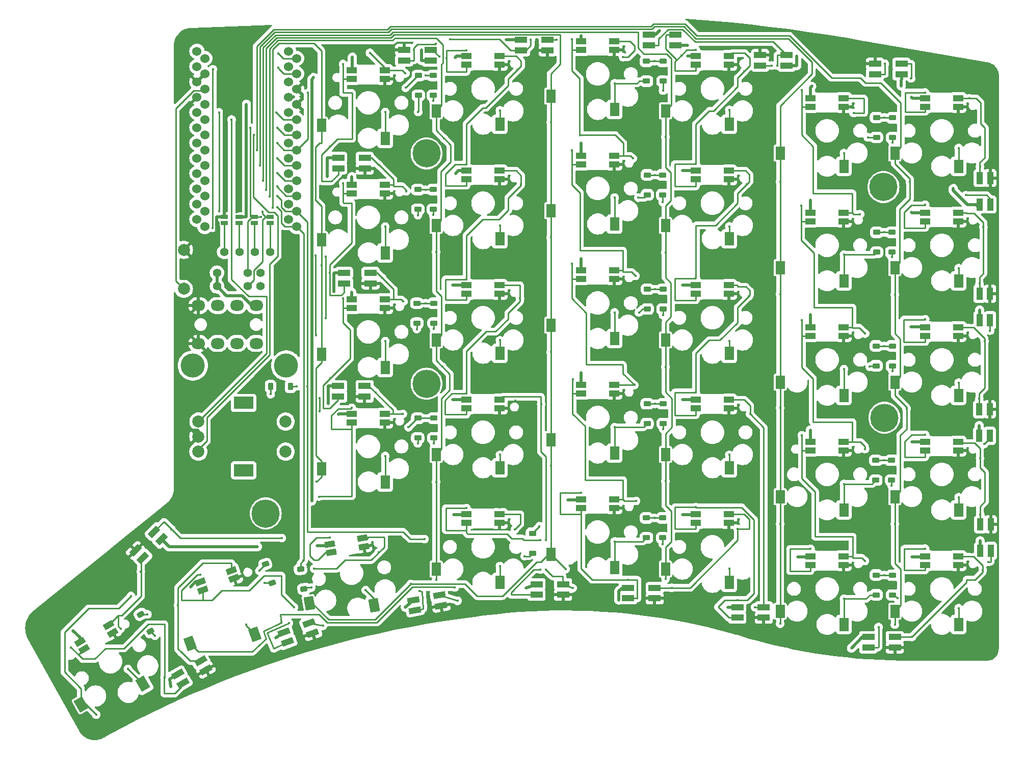
<source format=gbl>
G04 #@! TF.GenerationSoftware,KiCad,Pcbnew,7.0.9*
G04 #@! TF.CreationDate,2024-01-08T22:41:58+03:00*
G04 #@! TF.ProjectId,SofleKeyboard,536f666c-654b-4657-9962-6f6172642e6b,rev?*
G04 #@! TF.SameCoordinates,Original*
G04 #@! TF.FileFunction,Copper,L2,Bot*
G04 #@! TF.FilePolarity,Positive*
%FSLAX46Y46*%
G04 Gerber Fmt 4.6, Leading zero omitted, Abs format (unit mm)*
G04 Created by KiCad (PCBNEW 7.0.9) date 2024-01-08 22:41:58*
%MOMM*%
%LPD*%
G01*
G04 APERTURE LIST*
G04 Aperture macros list*
%AMRoundRect*
0 Rectangle with rounded corners*
0 $1 Rounding radius*
0 $2 $3 $4 $5 $6 $7 $8 $9 X,Y pos of 4 corners*
0 Add a 4 corners polygon primitive as box body*
4,1,4,$2,$3,$4,$5,$6,$7,$8,$9,$2,$3,0*
0 Add four circle primitives for the rounded corners*
1,1,$1+$1,$2,$3*
1,1,$1+$1,$4,$5*
1,1,$1+$1,$6,$7*
1,1,$1+$1,$8,$9*
0 Add four rect primitives between the rounded corners*
20,1,$1+$1,$2,$3,$4,$5,0*
20,1,$1+$1,$4,$5,$6,$7,0*
20,1,$1+$1,$6,$7,$8,$9,0*
20,1,$1+$1,$8,$9,$2,$3,0*%
%AMRotRect*
0 Rectangle, with rotation*
0 The origin of the aperture is its center*
0 $1 length*
0 $2 width*
0 $3 Rotation angle, in degrees counterclockwise*
0 Add horizontal line*
21,1,$1,$2,0,0,$3*%
G04 Aperture macros list end*
G04 #@! TA.AperFunction,ComponentPad*
%ADD10C,1.397000*%
G04 #@! TD*
G04 #@! TA.AperFunction,ComponentPad*
%ADD11O,2.300000X1.800000*%
G04 #@! TD*
G04 #@! TA.AperFunction,ComponentPad*
%ADD12C,4.700000*%
G04 #@! TD*
G04 #@! TA.AperFunction,ComponentPad*
%ADD13C,1.524000*%
G04 #@! TD*
G04 #@! TA.AperFunction,ComponentPad*
%ADD14C,2.000000*%
G04 #@! TD*
G04 #@! TA.AperFunction,SMDPad,CuDef*
%ADD15RoundRect,0.225000X0.225000X0.375000X-0.225000X0.375000X-0.225000X-0.375000X0.225000X-0.375000X0*%
G04 #@! TD*
G04 #@! TA.AperFunction,ComponentPad*
%ADD16C,4.000000*%
G04 #@! TD*
G04 #@! TA.AperFunction,ComponentPad*
%ADD17R,3.200000X2.000000*%
G04 #@! TD*
G04 #@! TA.AperFunction,SMDPad,CuDef*
%ADD18RoundRect,0.225000X-0.375000X0.225000X-0.375000X-0.225000X0.375000X-0.225000X0.375000X0.225000X0*%
G04 #@! TD*
G04 #@! TA.AperFunction,SMDPad,CuDef*
%ADD19R,1.700000X1.000000*%
G04 #@! TD*
G04 #@! TA.AperFunction,SMDPad,CuDef*
%ADD20R,1.600000X2.200000*%
G04 #@! TD*
G04 #@! TA.AperFunction,SMDPad,CuDef*
%ADD21RotRect,1.700000X1.000000X210.000000*%
G04 #@! TD*
G04 #@! TA.AperFunction,SMDPad,CuDef*
%ADD22RotRect,1.600000X2.200000X210.000000*%
G04 #@! TD*
G04 #@! TA.AperFunction,SMDPad,CuDef*
%ADD23R,2.000000X1.000000*%
G04 #@! TD*
G04 #@! TA.AperFunction,SMDPad,CuDef*
%ADD24RotRect,2.000000X1.000000X210.000000*%
G04 #@! TD*
G04 #@! TA.AperFunction,SMDPad,CuDef*
%ADD25RotRect,2.000000X1.000000X45.000000*%
G04 #@! TD*
G04 #@! TA.AperFunction,SMDPad,CuDef*
%ADD26R,1.000000X2.000000*%
G04 #@! TD*
G04 #@! TA.AperFunction,SMDPad,CuDef*
%ADD27RoundRect,0.225000X-0.437260X0.007356X-0.212260X-0.382356X0.437260X-0.007356X0.212260X0.382356X0*%
G04 #@! TD*
G04 #@! TA.AperFunction,SMDPad,CuDef*
%ADD28RoundRect,0.225000X-0.429339X0.083173X-0.275430X-0.339688X0.429339X-0.083173X0.275430X0.339688X0*%
G04 #@! TD*
G04 #@! TA.AperFunction,SMDPad,CuDef*
%ADD29RotRect,1.700000X1.000000X200.000000*%
G04 #@! TD*
G04 #@! TA.AperFunction,SMDPad,CuDef*
%ADD30RotRect,1.600000X2.200000X200.000000*%
G04 #@! TD*
G04 #@! TA.AperFunction,SMDPad,CuDef*
%ADD31RoundRect,0.225000X-0.408374X0.156464X-0.330232X-0.286700X0.408374X-0.156464X0.330232X0.286700X0*%
G04 #@! TD*
G04 #@! TA.AperFunction,SMDPad,CuDef*
%ADD32RotRect,1.700000X1.000000X190.000000*%
G04 #@! TD*
G04 #@! TA.AperFunction,SMDPad,CuDef*
%ADD33RotRect,1.600000X2.200000X190.000000*%
G04 #@! TD*
G04 #@! TA.AperFunction,SMDPad,CuDef*
%ADD34R,1.143000X0.635000*%
G04 #@! TD*
G04 #@! TA.AperFunction,SMDPad,CuDef*
%ADD35RotRect,2.000000X1.000000X190.000000*%
G04 #@! TD*
G04 #@! TA.AperFunction,SMDPad,CuDef*
%ADD36RotRect,2.000000X1.000000X200.000000*%
G04 #@! TD*
G04 #@! TA.AperFunction,ViaPad*
%ADD37C,0.400000*%
G04 #@! TD*
G04 #@! TA.AperFunction,ViaPad*
%ADD38C,0.500000*%
G04 #@! TD*
G04 #@! TA.AperFunction,Conductor*
%ADD39C,0.250000*%
G04 #@! TD*
G04 #@! TA.AperFunction,Conductor*
%ADD40C,0.500000*%
G04 #@! TD*
G04 APERTURE END LIST*
D10*
X95499272Y-80311965D03*
X100579272Y-80311965D03*
X95499272Y-78061965D03*
X100579272Y-78061965D03*
D11*
X102019525Y-89820084D03*
X102019525Y-83520084D03*
X98819525Y-89820084D03*
X98819525Y-83520084D03*
X95619525Y-89820084D03*
X95619525Y-83520084D03*
X92419525Y-89820084D03*
X92419525Y-83520084D03*
D10*
X102700000Y-80300000D03*
X102700000Y-78100000D03*
D12*
X103600000Y-118100000D03*
D13*
X92180000Y-41230000D03*
X108718815Y-42425745D03*
X92180000Y-43770000D03*
X108718815Y-44965745D03*
X92180000Y-46310000D03*
X108718815Y-47505745D03*
X92180000Y-48850000D03*
X108718815Y-50045745D03*
X92180000Y-51390000D03*
X108718815Y-52585745D03*
X92180000Y-53930000D03*
X108718815Y-55125745D03*
X92180000Y-56470000D03*
X108718815Y-57665745D03*
X92180000Y-59010000D03*
X108718815Y-60205745D03*
X92180000Y-61550000D03*
X108718815Y-62745745D03*
X92180000Y-64090000D03*
X108718815Y-65285745D03*
X92180000Y-66630000D03*
X108718815Y-67825745D03*
X92180000Y-69170000D03*
X108718815Y-70365745D03*
X93478815Y-70365745D03*
X107420000Y-69170000D03*
X93478815Y-67825745D03*
X107420000Y-66630000D03*
X93478815Y-65285745D03*
X107420000Y-64090000D03*
X93478815Y-62745745D03*
X107420000Y-61550000D03*
X93478815Y-60205745D03*
X107420000Y-59010000D03*
X93478815Y-57665745D03*
X107420000Y-56470000D03*
X93478815Y-55125745D03*
X107420000Y-53930000D03*
X93478815Y-52585745D03*
X107420000Y-51390000D03*
X93478815Y-50045745D03*
X107420000Y-48850000D03*
X93478815Y-47505745D03*
X107420000Y-46310000D03*
X93478815Y-44965745D03*
X107420000Y-43770000D03*
X93478815Y-42425745D03*
X107420000Y-41230000D03*
D14*
X90000000Y-74250000D03*
X90000000Y-80750000D03*
D15*
X107721125Y-96988456D03*
X104421125Y-96988456D03*
D16*
X91500000Y-93500000D03*
D10*
X96700000Y-74600000D03*
X99240000Y-74600000D03*
X101780000Y-74600000D03*
X104320000Y-74600000D03*
D16*
X107000000Y-93500000D03*
D14*
X92415822Y-102812306D03*
X92415822Y-107812306D03*
X92415822Y-105312306D03*
D17*
X99915822Y-99712306D03*
X99915822Y-110912306D03*
D14*
X106915822Y-107812306D03*
X106915822Y-102812306D03*
D12*
X206210309Y-63810590D03*
X206375000Y-102175000D03*
X130325000Y-58225000D03*
X130325000Y-96525000D03*
D18*
X166950000Y-99850000D03*
X166950000Y-103150000D03*
X169600000Y-42900000D03*
X169600000Y-46200000D03*
D19*
X213150000Y-87151000D03*
X213150000Y-88551000D03*
X218650000Y-88551000D03*
X218650000Y-87151000D03*
D20*
X218700000Y-98450000D03*
X208100000Y-96250000D03*
D19*
X213150000Y-49051000D03*
X213150000Y-50451000D03*
X218650000Y-50451000D03*
X218650000Y-49051000D03*
D20*
X218700000Y-60350000D03*
X208100000Y-58150000D03*
D19*
X156000000Y-39601000D03*
X156000000Y-41001000D03*
X161500000Y-41001000D03*
X161500000Y-39601000D03*
D20*
X161550000Y-50900000D03*
X150950000Y-48700000D03*
D18*
X128706950Y-83143161D03*
X128706950Y-86443161D03*
D19*
X136950000Y-80151000D03*
X136950000Y-81551000D03*
X142450000Y-81551000D03*
X142450000Y-80151000D03*
D20*
X142500000Y-91450000D03*
X131900000Y-89250000D03*
D19*
X194100000Y-106201000D03*
X194100000Y-107601000D03*
X199600000Y-107601000D03*
X199600000Y-106201000D03*
D20*
X199650000Y-117500000D03*
X189050000Y-115300000D03*
D21*
X72744059Y-139439779D03*
X73444059Y-140652214D03*
X78207199Y-137902214D03*
X77507199Y-136689779D03*
D22*
X83200000Y-146450000D03*
X72920131Y-149844744D03*
D18*
X167000000Y-80800000D03*
X167000000Y-84100000D03*
D19*
X213150000Y-125251000D03*
X213150000Y-126651000D03*
X218650000Y-126651000D03*
X218650000Y-125251000D03*
D20*
X218700000Y-136550000D03*
X208100000Y-134350000D03*
D19*
X117900000Y-44400000D03*
X117900000Y-45800000D03*
X123400000Y-45800000D03*
X123400000Y-44400000D03*
D20*
X123450000Y-55699000D03*
X112850000Y-53499000D03*
D19*
X136950000Y-42051000D03*
X136950000Y-43451000D03*
X142450000Y-43451000D03*
X142450000Y-42051000D03*
D20*
X142500000Y-53350000D03*
X131900000Y-51150000D03*
D23*
X126617756Y-42752947D03*
X126617756Y-41002947D03*
X131017756Y-41002947D03*
X131017756Y-42752947D03*
D24*
X92787891Y-142630020D03*
X93662891Y-144145564D03*
X89852379Y-146345564D03*
X88977379Y-144830020D03*
D19*
X136950000Y-99201000D03*
X136950000Y-100601000D03*
X142450000Y-100601000D03*
X142450000Y-99201000D03*
D20*
X142500000Y-110500000D03*
X131900000Y-108300000D03*
D25*
X83203024Y-125494763D03*
X81965587Y-124257326D03*
X85076856Y-121146057D03*
X86314293Y-122383494D03*
D18*
X205000000Y-90250000D03*
X205000000Y-93550000D03*
X204950000Y-109250000D03*
X204950000Y-112550000D03*
D23*
X186336808Y-133690188D03*
X186336808Y-135440188D03*
X181936808Y-135440188D03*
X181936808Y-133690188D03*
D18*
X169650000Y-99850000D03*
X169650000Y-103150000D03*
D19*
X175050000Y-99201000D03*
X175050000Y-100601000D03*
X180550000Y-100601000D03*
X180550000Y-99201000D03*
D20*
X180600000Y-110500000D03*
X170000000Y-108300000D03*
D19*
X213150000Y-106201000D03*
X213150000Y-107601000D03*
X218650000Y-107601000D03*
X218650000Y-106201000D03*
D20*
X218700000Y-117500000D03*
X208100000Y-115300000D03*
D26*
X222168987Y-81564247D03*
X223918987Y-81564247D03*
X223918987Y-85964247D03*
X222168987Y-85964247D03*
D27*
X82825000Y-134871058D03*
X84475000Y-137728942D03*
D19*
X175050000Y-42051000D03*
X175050000Y-43451000D03*
X180550000Y-43451000D03*
X180550000Y-42051000D03*
D20*
X180600000Y-53350000D03*
X170000000Y-51150000D03*
D18*
X166850000Y-42900000D03*
X166850000Y-46200000D03*
D19*
X156000000Y-115801000D03*
X156000000Y-117201000D03*
X161500000Y-117201000D03*
X161500000Y-115801000D03*
D20*
X161550000Y-127100000D03*
X150950000Y-124900000D03*
D19*
X117900000Y-101551000D03*
X117900000Y-102951000D03*
X123400000Y-102951000D03*
X123400000Y-101551000D03*
D20*
X123450000Y-112850000D03*
X112850000Y-110650000D03*
D19*
X175050000Y-80151000D03*
X175050000Y-81551000D03*
X180550000Y-81551000D03*
X180550000Y-80151000D03*
D20*
X180600000Y-91450000D03*
X170000000Y-89250000D03*
D18*
X207550000Y-109250000D03*
X207550000Y-112550000D03*
D19*
X136950000Y-61100000D03*
X136950000Y-62500000D03*
X142450000Y-62500000D03*
X142450000Y-61100000D03*
D20*
X142500000Y-72399000D03*
X131900000Y-70199000D03*
D23*
X168214357Y-130472665D03*
X168214357Y-132222665D03*
X163814357Y-132222665D03*
X163814357Y-130472665D03*
D18*
X205000000Y-128350000D03*
X205000000Y-131650000D03*
D23*
X167241449Y-40235986D03*
X167241449Y-38485986D03*
X171641449Y-38485986D03*
X171641449Y-40235986D03*
D28*
X103535667Y-126549507D03*
X104664333Y-129650493D03*
D23*
X185733896Y-43614154D03*
X185733896Y-41864154D03*
X190133896Y-41864154D03*
X190133896Y-43614154D03*
D19*
X117900000Y-63451000D03*
X117900000Y-64851000D03*
X123400000Y-64851000D03*
X123400000Y-63451000D03*
D20*
X123450000Y-74750000D03*
X112850000Y-72550000D03*
D19*
X175050000Y-118251000D03*
X175050000Y-119651000D03*
X180550000Y-119651000D03*
X180550000Y-118251000D03*
D20*
X180600000Y-129550000D03*
X170000000Y-127350000D03*
D18*
X128870701Y-64228952D03*
X128870701Y-67528952D03*
D19*
X194100000Y-125251000D03*
X194100000Y-126651000D03*
X199600000Y-126651000D03*
X199600000Y-125251000D03*
D20*
X199650000Y-136550000D03*
X189050000Y-134350000D03*
D18*
X147900000Y-121400000D03*
X147900000Y-124700000D03*
D19*
X156000000Y-77701000D03*
X156000000Y-79101000D03*
X161500000Y-79101000D03*
X161500000Y-77701000D03*
D20*
X161550000Y-89000000D03*
X150950000Y-86800000D03*
D18*
X169550000Y-118850000D03*
X169550000Y-122150000D03*
D19*
X175050000Y-61101000D03*
X175050000Y-62501000D03*
X180550000Y-62501000D03*
X180550000Y-61101000D03*
D20*
X180600000Y-72400000D03*
X170000000Y-70200000D03*
D29*
X92720221Y-129480625D03*
X93199049Y-130796195D03*
X98367358Y-128915084D03*
X97888530Y-127599514D03*
D30*
X101800000Y-138200000D03*
X91086814Y-139758090D03*
D19*
X194100000Y-68101000D03*
X194100000Y-69501000D03*
X199600000Y-69501000D03*
X199600000Y-68101000D03*
D20*
X199650000Y-79400000D03*
X189050000Y-77200000D03*
D18*
X167000000Y-61800000D03*
X167000000Y-65100000D03*
X128850000Y-102250000D03*
X128850000Y-105550000D03*
X169600000Y-80800000D03*
X169600000Y-84100000D03*
D31*
X109396129Y-127383944D03*
X109969167Y-130633810D03*
D19*
X156000000Y-58651000D03*
X156000000Y-60051000D03*
X161500000Y-60051000D03*
X161500000Y-58651000D03*
D20*
X161550000Y-69950000D03*
X150950000Y-67750000D03*
D18*
X207600000Y-71350000D03*
X207600000Y-74650000D03*
D19*
X117900000Y-82501000D03*
X117900000Y-83901000D03*
X123400000Y-83901000D03*
X123400000Y-82501000D03*
D20*
X123450000Y-93800000D03*
X112850000Y-91600000D03*
D18*
X205050000Y-52250000D03*
X205050000Y-55550000D03*
X131450000Y-45250000D03*
X131450000Y-48550000D03*
D23*
X150427802Y-39310285D03*
X150427802Y-41060285D03*
X146027802Y-41060285D03*
X146027802Y-39310285D03*
D18*
X207755488Y-128371180D03*
X207755488Y-131671180D03*
D19*
X194100000Y-87151000D03*
X194100000Y-88551000D03*
X199600000Y-88551000D03*
X199600000Y-87151000D03*
D20*
X199650000Y-98450000D03*
X189050000Y-96250000D03*
D19*
X213150000Y-68101000D03*
X213150000Y-69501000D03*
X218650000Y-69501000D03*
X218650000Y-68101000D03*
D20*
X218700000Y-79400000D03*
X208100000Y-77200000D03*
D18*
X207700000Y-90250000D03*
X207700000Y-93550000D03*
X166850000Y-118850000D03*
X166850000Y-122150000D03*
D26*
X222213271Y-62309091D03*
X223963271Y-62309091D03*
X223963271Y-66709091D03*
X222213271Y-66709091D03*
D19*
X156000000Y-96751000D03*
X156000000Y-98151000D03*
X161500000Y-98151000D03*
X161500000Y-96751000D03*
D20*
X161550000Y-108050000D03*
X150950000Y-105850000D03*
D26*
X222120095Y-100777004D03*
X223870095Y-100777004D03*
X223870095Y-105177004D03*
X222120095Y-105177004D03*
D32*
X114222266Y-123186404D03*
X114465374Y-124565135D03*
X119881816Y-123610070D03*
X119638709Y-122231339D03*
D33*
X121650000Y-133350000D03*
X110829012Y-133024093D03*
D18*
X205100000Y-71350000D03*
X205100000Y-74650000D03*
X169550000Y-61800000D03*
X169550000Y-65100000D03*
X131420701Y-64228952D03*
X131420701Y-67528952D03*
X131550000Y-102250000D03*
X131550000Y-105550000D03*
D23*
X208100505Y-138658071D03*
X208100505Y-140408071D03*
X203700505Y-140408071D03*
X203700505Y-138658071D03*
X204804437Y-45051948D03*
X204804437Y-43301948D03*
X209204437Y-43301948D03*
X209204437Y-45051948D03*
D26*
X222289793Y-119909344D03*
X224039793Y-119909344D03*
X224039793Y-124309344D03*
X222289793Y-124309344D03*
D18*
X131556950Y-83143161D03*
X131556950Y-86443161D03*
D19*
X194100000Y-49051000D03*
X194100000Y-50451000D03*
X199600000Y-50451000D03*
X199600000Y-49051000D03*
D20*
X199650000Y-60350000D03*
X189050000Y-58150000D03*
D18*
X128950000Y-45250000D03*
X128950000Y-48550000D03*
X207750000Y-52300000D03*
X207750000Y-55600000D03*
D19*
X136950000Y-118251000D03*
X136950000Y-119651000D03*
X142450000Y-119651000D03*
X142450000Y-118251000D03*
D20*
X142500000Y-129550000D03*
X131900000Y-127350000D03*
D34*
X101700000Y-69800380D03*
X101700000Y-68799620D03*
X99200000Y-69800380D03*
X99200000Y-68799620D03*
X96700000Y-69800380D03*
X96700000Y-68799620D03*
X104300000Y-69800380D03*
X104300000Y-68799620D03*
D23*
X152984495Y-129870526D03*
X152984495Y-131620526D03*
X148584495Y-131620526D03*
X148584495Y-129870526D03*
X120041674Y-96920295D03*
X120041674Y-98670295D03*
X115641674Y-98670295D03*
X115641674Y-96920295D03*
X120048398Y-58955351D03*
X120048398Y-60705351D03*
X115648398Y-60705351D03*
X115648398Y-58955351D03*
D35*
X132429296Y-131719528D03*
X132733180Y-133442942D03*
X128400026Y-134206994D03*
X128096142Y-132483580D03*
D36*
X110787341Y-136349647D03*
X111385876Y-137994109D03*
X107251229Y-139498997D03*
X106652694Y-137854535D03*
D23*
X121010226Y-78082145D03*
X121010226Y-79832145D03*
X116610226Y-79832145D03*
X116610226Y-78082145D03*
D37*
X163066255Y-41125363D03*
X143559583Y-39310862D03*
X105500013Y-65257752D03*
X108773984Y-96961154D03*
X206379487Y-128356164D03*
X149052943Y-120227116D03*
X129984145Y-122369662D03*
X110500000Y-96950000D03*
X168208573Y-118847381D03*
X130203995Y-45261239D03*
X105499993Y-56500001D03*
X168204159Y-42896505D03*
X206392279Y-52241844D03*
X110602000Y-48150240D03*
X126856942Y-47306386D03*
X206373162Y-71350574D03*
X130183938Y-64253523D03*
X105506701Y-59001956D03*
X168280599Y-61786823D03*
X130197330Y-83151352D03*
X206361985Y-90256593D03*
X113550000Y-85600000D03*
X113550000Y-75350000D03*
X168287165Y-80796587D03*
X105503212Y-61451241D03*
X111950000Y-88450000D03*
X111902000Y-75175840D03*
X168303085Y-99857850D03*
X206323980Y-109248233D03*
X105500595Y-63668508D03*
X127315609Y-103769162D03*
X112547386Y-101109312D03*
X112548311Y-98954018D03*
X222273582Y-122648686D03*
X173711193Y-41996198D03*
X111560000Y-45595000D03*
X200901855Y-140481155D03*
X134650000Y-99150000D03*
X156000000Y-94650000D03*
X112150000Y-123500000D03*
X155950000Y-75700000D03*
X113983842Y-99829499D03*
X172850000Y-80100000D03*
X172800000Y-61100000D03*
X135150000Y-61550000D03*
X71600000Y-137600000D03*
X222126331Y-103494075D03*
X111248531Y-62076396D03*
X111260841Y-99868124D03*
X210900000Y-106200000D03*
X115715375Y-101615375D03*
X153800000Y-115850000D03*
X114933360Y-81249324D03*
X210850000Y-48850000D03*
X210950000Y-125300000D03*
X135100000Y-42300000D03*
X111252000Y-116050000D03*
X105298774Y-138821375D03*
X111252000Y-89769634D03*
X191950000Y-125300000D03*
X222170292Y-84253575D03*
X194300001Y-47050000D03*
X209156460Y-46977927D03*
X87807760Y-146956764D03*
X100400008Y-68800000D03*
X194050000Y-65950000D03*
X134800000Y-118300000D03*
X191804014Y-41992032D03*
X172850000Y-118300000D03*
X156000000Y-38618621D03*
X217805994Y-64060982D03*
X117898834Y-81302967D03*
X210800000Y-87100000D03*
X100400000Y-50045745D03*
X118000000Y-42200000D03*
X129467296Y-41010308D03*
X180369330Y-133697732D03*
X194050000Y-104250000D03*
X146857215Y-130516293D03*
X111292969Y-81300823D03*
X194050000Y-85000000D03*
X173708011Y-40238223D03*
X155950000Y-56500000D03*
X162259270Y-132498210D03*
X113827142Y-62055273D03*
X126785240Y-133696522D03*
X210850000Y-68050000D03*
X117924684Y-62091275D03*
X134650000Y-80100000D03*
X172800000Y-99200000D03*
X102227440Y-123646021D03*
X91100000Y-130300000D03*
X203519850Y-124275160D03*
X120150000Y-124800000D03*
X130802444Y-133627371D03*
X218650000Y-89900000D03*
X184896321Y-112294742D03*
X142450000Y-104600000D03*
X218600000Y-108900000D03*
X101484526Y-126678704D03*
X110530606Y-43941985D03*
X187689639Y-137118047D03*
X145424072Y-60129857D03*
X180524269Y-46312620D03*
X185085869Y-67434015D03*
X96702445Y-44972014D03*
X165012482Y-114956201D03*
X220812338Y-62331180D03*
X147700000Y-104600000D03*
X220740966Y-86425848D03*
X169055201Y-37789058D03*
X165382233Y-41926904D03*
X142517619Y-84141384D03*
X142450000Y-117100000D03*
X147329330Y-43329937D03*
X218650000Y-70750000D03*
X144882814Y-79140975D03*
X96700000Y-67800000D03*
X180542698Y-65128204D03*
X183930650Y-40765968D03*
X183746273Y-116900702D03*
X117924743Y-96947454D03*
X180628698Y-103291754D03*
X127352133Y-44043907D03*
D38*
X109066823Y-136992520D03*
D37*
X147200000Y-66500000D03*
X151045509Y-131654626D03*
X182612479Y-79215042D03*
X144011542Y-119149550D03*
X108617332Y-74610095D03*
X142550000Y-66600000D03*
X182253717Y-42515014D03*
X218636452Y-128648020D03*
X185241855Y-101096678D03*
X187718233Y-112211006D03*
X109752903Y-48770580D03*
X96705934Y-48775036D03*
X126995095Y-100472606D03*
X147315294Y-46354677D03*
X165482522Y-95759642D03*
X220453245Y-105233706D03*
X180634215Y-122380985D03*
X166328594Y-57975851D03*
X124617354Y-42756282D03*
X180601055Y-84384027D03*
X81093852Y-135419569D03*
X185733334Y-45402988D03*
X109710172Y-51283159D03*
X182339001Y-60187832D03*
X126519357Y-81533706D03*
X165414153Y-76685278D03*
X220843520Y-124608460D03*
X218671822Y-51876645D03*
X123444034Y-48371503D03*
X114124277Y-46095624D03*
X126639004Y-62492252D03*
X142425476Y-46160072D03*
X145044308Y-99293469D03*
X208100000Y-81700000D03*
X210050000Y-100700000D03*
X208100000Y-136600000D03*
X208100000Y-119850000D03*
X102117351Y-57700640D03*
X210600000Y-62900000D03*
X189050000Y-136450000D03*
X189050000Y-100550000D03*
X189050000Y-119850000D03*
X189050561Y-81635097D03*
X189050000Y-62900000D03*
X102642351Y-60240640D03*
X170000000Y-93750000D03*
X170000000Y-112750000D03*
X170000000Y-55450000D03*
X103167351Y-62780640D03*
X170000000Y-74700000D03*
X170023061Y-128994632D03*
X127699344Y-129846983D03*
X150950000Y-53050000D03*
X153413199Y-127354880D03*
X150950000Y-110200000D03*
X150950000Y-72200000D03*
X103692351Y-64287640D03*
X150950000Y-91250000D03*
X135012182Y-130387721D03*
X131900000Y-112850000D03*
X131900000Y-129150000D03*
X132950000Y-93700000D03*
X104217351Y-65373666D03*
X133250000Y-55750000D03*
X131900000Y-74600000D03*
X106236808Y-136236808D03*
X105370775Y-51390000D03*
X95866826Y-67800613D03*
X103100000Y-67900000D03*
X95866826Y-51372605D03*
X105700006Y-41600000D03*
X126810875Y-44909921D03*
X120907238Y-41482939D03*
X105553148Y-53930000D03*
X102826022Y-68770500D03*
X101050008Y-53930000D03*
X123450000Y-51350000D03*
X128923393Y-51306724D03*
X142500000Y-51050000D03*
X131443488Y-49509369D03*
X105700000Y-44000000D03*
X94800000Y-70600000D03*
X94818371Y-44212397D03*
X161550000Y-46550000D03*
X169607462Y-47783493D03*
X180600000Y-50950000D03*
X199650000Y-58150000D03*
X203629357Y-55550799D03*
X207757360Y-56402609D03*
X218700000Y-57300000D03*
X104427568Y-98277091D03*
X81215906Y-131815027D03*
X112050000Y-112800000D03*
X112850000Y-76800000D03*
X112780057Y-91512434D03*
X75450000Y-151550000D03*
X112850000Y-53499000D03*
X104742351Y-67229150D03*
X101588120Y-55125745D03*
X97933621Y-52585745D03*
X128889842Y-68504383D03*
X123450000Y-70400000D03*
X131420701Y-68463431D03*
X142500000Y-70250000D03*
X161550000Y-65550000D03*
X165501296Y-65576286D03*
X169552853Y-66286127D03*
X180600000Y-70350000D03*
X199650000Y-75050000D03*
X207601734Y-75443085D03*
X218700000Y-77300000D03*
X123450000Y-89450000D03*
X128698472Y-87443164D03*
X131548759Y-87434974D03*
X142500000Y-89300000D03*
X165600687Y-84654304D03*
X161550000Y-84650000D03*
X169605833Y-85121161D03*
X180600000Y-89400000D03*
X199650000Y-94100000D03*
X203928047Y-93692500D03*
X218700000Y-96350000D03*
X207712049Y-94454215D03*
X128862504Y-106447095D03*
X123450000Y-108550000D03*
X142500000Y-108350000D03*
X131554442Y-106463476D03*
X161550000Y-103750000D03*
X180600000Y-108350000D03*
X169643593Y-104045916D03*
X199650000Y-113200000D03*
X207560743Y-113474522D03*
X218700000Y-115400000D03*
X146601259Y-125201469D03*
X142500000Y-126850000D03*
X161550000Y-122750000D03*
X169548257Y-123170226D03*
X180600000Y-127300000D03*
X199650000Y-132300000D03*
X208536314Y-132216611D03*
X218700000Y-133850000D03*
X102550119Y-127653154D03*
X83959091Y-134864874D03*
X109870887Y-125944762D03*
X105494780Y-67173219D03*
X80709013Y-143950644D03*
X85220425Y-138435924D03*
X103401929Y-129662553D03*
X100400000Y-136550000D03*
X111177427Y-130426997D03*
X120200000Y-130850000D03*
X136950000Y-60050000D03*
X145401282Y-44308467D03*
X164593719Y-59052670D03*
X154450000Y-39200000D03*
X175050000Y-59950000D03*
X183079670Y-44579096D03*
X192650000Y-47700000D03*
X202326233Y-68306108D03*
X136950000Y-79150000D03*
X145993818Y-63320433D03*
X154500000Y-57650000D03*
X165043818Y-78599623D03*
X175050000Y-78950000D03*
X183518375Y-63320009D03*
X203172305Y-88185088D03*
X192550000Y-66950000D03*
X136950000Y-98150000D03*
X145851381Y-82355915D03*
X164858650Y-96750999D03*
X154450000Y-76600000D03*
X175050000Y-97950000D03*
X183820340Y-81989704D03*
X192650000Y-86000000D03*
X203155213Y-107388919D03*
X154600000Y-95750000D03*
X165126431Y-116021626D03*
X192650000Y-105100000D03*
X203138120Y-126012884D03*
X116450000Y-43350000D03*
X114226258Y-57115674D03*
X126912482Y-64526244D03*
X122414339Y-60152172D03*
X116480344Y-63160132D03*
X114223105Y-78075707D03*
X122981236Y-78944212D03*
X126476626Y-82866911D03*
X116462225Y-82358513D03*
X114356493Y-95639495D03*
X126356980Y-101555123D03*
X121855989Y-98012879D03*
X106273318Y-122187960D03*
X87942944Y-120742773D03*
X112450000Y-115300000D03*
X117900000Y-100550000D03*
X79500000Y-137250000D03*
X82857432Y-127804554D03*
X86786366Y-145386049D03*
X71275000Y-140375000D03*
X89574525Y-141194260D03*
X89029225Y-133359100D03*
X108298582Y-133671489D03*
X107461726Y-136336555D03*
X92700000Y-128250000D03*
X111646008Y-127259882D03*
X122360209Y-124601427D03*
X113139475Y-136774295D03*
X129158476Y-131041469D03*
X114250000Y-122100000D03*
X135472808Y-132640794D03*
X144979670Y-120750000D03*
X136950000Y-117200000D03*
X149233730Y-122531996D03*
X149242313Y-127424388D03*
X156000000Y-114650000D03*
X163811923Y-129164198D03*
X182000000Y-120700000D03*
X171023709Y-130472577D03*
X181939384Y-132542171D03*
X175050000Y-117050000D03*
X184062482Y-101575265D03*
X184894926Y-133694243D03*
X205394567Y-136984381D03*
X194100000Y-124000000D03*
X222706588Y-127505617D03*
X210946281Y-138633985D03*
X213150000Y-123950000D03*
X223675157Y-126156247D03*
X222256490Y-108925658D03*
X222287522Y-118341560D03*
X213150000Y-105000000D03*
X222940185Y-106532726D03*
X222126331Y-99014185D03*
X223019949Y-89412890D03*
X223912007Y-87703509D03*
X213150000Y-85800000D03*
X222799173Y-70466156D03*
X222168899Y-79881148D03*
X213150000Y-66750000D03*
X219905800Y-65163517D03*
X220484581Y-49049425D03*
X222241343Y-60421002D03*
X210806064Y-45751190D03*
X213150000Y-48100000D03*
X206426364Y-43305067D03*
X188614062Y-43602958D03*
X169030248Y-39017980D03*
X201250000Y-51500000D03*
X187688975Y-43602958D03*
X172655903Y-41896394D03*
X175050000Y-41000000D03*
X128232136Y-41004070D03*
X134246473Y-39233530D03*
X131885493Y-39994557D03*
X147620036Y-39305340D03*
X162950000Y-42200000D03*
X151905973Y-39310285D03*
X132421607Y-42126269D03*
X136950000Y-41100000D03*
X133600364Y-42397370D03*
X149355692Y-99910956D03*
X154601202Y-130525529D03*
X150172299Y-127474221D03*
X150179119Y-122549767D03*
D39*
X171600000Y-42952296D02*
X171738495Y-42813801D01*
X171600000Y-44500000D02*
X171600000Y-42952296D01*
X172655903Y-41896394D02*
X171738495Y-42813801D01*
X171738495Y-42813801D02*
X171600000Y-42952297D01*
X175050000Y-43451000D02*
X175050000Y-44500000D01*
X175050000Y-44500000D02*
X171600000Y-44500000D01*
X173543721Y-41008576D02*
X172655903Y-41896394D01*
X173543721Y-41000000D02*
X173543721Y-41008576D01*
X209084218Y-57165782D02*
X208100000Y-58150000D01*
X209084218Y-49834218D02*
X209084218Y-57165782D01*
X205729696Y-46479696D02*
X209084218Y-49834218D01*
X203211185Y-46479696D02*
X205729696Y-46479696D01*
X202381489Y-45650000D02*
X203211185Y-46479696D01*
X197606292Y-45650000D02*
X202381489Y-45650000D01*
X190625681Y-38669389D02*
X197606292Y-45650000D01*
X175236023Y-38669389D02*
X190625681Y-38669389D01*
X173242718Y-36676084D02*
X175236023Y-38669389D01*
X167974314Y-36676084D02*
X173242718Y-36676084D01*
X124315805Y-37088437D02*
X167561961Y-37088437D01*
X167561961Y-37088437D02*
X167974314Y-36676084D01*
X123791642Y-37612600D02*
X124315805Y-37088437D01*
X104890930Y-37612600D02*
X123791642Y-37612600D01*
X102117351Y-57700640D02*
X102117351Y-40386179D01*
X102117351Y-40386179D02*
X104890930Y-37612600D01*
X189050000Y-50284805D02*
X189050000Y-58150000D01*
X194322039Y-45012766D02*
X189050000Y-50284805D01*
X194322039Y-43047599D02*
X194322039Y-45012766D01*
X194310076Y-43047599D02*
X194322039Y-43047599D01*
X190410359Y-39147882D02*
X194310076Y-43047599D01*
X175056460Y-39147882D02*
X190410359Y-39147882D01*
X168192243Y-37137578D02*
X173046156Y-37137578D01*
X124529460Y-37541385D02*
X167788436Y-37541385D01*
X105077330Y-38062610D02*
X124008235Y-38062610D01*
X167788436Y-37541385D02*
X168192243Y-37137578D01*
X124008235Y-38062610D02*
X124529460Y-37541385D01*
X102642351Y-40497589D02*
X105077330Y-38062610D01*
X102642351Y-60240640D02*
X102642351Y-40497589D01*
X173046156Y-37137578D02*
X175056460Y-39147882D01*
X170457666Y-37590562D02*
X172832537Y-37590562D01*
X187941748Y-39672006D02*
X190133896Y-41864154D01*
X168883207Y-39165021D02*
X170457666Y-37590562D01*
X172832537Y-37590562D02*
X174913981Y-39672006D01*
X167259636Y-40254173D02*
X168883207Y-40254173D01*
X168883207Y-40254173D02*
X168883207Y-39165021D01*
X167241449Y-40235986D02*
X167259636Y-40254173D01*
X174913981Y-39672006D02*
X187941748Y-39672006D01*
X171007707Y-50142293D02*
X170000000Y-51150000D01*
X171007707Y-42422535D02*
X171007707Y-50142293D01*
X170238937Y-41653765D02*
X171007707Y-42422535D01*
X166397038Y-41653765D02*
X170238937Y-41653765D01*
X165438058Y-40694785D02*
X166397038Y-41653765D01*
X124726022Y-38002879D02*
X165397608Y-38002879D01*
X165397608Y-38002879D02*
X165438058Y-38043329D01*
X124216281Y-38512620D02*
X124726022Y-38002879D01*
X165438058Y-38043329D02*
X165438058Y-40694785D01*
X103167351Y-40608999D02*
X105263730Y-38512620D01*
X105263730Y-38512620D02*
X124216281Y-38512620D01*
X103167351Y-62780640D02*
X103167351Y-40608999D01*
X105450130Y-38962630D02*
X103692351Y-40720409D01*
X103692351Y-40720409D02*
X103692351Y-64287640D01*
X152532394Y-38455827D02*
X124931130Y-38455827D01*
X152532394Y-43390841D02*
X152532394Y-38455827D01*
X150950000Y-44973235D02*
X152532394Y-43390841D01*
X124931130Y-38455827D02*
X124424327Y-38962630D01*
X124424327Y-38962630D02*
X105450130Y-38962630D01*
X150950000Y-48700000D02*
X150950000Y-44973235D01*
X144266371Y-41060285D02*
X146027802Y-41060285D01*
X142439616Y-39233530D02*
X144266371Y-41060285D01*
X134246473Y-39233530D02*
X142439616Y-39233530D01*
X132781266Y-50268734D02*
X131900000Y-51150000D01*
X132781266Y-43422848D02*
X132781266Y-50268734D01*
X131906369Y-39028422D02*
X133067259Y-40189312D01*
X125067868Y-39028422D02*
X131906369Y-39028422D01*
X105636529Y-39412641D02*
X124683649Y-39412641D01*
X104217351Y-40831819D02*
X105636529Y-39412641D01*
X124683649Y-39412641D02*
X125067868Y-39028422D01*
X133067259Y-43136855D02*
X132781266Y-43422848D01*
X104217351Y-65373666D02*
X104217351Y-40831819D01*
X133067259Y-40189312D02*
X133067259Y-43136855D01*
D40*
X156000000Y-38618621D02*
X156000000Y-39601000D01*
X146027225Y-39310862D02*
X143559583Y-39310862D01*
X146027802Y-39310285D02*
X146027225Y-39310862D01*
D39*
X128232136Y-40673446D02*
X128232136Y-41004070D01*
X128843478Y-40062104D02*
X128232136Y-40673446D01*
X131817946Y-40062104D02*
X128843478Y-40062104D01*
X131885493Y-39994557D02*
X131817946Y-40062104D01*
X106200000Y-67142493D02*
X106887507Y-67830000D01*
X129955506Y-122341023D02*
X127593483Y-122341023D01*
X129984145Y-122369662D02*
X129955506Y-122341023D01*
X206373323Y-128350000D02*
X206379487Y-128356164D01*
X110500000Y-121150000D02*
X110500000Y-96950000D01*
X149052943Y-120227116D02*
X147900000Y-121380059D01*
X207734308Y-128350000D02*
X207755488Y-128371180D01*
X129984145Y-122369662D02*
X130012784Y-122341023D01*
X205000000Y-128350000D02*
X206373323Y-128350000D01*
X168221399Y-118856572D02*
X168227971Y-118850000D01*
X106200000Y-65957739D02*
X106200000Y-67142493D01*
X166850000Y-118850000D02*
X168214827Y-118850000D01*
X126402460Y-121150000D02*
X110500000Y-121150000D01*
X108746682Y-96988456D02*
X107721125Y-96988456D01*
X168227971Y-118850000D02*
X169550000Y-118850000D01*
X206385651Y-128350000D02*
X207734308Y-128350000D01*
X106887507Y-67830000D02*
X108770000Y-67830000D01*
X206379487Y-128356164D02*
X206385651Y-128350000D01*
X127593483Y-122341023D02*
X126402460Y-121150000D01*
X110500000Y-69606930D02*
X108718815Y-67825745D01*
X147900000Y-121380059D02*
X147900000Y-121400000D01*
X108773984Y-96961154D02*
X108746682Y-96988456D01*
X105500013Y-65257752D02*
X106200000Y-65957739D01*
X110500000Y-96950000D02*
X110500000Y-69606930D01*
X168214827Y-118850000D02*
X168221399Y-118856572D01*
X206384123Y-52250000D02*
X206392279Y-52241844D01*
X207600000Y-52250000D02*
X207650000Y-52300000D01*
X206392279Y-52241844D02*
X206400435Y-52250000D01*
X166850000Y-42900000D02*
X169550000Y-42900000D01*
X105499993Y-56500001D02*
X106665737Y-57665745D01*
X206400435Y-52250000D02*
X207600000Y-52250000D01*
X205050000Y-52250000D02*
X206384123Y-52250000D01*
X131450000Y-45250000D02*
X130215234Y-45250000D01*
X110602000Y-48150240D02*
X110602000Y-55782560D01*
X106665737Y-57665745D02*
X108718815Y-57665745D01*
X110602000Y-55782560D02*
X108718815Y-57665745D01*
X128913328Y-45250000D02*
X126856942Y-47306386D01*
X130215234Y-45250000D02*
X130203995Y-45261239D01*
X128950000Y-45250000D02*
X128913328Y-45250000D01*
X206373162Y-71350574D02*
X206373736Y-71350000D01*
X130159367Y-64228952D02*
X130183938Y-64253523D01*
X128870701Y-64228952D02*
X130159367Y-64228952D01*
X168267422Y-61800000D02*
X168280599Y-61786823D01*
X105938466Y-59433721D02*
X105954166Y-59433721D01*
X206372588Y-71350000D02*
X206373162Y-71350574D01*
X168293776Y-61800000D02*
X169550000Y-61800000D01*
X130208509Y-64228952D02*
X131420701Y-64228952D01*
X105954166Y-59433721D02*
X106730445Y-60210000D01*
X205100000Y-71350000D02*
X206372588Y-71350000D01*
X206373736Y-71350000D02*
X207600000Y-71350000D01*
X105506701Y-59001956D02*
X105938466Y-59433721D01*
X106730445Y-60210000D02*
X108770000Y-60210000D01*
X167000000Y-61800000D02*
X168267422Y-61800000D01*
X130183938Y-64253523D02*
X130208509Y-64228952D01*
X168280599Y-61786823D02*
X168293776Y-61800000D01*
X113550000Y-85600000D02*
X113550000Y-75350000D01*
X108758223Y-62761777D02*
X108770000Y-62750000D01*
X106813748Y-62761777D02*
X108758223Y-62761777D01*
X168290578Y-80800000D02*
X169550000Y-80800000D01*
X130189139Y-83143161D02*
X130197330Y-83151352D01*
X205000000Y-90250000D02*
X206355392Y-90250000D01*
X167000000Y-80800000D02*
X168283752Y-80800000D01*
X130197330Y-83151352D02*
X130205521Y-83143161D01*
X206355392Y-90250000D02*
X206361985Y-90256593D01*
X168283752Y-80800000D02*
X168287165Y-80796587D01*
X128706950Y-83143161D02*
X130189139Y-83143161D01*
X206368578Y-90250000D02*
X207650000Y-90250000D01*
X168287165Y-80796587D02*
X168290578Y-80800000D01*
X130205521Y-83143161D02*
X131556950Y-83143161D01*
X105503212Y-61451241D02*
X106813748Y-62761777D01*
X206361985Y-90256593D02*
X206368578Y-90250000D01*
X112547386Y-98954943D02*
X112548311Y-98954018D01*
X168310935Y-99850000D02*
X169550000Y-99850000D01*
X105500595Y-63807067D02*
X106979273Y-65285745D01*
X128834771Y-102250000D02*
X128850000Y-102250000D01*
X105500595Y-63668508D02*
X105500595Y-63807067D01*
X206323980Y-109248233D02*
X206325747Y-109250000D01*
X127315609Y-103769162D02*
X128834771Y-102250000D01*
X166950000Y-99850000D02*
X168295235Y-99850000D01*
X206322213Y-109250000D02*
X206323980Y-109248233D01*
X112547386Y-101109312D02*
X112547386Y-98954943D01*
X206325747Y-109250000D02*
X207550000Y-109250000D01*
X111950000Y-88450000D02*
X111902000Y-88402000D01*
X168303085Y-99857850D02*
X168310935Y-99850000D01*
X106979273Y-65285745D02*
X108718815Y-65285745D01*
X168295235Y-99850000D02*
X168303085Y-99857850D01*
X204950000Y-109250000D02*
X206322213Y-109250000D01*
X111902000Y-88498000D02*
X111902000Y-88498138D01*
X111950000Y-88450000D02*
X111902000Y-88498000D01*
X128850000Y-102250000D02*
X131450000Y-102250000D01*
X111902000Y-88402000D02*
X111902000Y-75200030D01*
X111902000Y-75200030D02*
X111827010Y-75125040D01*
D40*
X173705774Y-40235986D02*
X173708011Y-40238223D01*
X211051000Y-49051000D02*
X210850000Y-48850000D01*
X155951000Y-115850000D02*
X156000000Y-115801000D01*
X180376874Y-133690188D02*
X181936808Y-133690188D01*
X117900000Y-62115959D02*
X117900000Y-63451000D01*
X118000000Y-42200000D02*
X118000000Y-44300000D01*
X194050000Y-65950000D02*
X194050000Y-68051000D01*
X111292969Y-81300823D02*
X111252000Y-81259854D01*
X209156460Y-46977927D02*
X209204437Y-45051948D01*
X111252000Y-60706000D02*
X111252000Y-45903000D01*
X172850000Y-80100000D02*
X174999000Y-80100000D01*
X210901000Y-68101000D02*
X210850000Y-68050000D01*
X134800000Y-118300000D02*
X136901000Y-118300000D01*
X190133896Y-43614154D02*
X191792818Y-43614154D01*
X146857215Y-130516293D02*
X148584495Y-129870526D01*
X200926452Y-140481155D02*
X200901855Y-140481155D01*
X162259270Y-132498210D02*
X162259270Y-131030862D01*
X115648398Y-58955351D02*
X113842901Y-58955351D01*
X111252000Y-104406911D02*
X111252000Y-116050000D01*
X191804014Y-43602958D02*
X191804014Y-41992032D01*
X100400008Y-68800000D02*
X100400008Y-50045753D01*
X107420000Y-48850000D02*
X107502000Y-48768000D01*
X115779750Y-101551000D02*
X117900000Y-101551000D01*
X113977886Y-96920295D02*
X113977886Y-99823543D01*
X155950000Y-58601000D02*
X156000000Y-58651000D01*
X111252000Y-81259854D02*
X111252000Y-62337360D01*
X99644873Y-81858581D02*
X101306376Y-83520084D01*
X194050000Y-87101000D02*
X194100000Y-87151000D01*
X213150000Y-68101000D02*
X210901000Y-68101000D01*
X135349000Y-42051000D02*
X136950000Y-42051000D01*
X118000000Y-44300000D02*
X117900000Y-44400000D01*
X191950000Y-125300000D02*
X194051000Y-125300000D01*
X180503439Y-133697732D02*
X180369330Y-133697732D01*
X213099000Y-87100000D02*
X213150000Y-87151000D01*
X86314293Y-122383494D02*
X87576820Y-123646021D01*
X217805994Y-64389479D02*
X220125606Y-66709091D01*
X173765995Y-42051000D02*
X175050000Y-42051000D01*
X129465111Y-42752947D02*
X131017756Y-42752947D01*
X202749536Y-138658071D02*
X200926452Y-140481155D01*
X213149000Y-106200000D02*
X213150000Y-106201000D01*
X117900000Y-81304133D02*
X117900000Y-82501000D01*
X117898834Y-81302967D02*
X117900000Y-81304133D01*
X113977886Y-99823543D02*
X113983842Y-99829499D01*
X210900000Y-106200000D02*
X213149000Y-106200000D01*
X210950000Y-125300000D02*
X213101000Y-125300000D01*
X146022714Y-39305197D02*
X146027802Y-39310285D01*
X210800000Y-87100000D02*
X213099000Y-87100000D01*
X113840017Y-58952467D02*
X113840017Y-62042398D01*
X111252000Y-45903000D02*
X111560000Y-45595000D01*
X111252000Y-104362177D02*
X111274367Y-104384544D01*
X175001000Y-118300000D02*
X175050000Y-118251000D01*
X97045888Y-81858581D02*
X99644873Y-81858581D01*
X180510983Y-133690188D02*
X180503439Y-133697732D01*
X111252000Y-62261756D02*
X111252000Y-60706000D01*
X91919375Y-129480625D02*
X92720221Y-129480625D01*
X222272912Y-122649356D02*
X222272912Y-124498099D01*
X117924684Y-62091275D02*
X117900000Y-62115959D01*
X112150000Y-123500000D02*
X113908670Y-123500000D01*
X153800000Y-115850000D02*
X155951000Y-115850000D01*
X87576820Y-123646021D02*
X102227440Y-123646021D01*
X71600000Y-137600000D02*
X72744059Y-138744059D01*
X108202798Y-48768000D02*
X108120798Y-48850000D01*
X200901855Y-140505752D02*
X200914677Y-140492930D01*
X222120095Y-103500311D02*
X222126331Y-103494075D01*
X126785240Y-133696522D02*
X128096142Y-132483580D01*
X108120798Y-48850000D02*
X107420000Y-48850000D01*
X100400008Y-50045753D02*
X100400000Y-50045745D01*
X174999000Y-80100000D02*
X175050000Y-80151000D01*
X200901855Y-140481155D02*
X200901855Y-140505752D01*
X105298774Y-138821375D02*
X106652694Y-137854535D01*
X221623003Y-66709091D02*
X222226600Y-67312688D01*
X113908670Y-123500000D02*
X114222266Y-123186404D01*
X72744059Y-138744059D02*
X72744059Y-139439779D01*
X134701000Y-80151000D02*
X136950000Y-80151000D01*
X135600000Y-61100000D02*
X136950000Y-61100000D01*
X222120095Y-105177004D02*
X222120095Y-103500311D01*
X217805994Y-64060982D02*
X217805994Y-64389479D01*
X222273582Y-122648686D02*
X222272912Y-122649356D01*
X171282841Y-40393247D02*
X172335745Y-40393247D01*
X135150000Y-61550000D02*
X135600000Y-61100000D01*
X100399628Y-68799620D02*
X99200000Y-68799620D01*
X194050000Y-68051000D02*
X194100000Y-68101000D01*
X162259270Y-131030862D02*
X162817467Y-130472665D01*
X222168987Y-85964247D02*
X222168987Y-84254880D01*
X203700505Y-138658071D02*
X202749536Y-138658071D01*
X114933360Y-81249324D02*
X114933360Y-78172268D01*
X111292969Y-81300823D02*
X111252000Y-81341792D01*
X100400008Y-68800000D02*
X100399628Y-68799620D01*
X87807760Y-146956764D02*
X87662367Y-145641527D01*
X220125606Y-66709091D02*
X221623003Y-66709091D01*
X156000000Y-94650000D02*
X156000000Y-96751000D01*
X171641449Y-40235986D02*
X173705774Y-40235986D01*
X172800000Y-61100000D02*
X175049000Y-61100000D01*
X172850000Y-118300000D02*
X175001000Y-118300000D01*
X113840017Y-62042398D02*
X113827142Y-62055273D01*
X111274367Y-104384544D02*
X111252000Y-104406911D01*
X194051000Y-125300000D02*
X194100000Y-125251000D01*
X134650000Y-80100000D02*
X134701000Y-80151000D01*
X155950000Y-56500000D02*
X155950000Y-58601000D01*
X173711193Y-41996198D02*
X173765995Y-42051000D01*
X194050000Y-104250000D02*
X194050000Y-106151000D01*
X95499272Y-78061965D02*
X95499272Y-80311965D01*
X113842901Y-58955351D02*
X113840017Y-58952467D01*
X213101000Y-125300000D02*
X213150000Y-125251000D01*
X134650000Y-99150000D02*
X136899000Y-99150000D01*
X191792818Y-43614154D02*
X191804014Y-43602958D01*
X175049000Y-61100000D02*
X175050000Y-61101000D01*
X95499272Y-80311965D02*
X97045888Y-81858581D01*
X194050000Y-85000000D02*
X194050000Y-87101000D01*
X107420000Y-48850000D02*
X107436256Y-48833744D01*
X114933360Y-78172268D02*
X115023483Y-78082145D01*
X194300001Y-47050000D02*
X194100000Y-47250001D01*
X162817467Y-130472665D02*
X163814357Y-130472665D01*
X222168987Y-84254880D02*
X222170292Y-84253575D01*
X135100000Y-42300000D02*
X135349000Y-42051000D01*
X115023483Y-78082145D02*
X116610226Y-78082145D01*
X129467296Y-42750762D02*
X129465111Y-42752947D01*
X194050000Y-106151000D02*
X194100000Y-106201000D01*
X172800000Y-99200000D02*
X175049000Y-99200000D01*
X129467296Y-41010308D02*
X129467296Y-42750762D01*
X213150000Y-49051000D02*
X211051000Y-49051000D01*
X87662367Y-145641527D02*
X88977379Y-144830020D01*
X115715375Y-101615375D02*
X115779750Y-101551000D01*
X111252000Y-81341792D02*
X111252000Y-104362177D01*
X91100000Y-130300000D02*
X91919375Y-129480625D01*
X136901000Y-118300000D02*
X136950000Y-118251000D01*
X101306376Y-83520084D02*
X102019525Y-83520084D01*
X136899000Y-99150000D02*
X136950000Y-99201000D01*
X175049000Y-99200000D02*
X175050000Y-99201000D01*
X155950000Y-77651000D02*
X156000000Y-77701000D01*
X209160943Y-46973444D02*
X209156460Y-46977927D01*
X155950000Y-75700000D02*
X155950000Y-77651000D01*
X194100000Y-47250001D02*
X194100000Y-49051000D01*
X115641674Y-96920295D02*
X113977886Y-96920295D01*
X180369330Y-133697732D02*
X180376874Y-133690188D01*
X168358273Y-38485986D02*
X169055201Y-37789058D01*
X94738177Y-72199999D02*
X95485645Y-71452531D01*
X92419525Y-83520084D02*
X92419525Y-76669525D01*
X95485645Y-71452531D02*
X95485645Y-68797495D01*
X90863669Y-85075940D02*
X92419525Y-83520084D01*
X96701560Y-48779410D02*
X96701560Y-67798440D01*
X96705934Y-44975503D02*
X96705934Y-48775036D01*
X92050001Y-72199999D02*
X94738177Y-72199999D01*
X167241449Y-38485986D02*
X168358273Y-38485986D01*
X90000000Y-74250000D02*
X92050001Y-72199999D01*
X96705934Y-48775036D02*
X96701560Y-48779410D01*
X96700000Y-68799620D02*
X96700000Y-67800000D01*
X95487770Y-68799620D02*
X96700000Y-68799620D01*
X92419525Y-89820084D02*
X92419525Y-89828350D01*
X95526944Y-96775134D02*
X90728499Y-101573579D01*
X90728499Y-104279114D02*
X92279114Y-104279114D01*
X92279114Y-104279114D02*
X92500000Y-104500000D01*
X92419525Y-89820084D02*
X92398440Y-89820084D01*
X92419525Y-89828350D02*
X95526944Y-92935769D01*
X92398440Y-89820084D02*
X90863669Y-88285313D01*
X92419525Y-76669525D02*
X90000000Y-74250000D01*
X95526944Y-92935769D02*
X95526944Y-96775134D01*
X95485645Y-68797495D02*
X95487770Y-68799620D01*
X96701560Y-67798440D02*
X96700000Y-67800000D01*
X78207199Y-137902214D02*
X78207199Y-138157199D01*
X90863669Y-88285313D02*
X90863669Y-85075940D01*
X96702445Y-44972014D02*
X96705934Y-44975503D01*
X90728499Y-101573579D02*
X90728499Y-104279114D01*
D39*
X208100000Y-58150000D02*
X208100000Y-59950000D01*
X208100000Y-126406829D02*
X208110409Y-126406829D01*
X208985886Y-105114114D02*
X208985886Y-114414114D01*
X208100000Y-59950000D02*
X210600000Y-62450000D01*
X208965193Y-89053690D02*
X208965193Y-95384807D01*
X210050000Y-100450000D02*
X210050000Y-104050000D01*
X208985886Y-114414114D02*
X208100000Y-115300000D01*
X208965193Y-95384807D02*
X208100000Y-96250000D01*
X210600000Y-62450000D02*
X210600000Y-65800000D01*
X208100000Y-96250000D02*
X208100000Y-98500000D01*
X208100000Y-98500000D02*
X210050000Y-100450000D01*
X209076886Y-133373114D02*
X208100000Y-134350000D01*
X208940878Y-76359122D02*
X208100000Y-77200000D01*
X208940878Y-67459122D02*
X208940878Y-76359122D01*
X208100000Y-134350000D02*
X208100000Y-136600000D01*
X208100000Y-77200000D02*
X208100000Y-88188497D01*
X209076886Y-127373306D02*
X209076886Y-133373114D01*
X208110409Y-126406829D02*
X209076886Y-127373306D01*
X210600000Y-65800000D02*
X208940878Y-67459122D01*
X208100000Y-115300000D02*
X208100000Y-126406829D01*
X210050000Y-104050000D02*
X208985886Y-105114114D01*
X208100000Y-88188497D02*
X208965193Y-89053690D01*
X189050000Y-79639690D02*
X189050000Y-77200000D01*
X189050561Y-83595132D02*
X189050000Y-83595693D01*
X189050000Y-77200000D02*
X189050000Y-58150000D01*
X189050561Y-81635097D02*
X189050561Y-83595132D01*
X189050561Y-81635097D02*
X189050561Y-79640251D01*
X189050000Y-100550000D02*
X189050000Y-96250000D01*
X189050000Y-134350000D02*
X189050000Y-115300000D01*
X189050000Y-115300000D02*
X189050000Y-100550000D01*
X189050000Y-83595693D02*
X189050000Y-96250000D01*
X189050000Y-134350000D02*
X189050000Y-136450000D01*
X189050561Y-79640251D02*
X189050000Y-79639690D01*
X170000000Y-89250000D02*
X170000000Y-97931843D01*
X171068737Y-103779846D02*
X170000000Y-104848583D01*
X170973401Y-122782543D02*
X170000000Y-123755944D01*
X170000000Y-97931843D02*
X171068737Y-99000580D01*
X170000000Y-108300000D02*
X170000000Y-116765269D01*
X170000000Y-70200000D02*
X170000000Y-78831896D01*
X170000000Y-60527619D02*
X170848315Y-61375934D01*
X170000000Y-51150000D02*
X170000000Y-60527619D01*
X170000000Y-123755944D02*
X170000000Y-127350000D01*
X170967941Y-117709905D02*
X170967941Y-122777083D01*
X170848315Y-66056194D02*
X170000000Y-66904509D01*
X170000000Y-78831896D02*
X170924500Y-79756396D01*
X171068737Y-99000580D02*
X171068737Y-103779846D01*
X170000000Y-86307757D02*
X170000000Y-89250000D01*
X170023305Y-116765269D02*
X170967941Y-117709905D01*
X170924500Y-79756396D02*
X170924500Y-85383257D01*
X170023061Y-128994632D02*
X170000000Y-128971571D01*
X170000000Y-116765269D02*
X170023305Y-116765269D01*
X170000000Y-104848583D02*
X170000000Y-108300000D01*
X170000000Y-128971571D02*
X170000000Y-127350000D01*
X170967941Y-122777083D02*
X170973401Y-122782543D01*
X170848315Y-61375934D02*
X170848315Y-66056194D01*
X170000000Y-66904509D02*
X170000000Y-70200000D01*
X170924500Y-85383257D02*
X170000000Y-86307757D01*
X142919826Y-131850000D02*
X148619826Y-126150000D01*
X127712219Y-129834108D02*
X136698770Y-129834108D01*
X114059301Y-135760054D02*
X121786273Y-135760054D01*
X150950000Y-124900000D02*
X150950000Y-105850000D01*
X153404880Y-127354880D02*
X150950000Y-124900000D01*
X149300000Y-126150000D02*
X150550000Y-124900000D01*
X110829012Y-133024093D02*
X111323340Y-133024093D01*
X150950000Y-105850000D02*
X150950000Y-86800000D01*
X121786273Y-135760054D02*
X127712219Y-129834108D01*
X148619826Y-126150000D02*
X149300000Y-126150000D01*
X138714662Y-131850000D02*
X142919826Y-131850000D01*
X150950000Y-86800000D02*
X150950000Y-48700000D01*
X136698770Y-129834108D02*
X138714662Y-131850000D01*
X150550000Y-124900000D02*
X150950000Y-124900000D01*
X111323340Y-133024093D02*
X114059301Y-135760054D01*
X153413199Y-127354880D02*
X153404880Y-127354880D01*
X132777332Y-81971922D02*
X132777332Y-88372668D01*
X134300000Y-56800000D02*
X131900000Y-54400000D01*
X103676560Y-138937247D02*
X101380769Y-141100000D01*
X91086814Y-139758090D02*
X92428724Y-141100000D01*
X132706607Y-61243393D02*
X134300000Y-59650000D01*
X112475712Y-134897448D02*
X113814683Y-136236419D01*
X127943963Y-130349097D02*
X134973558Y-130349097D01*
X122056641Y-136236419D02*
X127943963Y-130349097D01*
X134150000Y-94900000D02*
X131900000Y-92650000D01*
X92428724Y-141100000D02*
X101380769Y-141100000D01*
X131900000Y-81111922D02*
X131900000Y-70199000D01*
X134150000Y-97600000D02*
X134150000Y-94900000D01*
X132793935Y-98956065D02*
X134150000Y-97600000D01*
X132706607Y-69392393D02*
X132706607Y-61243393D01*
X131917332Y-81111922D02*
X132777332Y-81971922D01*
X131900000Y-129150000D02*
X131900000Y-127350000D01*
X106236808Y-136236808D02*
X103213070Y-137662651D01*
X131900000Y-54400000D02*
X131900000Y-51150000D01*
X131900000Y-108300000D02*
X132793935Y-107406065D01*
X131900000Y-70199000D02*
X132706607Y-69392393D01*
X134300000Y-59650000D02*
X134300000Y-56800000D01*
X132793935Y-107406065D02*
X132793935Y-98956065D01*
X134973558Y-130349097D02*
X135012182Y-130387721D01*
X131900000Y-127350000D02*
X131900000Y-108300000D01*
X132777332Y-88372668D02*
X131900000Y-89250000D01*
X106006883Y-134894587D02*
X107583321Y-134897448D01*
X103213070Y-137662651D02*
X103676560Y-138937247D01*
X131900000Y-81111922D02*
X131917332Y-81111922D01*
X131900000Y-92650000D02*
X131900000Y-89250000D01*
X107583321Y-134897448D02*
X112475712Y-134897448D01*
X113814683Y-136236419D02*
X122056641Y-136236419D01*
X106236808Y-136236808D02*
X106006883Y-134894587D01*
X104300000Y-68799620D02*
X103539380Y-68799620D01*
X103100000Y-68302000D02*
X103100000Y-67900000D01*
X95866826Y-51372605D02*
X95866826Y-67800613D01*
X101642223Y-79249014D02*
X100579272Y-80311965D01*
X103045459Y-69293541D02*
X103045459Y-76239759D01*
X101642223Y-77642995D02*
X101642223Y-79249014D01*
X106566520Y-52585745D02*
X108718815Y-52585745D01*
X103539380Y-68799620D02*
X103045459Y-69293541D01*
X104300000Y-68799620D02*
X103597620Y-68799620D01*
X105370775Y-51390000D02*
X106566520Y-52585745D01*
X103597620Y-68799620D02*
X103100000Y-68302000D01*
X103045459Y-76239759D02*
X101642223Y-77642995D01*
X123264983Y-44264983D02*
X123400000Y-44400000D01*
X105900005Y-41799999D02*
X105700006Y-41600000D01*
X108718815Y-42425745D02*
X106525751Y-42425745D01*
X126810875Y-44909921D02*
X126300954Y-44400000D01*
X123264983Y-43840684D02*
X123264983Y-44264983D01*
X126300954Y-44400000D02*
X123400000Y-44400000D01*
X106525751Y-42425745D02*
X105900005Y-41799999D01*
X120907238Y-41482939D02*
X123264983Y-43840684D01*
X100579272Y-78061965D02*
X100579272Y-69537228D01*
X101063120Y-53943112D02*
X101050008Y-53930000D01*
X101346000Y-68770500D02*
X102826022Y-68770500D01*
X101063120Y-68662740D02*
X101063120Y-53943112D01*
X105553148Y-53930000D02*
X106748893Y-55125745D01*
X101200000Y-68799620D02*
X101063120Y-68662740D01*
X101600000Y-68699620D02*
X101700000Y-68799620D01*
X101700000Y-68799620D02*
X102796902Y-68799620D01*
X102796902Y-68799620D02*
X102826022Y-68770500D01*
X106748893Y-55125745D02*
X108718815Y-55125745D01*
X100579272Y-69537228D02*
X101346000Y-68770500D01*
X93221561Y-47762999D02*
X91658239Y-47762999D01*
X88674999Y-79424999D02*
X89000001Y-79750001D01*
X93478815Y-47505745D02*
X93221561Y-47762999D01*
X88674999Y-50746239D02*
X88674999Y-79424999D01*
X89000001Y-79750001D02*
X90000000Y-80750000D01*
X91658239Y-47762999D02*
X88674999Y-50746239D01*
X128950000Y-51280117D02*
X128923393Y-51306724D01*
X128950000Y-48550000D02*
X128950000Y-51280117D01*
X123450000Y-55699000D02*
X123450000Y-51350000D01*
X142500000Y-51050000D02*
X142500000Y-53350000D01*
X131450000Y-48550000D02*
X131450000Y-49502857D01*
X142500000Y-54250000D02*
X142500000Y-53350000D01*
X131450000Y-49502857D02*
X131443488Y-49509369D01*
X106665745Y-44965745D02*
X105899999Y-44199999D01*
X94800000Y-44230768D02*
X94800000Y-70600000D01*
X105899999Y-44199999D02*
X105700000Y-44000000D01*
X94818371Y-44212397D02*
X94800000Y-44230768D01*
X108718815Y-44965745D02*
X106665745Y-44965745D01*
X165288888Y-46550000D02*
X161550000Y-46550000D01*
X166850000Y-46200000D02*
X165648728Y-46200000D01*
X165648728Y-46200000D02*
X165293808Y-46554920D01*
X165293808Y-46554920D02*
X165288888Y-46550000D01*
X161550000Y-50900000D02*
X161550000Y-46550000D01*
X169607462Y-47783493D02*
X169607462Y-46207462D01*
X180600000Y-50950000D02*
X180600000Y-53350000D01*
X169607462Y-46207462D02*
X169600000Y-46200000D01*
X203629357Y-55550799D02*
X205049201Y-55550799D01*
X199650000Y-58150000D02*
X199650000Y-60350000D01*
X205049201Y-55550799D02*
X205050000Y-55550000D01*
X207757360Y-55607360D02*
X207750000Y-55600000D01*
X218700000Y-57300000D02*
X218700000Y-60350000D01*
X207757360Y-56402609D02*
X207757360Y-55607360D01*
X104427568Y-96994899D02*
X104421125Y-96988456D01*
X104427568Y-98277091D02*
X104427568Y-96994899D01*
X112850000Y-53499000D02*
X112850000Y-41166520D01*
X72920131Y-147220131D02*
X72920131Y-149844744D01*
X79175265Y-133894293D02*
X74155707Y-133894293D01*
X112850000Y-112000000D02*
X112850000Y-110650000D01*
X105764940Y-39920640D02*
X104742351Y-40943229D01*
X112050000Y-112800000D02*
X112850000Y-112000000D01*
X73332437Y-149432438D02*
X72920131Y-149844744D01*
X111930326Y-93920006D02*
X111930326Y-108481307D01*
X112850000Y-53499000D02*
X112850000Y-56497688D01*
X111917451Y-108494182D02*
X112850000Y-109426731D01*
X70200000Y-144500000D02*
X72920131Y-147220131D01*
X111827000Y-65930562D02*
X112850000Y-66953562D01*
X70200000Y-137850000D02*
X70200000Y-144500000D01*
X112850000Y-93000332D02*
X111930326Y-93920006D01*
X111840145Y-65917417D02*
X111827000Y-65930562D01*
X74155707Y-133894293D02*
X70200000Y-137850000D01*
X104742351Y-40943229D02*
X104742351Y-67229150D01*
X111930326Y-108481307D02*
X111917451Y-108494182D01*
X81215906Y-131815027D02*
X81215906Y-131853652D01*
X111840145Y-57175756D02*
X111840145Y-65917417D01*
X81215906Y-131853652D02*
X79175265Y-133894293D01*
X112850000Y-91600000D02*
X112850000Y-93000332D01*
X112518213Y-56497688D02*
X111840145Y-57175756D01*
X112850000Y-109426731D02*
X112850000Y-110650000D01*
X112850000Y-56497688D02*
X112518213Y-56497688D01*
X75450000Y-151550000D02*
X73332437Y-149432438D01*
X111604120Y-39920640D02*
X105764940Y-39920640D01*
X112850000Y-66953562D02*
X112850000Y-91600000D01*
X112850000Y-41166520D02*
X111604120Y-39920640D01*
X93825001Y-106018575D02*
X93825001Y-102168512D01*
X105597020Y-68584540D02*
X105000120Y-67987640D01*
X101571120Y-55142745D02*
X101588120Y-55125745D01*
X93825001Y-102168512D02*
X104281877Y-91711636D01*
X104281877Y-91711636D02*
X104281877Y-76628143D01*
X92500000Y-107000000D02*
X92843576Y-107000000D01*
X104281877Y-76628143D02*
X105597020Y-75313000D01*
X105597020Y-75313000D02*
X105597020Y-68584540D01*
X92843576Y-107000000D02*
X93825001Y-106018575D01*
X105000120Y-67987640D02*
X104111120Y-67987640D01*
X104111120Y-67987640D02*
X101571120Y-65447640D01*
X101571120Y-65447640D02*
X101571120Y-55142745D01*
X103734224Y-91493904D02*
X92415822Y-102812306D01*
X97934930Y-79194965D02*
X100745582Y-82005617D01*
X97934930Y-52587054D02*
X97934930Y-79194965D01*
X100745582Y-82005617D02*
X100760152Y-81991047D01*
X103734224Y-81991047D02*
X103734224Y-91493904D01*
X100760152Y-81991047D02*
X103734224Y-81991047D01*
X97933621Y-52585745D02*
X97934930Y-52587054D01*
X123450000Y-74750000D02*
X123450000Y-70400000D01*
X128870701Y-68501623D02*
X128873461Y-68504383D01*
X128870701Y-67528952D02*
X128870701Y-68501623D01*
X128873461Y-68504383D02*
X128889842Y-68504383D01*
X142500000Y-72399000D02*
X142500000Y-70250000D01*
X131420701Y-67528952D02*
X131420701Y-68463431D01*
X161550000Y-69950000D02*
X161550000Y-65550000D01*
X165501296Y-65576286D02*
X166523714Y-65576286D01*
X166523714Y-65576286D02*
X167000000Y-65100000D01*
X169552853Y-65102853D02*
X169550000Y-65100000D01*
X180600000Y-70350000D02*
X180600000Y-72400000D01*
X169552853Y-66286127D02*
X169552853Y-65102853D01*
X204700000Y-75050000D02*
X205100000Y-74650000D01*
X199650000Y-75050000D02*
X204700000Y-75050000D01*
X199650000Y-79400000D02*
X199650000Y-75050000D01*
X218700000Y-77300000D02*
X218700000Y-79400000D01*
X207601734Y-74651734D02*
X207600000Y-74650000D01*
X207601734Y-75443085D02*
X207601734Y-74651734D01*
X128698472Y-87443164D02*
X128698472Y-86451639D01*
X123450000Y-93800000D02*
X123450000Y-89450000D01*
X128698472Y-86451639D02*
X128706950Y-86443161D01*
X131548759Y-86451352D02*
X131556950Y-86443161D01*
X142500000Y-91450000D02*
X142500000Y-89300000D01*
X131548759Y-87434974D02*
X131548759Y-86451352D01*
X161550000Y-89000000D02*
X161550000Y-84650000D01*
X167000000Y-84100000D02*
X166154991Y-84100000D01*
X166154991Y-84100000D02*
X165600687Y-84654304D01*
X169605833Y-84105833D02*
X169600000Y-84100000D01*
X180600000Y-89400000D02*
X180600000Y-91450000D01*
X169605833Y-85121161D02*
X169605833Y-84105833D01*
X204070547Y-93550000D02*
X203928047Y-93692500D01*
X199650000Y-98450000D02*
X199650000Y-94100000D01*
X205000000Y-93550000D02*
X204070547Y-93550000D01*
X207700000Y-93550000D02*
X207700000Y-94442166D01*
X218700000Y-96350000D02*
X218700000Y-98450000D01*
X207700000Y-94442166D02*
X207712049Y-94454215D01*
X128862504Y-105562504D02*
X128850000Y-105550000D01*
X123450000Y-112850000D02*
X123450000Y-108550000D01*
X128862504Y-106447095D02*
X128862504Y-105562504D01*
X131554442Y-105554442D02*
X131550000Y-105550000D01*
X142500000Y-108350000D02*
X142500000Y-110500000D01*
X131554442Y-106463476D02*
X131554442Y-105554442D01*
X166950000Y-103150000D02*
X166950000Y-103160269D01*
X161550000Y-108050000D02*
X161550000Y-103750000D01*
X166950000Y-103160269D02*
X166359210Y-103751059D01*
X166358151Y-103750000D02*
X161550000Y-103750000D01*
X166359210Y-103751059D02*
X166358151Y-103750000D01*
X180600000Y-108350000D02*
X180600000Y-110500000D01*
X169643593Y-104045916D02*
X169643593Y-103156407D01*
X169643593Y-103156407D02*
X169650000Y-103150000D01*
X199650000Y-117500000D02*
X199650000Y-113200000D01*
X199650000Y-113200000D02*
X204300000Y-113200000D01*
X204300000Y-113200000D02*
X204950000Y-112550000D01*
X207550000Y-113463779D02*
X207560743Y-113474522D01*
X207550000Y-112550000D02*
X207550000Y-113463779D01*
X218700000Y-115400000D02*
X218700000Y-117500000D01*
X142500000Y-126850000D02*
X142500000Y-129550000D01*
X146601259Y-125201469D02*
X147398531Y-125201469D01*
X147398531Y-125201469D02*
X147900000Y-124700000D01*
X161550000Y-122750000D02*
X166250000Y-122750000D01*
X166250000Y-122750000D02*
X166850000Y-122150000D01*
X161550000Y-127100000D02*
X161550000Y-122750000D01*
X169548257Y-123170226D02*
X169548257Y-122151743D01*
X169548257Y-122151743D02*
X169550000Y-122150000D01*
X180600000Y-127300000D02*
X180600000Y-129550000D01*
X199650000Y-136550000D02*
X199650000Y-132300000D01*
X199650000Y-132300000D02*
X203336604Y-132300000D01*
X204995802Y-131654198D02*
X205000000Y-131650000D01*
X203336604Y-132300000D02*
X203982406Y-131654198D01*
X203982406Y-131654198D02*
X204995802Y-131654198D01*
X218700000Y-136550000D02*
X218700000Y-133850000D01*
X207990883Y-131671180D02*
X208536314Y-132216611D01*
X207755488Y-131671180D02*
X207990883Y-131671180D01*
X109870887Y-125944762D02*
X109900000Y-125915649D01*
X109396129Y-126419520D02*
X109870887Y-125944762D01*
X102550119Y-127535055D02*
X103535667Y-126549507D01*
X82831184Y-134864874D02*
X82825000Y-134871058D01*
X109900000Y-71550000D02*
X108718815Y-70368815D01*
X105494780Y-67173219D02*
X106200000Y-67878439D01*
X106200000Y-67878439D02*
X106200000Y-69800000D01*
X109900000Y-125915649D02*
X109900000Y-71550000D01*
X106770000Y-70370000D02*
X108770000Y-70370000D01*
X106200000Y-69800000D02*
X106770000Y-70370000D01*
X109396129Y-127383944D02*
X109396129Y-126419520D01*
X83959091Y-134864874D02*
X82831184Y-134864874D01*
X108902225Y-70365745D02*
X108718815Y-70365745D01*
X108718815Y-70368815D02*
X108718815Y-70365745D01*
X102550119Y-127653154D02*
X102550119Y-127535055D01*
X80700644Y-143950644D02*
X80709013Y-143950644D01*
X85220425Y-138435924D02*
X85181982Y-138435924D01*
X80701620Y-143945099D02*
X80701620Y-143951620D01*
X80709013Y-143959013D02*
X83200000Y-146450000D01*
X80701620Y-143951620D02*
X80700644Y-143950644D01*
X80709013Y-143950644D02*
X80709013Y-143959013D01*
X85181982Y-138435924D02*
X84475000Y-137728942D01*
X100400000Y-136550000D02*
X100400000Y-136800000D01*
X104652273Y-129662553D02*
X104664333Y-129650493D01*
X103401929Y-129662553D02*
X104652273Y-129662553D01*
X100400000Y-136800000D02*
X101800000Y-138200000D01*
X121650000Y-132300000D02*
X120200000Y-130850000D01*
X121650000Y-133350000D02*
X121650000Y-132300000D01*
X111177427Y-130426997D02*
X110175980Y-130426997D01*
X110175980Y-130426997D02*
X109969167Y-130633810D01*
X96700000Y-69800380D02*
X96700000Y-74600000D01*
X99200000Y-74560000D02*
X99240000Y-74600000D01*
X99200000Y-69800380D02*
X99200000Y-74560000D01*
X101700000Y-69800380D02*
X101700000Y-74520000D01*
X101700000Y-74520000D02*
X101780000Y-74600000D01*
X104300000Y-69800380D02*
X104300000Y-74580000D01*
X104300000Y-74580000D02*
X104320000Y-74600000D01*
X133500000Y-63600000D02*
X136950000Y-63600000D01*
X142963972Y-42051000D02*
X142450000Y-42051000D01*
X146016608Y-42829977D02*
X146016608Y-43747265D01*
X142450000Y-42051000D02*
X145237631Y-42051000D01*
X140187845Y-50650000D02*
X143900000Y-46937844D01*
X143900000Y-46937844D02*
X143900000Y-45863873D01*
X136950000Y-60050000D02*
X135100000Y-60050000D01*
X133500000Y-61650000D02*
X133500000Y-63600000D01*
X139650000Y-50650000D02*
X140187845Y-50650000D01*
X146016608Y-43747265D02*
X143900000Y-45863873D01*
X136950000Y-63600000D02*
X136950000Y-62500000D01*
X136950000Y-53350000D02*
X139650000Y-50650000D01*
X136950000Y-60050000D02*
X136950000Y-53350000D01*
X135100000Y-60050000D02*
X133500000Y-61650000D01*
X145237631Y-42051000D02*
X146016608Y-42829977D01*
X155750000Y-55200000D02*
X155800000Y-55150000D01*
X154450000Y-39200000D02*
X154450000Y-41000000D01*
X154451000Y-41001000D02*
X154450000Y-41000000D01*
X163000000Y-56500000D02*
X163000000Y-58650000D01*
X164191049Y-58650000D02*
X163000000Y-58650000D01*
X154450000Y-44450000D02*
X155750000Y-45750000D01*
X156000000Y-41001000D02*
X154451000Y-41001000D01*
X162999000Y-58651000D02*
X163000000Y-58650000D01*
X155750000Y-45750000D02*
X155750000Y-55200000D01*
X155800000Y-55150000D02*
X161650000Y-55150000D01*
X154450000Y-41000000D02*
X154450000Y-44450000D01*
X164593719Y-59052670D02*
X164191049Y-58650000D01*
X161500000Y-58651000D02*
X162999000Y-58651000D01*
X161650000Y-55150000D02*
X163000000Y-56500000D01*
X183193798Y-41549295D02*
X183985566Y-42341063D01*
X180550000Y-42051000D02*
X181051705Y-41549295D01*
X177250000Y-51150000D02*
X175050000Y-53350000D01*
X183985566Y-42341063D02*
X183985566Y-43661803D01*
X171550000Y-63700000D02*
X171550000Y-60000000D01*
X183985566Y-43661803D02*
X182000000Y-45647369D01*
X175050000Y-63700000D02*
X171550000Y-63700000D01*
X182000000Y-47120164D02*
X177970164Y-51150000D01*
X182000000Y-45647369D02*
X182000000Y-47120164D01*
X175050000Y-53350000D02*
X175050000Y-59950000D01*
X175050000Y-62501000D02*
X175050000Y-63700000D01*
X181051705Y-41549295D02*
X183193798Y-41549295D01*
X177970164Y-51150000D02*
X177250000Y-51150000D01*
X171550000Y-60000000D02*
X175000000Y-60000000D01*
X175000000Y-60000000D02*
X175050000Y-59950000D01*
X201049000Y-68101000D02*
X201050000Y-68100000D01*
X199600000Y-68101000D02*
X201049000Y-68101000D01*
X201050000Y-64850000D02*
X201050000Y-68100000D01*
X194100000Y-50451000D02*
X192651000Y-50451000D01*
X194550000Y-57050000D02*
X194550000Y-64850000D01*
X194550000Y-64850000D02*
X201050000Y-64850000D01*
X201256108Y-68306108D02*
X201050000Y-68100000D01*
X192650000Y-50450000D02*
X192650000Y-55150000D01*
X192650000Y-55150000D02*
X194550000Y-57050000D01*
X202326233Y-68306108D02*
X201256108Y-68306108D01*
X192651000Y-50451000D02*
X192650000Y-50450000D01*
X192650000Y-47700000D02*
X192650000Y-50450000D01*
X146005213Y-63516992D02*
X146005213Y-61878977D01*
X133450000Y-79150000D02*
X136950000Y-79150000D01*
X145641998Y-63880207D02*
X143900000Y-65622206D01*
X136950000Y-71900000D02*
X139650000Y-69200000D01*
X136950000Y-79150000D02*
X136950000Y-71900000D01*
X146005213Y-63516993D02*
X145641998Y-63880207D01*
X136950000Y-82600000D02*
X133450000Y-82600000D01*
X136950000Y-81551000D02*
X136950000Y-82600000D01*
X143900000Y-67650000D02*
X143900000Y-65622206D01*
X139650000Y-69200000D02*
X142350000Y-69200000D01*
X146005213Y-61878977D02*
X145226236Y-61100000D01*
X133450000Y-82600000D02*
X133450000Y-79150000D01*
X145226236Y-61100000D02*
X142450000Y-61100000D01*
X145641998Y-63880207D02*
X146005213Y-63516992D01*
X142350000Y-69200000D02*
X143900000Y-67650000D01*
X162949000Y-77701000D02*
X162950000Y-77700000D01*
X154450000Y-60050000D02*
X154450000Y-63450000D01*
X156000000Y-60051000D02*
X154451000Y-60051000D01*
X154500000Y-57650000D02*
X154450000Y-57700000D01*
X162950000Y-77915928D02*
X164365820Y-77915928D01*
X154451000Y-60051000D02*
X154450000Y-60050000D01*
X164365820Y-77915928D02*
X165043818Y-78593926D01*
X154450000Y-63450000D02*
X155800000Y-64800000D01*
X161500000Y-77701000D02*
X162949000Y-77701000D01*
X155800000Y-74400000D02*
X162950000Y-74400000D01*
X154450000Y-57700000D02*
X154450000Y-60050000D01*
X155800000Y-64800000D02*
X155800000Y-74400000D01*
X162950000Y-74400000D02*
X162950000Y-77700000D01*
X162950000Y-77700000D02*
X162950000Y-77915928D01*
X175050000Y-70250000D02*
X175050000Y-78950000D01*
X171550000Y-79000000D02*
X175000000Y-79000000D01*
X182000000Y-64846927D02*
X182000000Y-66500000D01*
X182000000Y-66500000D02*
X178300000Y-70200000D01*
X175050000Y-81551000D02*
X175050000Y-82650000D01*
X180550000Y-61101000D02*
X183316265Y-61101000D01*
X183316265Y-61101000D02*
X183945684Y-61730419D01*
X183945684Y-62901243D02*
X182000000Y-64846927D01*
X178300000Y-70200000D02*
X175100000Y-70200000D01*
X183945684Y-61730419D02*
X183945684Y-62901243D01*
X175100000Y-70200000D02*
X175050000Y-70250000D01*
X171550000Y-82650000D02*
X171550000Y-79000000D01*
X175050000Y-82650000D02*
X171550000Y-82650000D01*
X175000000Y-79000000D02*
X175050000Y-78950000D01*
X202187217Y-87200000D02*
X201050000Y-87200000D01*
X203172305Y-88185088D02*
X202187217Y-87200000D01*
X192550000Y-69500000D02*
X192550000Y-72650000D01*
X201001000Y-87151000D02*
X201050000Y-87200000D01*
X192550000Y-72650000D02*
X194700000Y-74800000D01*
X199600000Y-87151000D02*
X201001000Y-87151000D01*
X192551000Y-69501000D02*
X192550000Y-69500000D01*
X194100000Y-69501000D02*
X192551000Y-69501000D01*
X194700000Y-74800000D02*
X194700000Y-83850000D01*
X194700000Y-83850000D02*
X201050000Y-83850000D01*
X192550000Y-66950000D02*
X192550000Y-69500000D01*
X201050000Y-83850000D02*
X201050000Y-87200000D01*
X143900000Y-85750000D02*
X143900000Y-84787155D01*
X141800000Y-87850000D02*
X143900000Y-85750000D01*
X136950000Y-98150000D02*
X136950000Y-91100000D01*
X145845684Y-82841471D02*
X143900000Y-84787155D01*
X133350000Y-99300000D02*
X133350000Y-101600000D01*
X143903123Y-80155123D02*
X145845684Y-80155123D01*
X133400000Y-101650000D02*
X136950000Y-101650000D01*
X143899000Y-80151000D02*
X143903123Y-80155123D01*
X140200000Y-87850000D02*
X141800000Y-87850000D01*
X134500000Y-98150000D02*
X133350000Y-99300000D01*
X145845684Y-80155123D02*
X145845684Y-82841471D01*
X136950000Y-98150000D02*
X134500000Y-98150000D01*
X142450000Y-80151000D02*
X143899000Y-80151000D01*
X136950000Y-101650000D02*
X136950000Y-100601000D01*
X136950000Y-91100000D02*
X140200000Y-87850000D01*
X133350000Y-101600000D02*
X133400000Y-101650000D01*
X156850000Y-93350000D02*
X156850000Y-84750000D01*
X162950000Y-96750000D02*
X162949000Y-96751000D01*
X164858650Y-96750999D02*
X164857651Y-96750000D01*
X162850000Y-93350000D02*
X156850000Y-93350000D01*
X162950000Y-93450000D02*
X162850000Y-93350000D01*
X162949000Y-96751000D02*
X161500000Y-96751000D01*
X154450000Y-76600000D02*
X154450000Y-79100000D01*
X164858650Y-96750999D02*
X162950000Y-94842349D01*
X154451000Y-79101000D02*
X154450000Y-79100000D01*
X164857651Y-96750000D02*
X162950000Y-96750000D01*
X162950000Y-94842349D02*
X162950000Y-93450000D01*
X156000000Y-79101000D02*
X154451000Y-79101000D01*
X156850000Y-84750000D02*
X154450000Y-82350000D01*
X154450000Y-82350000D02*
X154450000Y-79100000D01*
X182000000Y-86350000D02*
X179050000Y-89300000D01*
X182000000Y-80405811D02*
X183375938Y-80405811D01*
X183375938Y-80405811D02*
X184036843Y-81066716D01*
X177250000Y-89300000D02*
X175050000Y-91500000D01*
X171600000Y-101750000D02*
X171600000Y-97950000D01*
X171600000Y-97950000D02*
X175050000Y-97950000D01*
X175050000Y-101750000D02*
X171600000Y-101750000D01*
X179050000Y-89300000D02*
X177250000Y-89300000D01*
X184036843Y-81066716D02*
X184036843Y-81773201D01*
X183820340Y-81989704D02*
X182000000Y-83810044D01*
X182000000Y-83810044D02*
X182000000Y-86350000D01*
X182000000Y-80405811D02*
X182000000Y-80151000D01*
X175050000Y-91500000D02*
X175050000Y-97950000D01*
X184036843Y-81773201D02*
X183820340Y-81989704D01*
X175050000Y-100601000D02*
X175050000Y-101750000D01*
X180550000Y-80151000D02*
X182000000Y-80151000D01*
X199600000Y-106201000D02*
X201049000Y-106201000D01*
X194550000Y-102900000D02*
X201050000Y-102900000D01*
X203146667Y-107457288D02*
X203138120Y-107465835D01*
X201049000Y-106201000D02*
X202386057Y-106201000D01*
X192651000Y-88551000D02*
X192650000Y-88550000D01*
X194500000Y-95700000D02*
X194500000Y-102850000D01*
X192650000Y-88550000D02*
X192650000Y-93850000D01*
X192650000Y-93850000D02*
X194500000Y-95700000D01*
X192650000Y-86000000D02*
X192650000Y-88550000D01*
X202386057Y-106201000D02*
X203146667Y-106961610D01*
X203146667Y-106961610D02*
X203146667Y-107457288D01*
X201049000Y-106201000D02*
X201050000Y-106200000D01*
X201050000Y-102900000D02*
X201050000Y-106200000D01*
X194100000Y-88551000D02*
X192651000Y-88551000D01*
X194500000Y-102850000D02*
X194550000Y-102900000D01*
X154550000Y-98150000D02*
X154550000Y-101500000D01*
X156000000Y-98151000D02*
X154551000Y-98151000D01*
X154551000Y-98151000D02*
X154550000Y-98150000D01*
X162949000Y-115801000D02*
X163169626Y-116021626D01*
X154550000Y-95800000D02*
X154550000Y-98150000D01*
X161500000Y-115801000D02*
X162949000Y-115801000D01*
X162950000Y-112550000D02*
X162950000Y-115800000D01*
X163169626Y-116021626D02*
X165126431Y-116021626D01*
X162949000Y-115801000D02*
X162950000Y-115800000D01*
X154550000Y-101500000D02*
X156650000Y-103600000D01*
X154600000Y-95750000D02*
X154550000Y-95800000D01*
X156650000Y-103600000D02*
X156650000Y-112550000D01*
X156650000Y-112550000D02*
X162950000Y-112550000D01*
X201099000Y-125251000D02*
X201100000Y-125250000D01*
X194100000Y-107601000D02*
X192651000Y-107601000D01*
X201100000Y-125483021D02*
X202608257Y-125483021D01*
X194850000Y-114450000D02*
X194850000Y-121950000D01*
X192651000Y-107601000D02*
X192650000Y-107600000D01*
X194850000Y-121950000D02*
X201100000Y-121950000D01*
X192650000Y-107600000D02*
X192650000Y-112250000D01*
X192650000Y-105100000D02*
X192650000Y-107600000D01*
X202608257Y-125483021D02*
X203121028Y-125995792D01*
X199600000Y-125251000D02*
X201099000Y-125251000D01*
X201100000Y-121950000D02*
X201100000Y-125250000D01*
X201100000Y-125250000D02*
X201100000Y-125483021D01*
X192650000Y-112250000D02*
X194850000Y-114450000D01*
X116450000Y-48150000D02*
X117900000Y-48150000D01*
X115523655Y-55783945D02*
X112895871Y-58411729D01*
X114500919Y-62849214D02*
X115648398Y-61701735D01*
X116450000Y-43350000D02*
X116450000Y-45800000D01*
X115648398Y-61701735D02*
X115648398Y-60705351D01*
X117900000Y-45800000D02*
X116450000Y-45800000D01*
X117950000Y-48200000D02*
X117950000Y-55783945D01*
X117950000Y-55783945D02*
X115523655Y-55783945D01*
X117900000Y-48150000D02*
X117950000Y-48200000D01*
X116450000Y-45800000D02*
X116450000Y-48150000D01*
X112904454Y-62849214D02*
X114500919Y-62849214D01*
X112895871Y-62840631D02*
X112904454Y-62849214D01*
X112895871Y-58411729D02*
X112895871Y-62840631D01*
X124799000Y-63451000D02*
X124800000Y-63450000D01*
X126912482Y-64309742D02*
X126912482Y-64526244D01*
X124800000Y-62530947D02*
X124800000Y-63450000D01*
X124800000Y-63450000D02*
X124800000Y-63688718D01*
X124800000Y-63688718D02*
X126291458Y-63688718D01*
X121224404Y-58955351D02*
X120048398Y-58955351D01*
X123400000Y-63451000D02*
X124799000Y-63451000D01*
X122414339Y-60145286D02*
X121224404Y-58955351D01*
X122414339Y-60152172D02*
X122421225Y-60152172D01*
X126291458Y-63688718D02*
X126912482Y-64309742D01*
X122421225Y-60152172D02*
X124800000Y-62530947D01*
X120048398Y-58955351D02*
X120045629Y-58952582D01*
X122414339Y-60152172D02*
X122414339Y-60145286D01*
X114223105Y-78075707D02*
X114214522Y-78084290D01*
X114214522Y-78067124D02*
X114223105Y-78075707D01*
X116117833Y-81841562D02*
X116610226Y-81349169D01*
X114214522Y-81841562D02*
X116117833Y-81841562D01*
X116610226Y-81349169D02*
X116610226Y-79832145D01*
X116550000Y-66450000D02*
X117850000Y-66450000D01*
X114214522Y-76753904D02*
X114214522Y-78067124D01*
X114214522Y-78084290D02*
X114214522Y-81841562D01*
X117850000Y-73118426D02*
X114214522Y-76753904D01*
X116480344Y-63160132D02*
X116450000Y-63190476D01*
X116450000Y-64850000D02*
X116450000Y-66350000D01*
X117900000Y-64851000D02*
X116451000Y-64851000D01*
X116450000Y-66350000D02*
X116550000Y-66450000D01*
X116451000Y-64851000D02*
X116450000Y-64850000D01*
X116450000Y-63190476D02*
X116450000Y-64850000D01*
X117850000Y-66450000D02*
X117850000Y-73118426D01*
X126109715Y-82500000D02*
X124850000Y-82500000D01*
X123400000Y-82501000D02*
X124849000Y-82501000D01*
X124850000Y-80800000D02*
X124850000Y-82500000D01*
X121010226Y-78082145D02*
X122132145Y-78082145D01*
X124849000Y-82501000D02*
X124850000Y-82500000D01*
X126476626Y-82866911D02*
X126109715Y-82500000D01*
X122132145Y-78082145D02*
X124850000Y-80800000D01*
X117595199Y-87545199D02*
X117595199Y-92336416D01*
X113140548Y-100593399D02*
X114264939Y-100593399D01*
X116468604Y-82292176D02*
X116450000Y-82310780D01*
X114264939Y-100593399D02*
X115641674Y-99216664D01*
X113149132Y-96782483D02*
X113140548Y-96782483D01*
X116450000Y-82346288D02*
X116462225Y-82358513D01*
X117595199Y-92336416D02*
X113149132Y-96782483D01*
X116450000Y-82310780D02*
X116450000Y-82346288D01*
X116462225Y-82358513D02*
X116450000Y-82370738D01*
X116450000Y-83900000D02*
X116450000Y-86400000D01*
X116451000Y-83901000D02*
X116450000Y-83900000D01*
X115641674Y-99216664D02*
X115641674Y-98670295D01*
X116450000Y-82370738D02*
X116450000Y-83900000D01*
X113140548Y-96782483D02*
X113140548Y-100593399D01*
X116450000Y-86400000D02*
X117595199Y-87545199D01*
X117900000Y-83901000D02*
X116451000Y-83901000D01*
X124754970Y-100899530D02*
X124754970Y-101545030D01*
X120614320Y-96758880D02*
X124754970Y-100899530D01*
X124749000Y-101551000D02*
X124750000Y-101550000D01*
X123400000Y-101551000D02*
X124749000Y-101551000D01*
X124749000Y-101551000D02*
X124750575Y-101549425D01*
X124754970Y-101545030D02*
X124750000Y-101550000D01*
X124750575Y-101549425D02*
X126453837Y-101549425D01*
X120041674Y-96920295D02*
X120203089Y-96758880D01*
X120203089Y-96758880D02*
X120614320Y-96758880D01*
X114507811Y-101816100D02*
X114507811Y-104050000D01*
X117749835Y-100700165D02*
X115573870Y-100700165D01*
X106273318Y-122187960D02*
X89413880Y-122187960D01*
X112500000Y-115250000D02*
X112450000Y-115300000D01*
X85076856Y-121136916D02*
X85076856Y-121146057D01*
X89413880Y-122187960D02*
X86719846Y-119493926D01*
X117900000Y-115250000D02*
X112500000Y-115250000D01*
X86719846Y-119493926D02*
X85076856Y-121136916D01*
X114507811Y-104050000D02*
X117900000Y-104050000D01*
X117900000Y-104050000D02*
X117900000Y-115250000D01*
X117900000Y-100550000D02*
X117749835Y-100700165D01*
X117900000Y-102951000D02*
X117900000Y-104050000D01*
X115573870Y-100750041D02*
X114507811Y-101816100D01*
X115573870Y-100700165D02*
X115573870Y-100750041D01*
X82883182Y-125817796D02*
X82883182Y-131830525D01*
X83203024Y-125497954D02*
X82883182Y-125817796D01*
X83203024Y-125494763D02*
X83203024Y-125497954D01*
X77510221Y-136689779D02*
X79150000Y-135050000D01*
X79663707Y-135050000D02*
X79150000Y-135050000D01*
X79150000Y-135050000D02*
X79150000Y-136900000D01*
X82883182Y-131830525D02*
X79663707Y-135050000D01*
X77507199Y-136689779D02*
X77510221Y-136689779D01*
X79150000Y-136900000D02*
X79500000Y-137250000D01*
X73444059Y-140652214D02*
X73444059Y-140655941D01*
X73444059Y-140655941D02*
X72500000Y-141600000D01*
X80070057Y-140547302D02*
X76960813Y-140547302D01*
X73200000Y-142300000D02*
X72500000Y-141600000D01*
X86769200Y-145107095D02*
X86771345Y-145104950D01*
X84106280Y-136511079D02*
X80070057Y-140547302D01*
X86769200Y-148055406D02*
X86769200Y-145107095D01*
X89631108Y-146918709D02*
X88494411Y-148055406D01*
X86771345Y-145104950D02*
X86771345Y-136511079D01*
X75208115Y-142300000D02*
X73200000Y-142300000D01*
X88494411Y-148055406D02*
X86769200Y-148055406D01*
X86771345Y-136511079D02*
X84106280Y-136511079D01*
X76960813Y-140547302D02*
X75208115Y-142300000D01*
X71275000Y-140375000D02*
X72500000Y-141600000D01*
X89594561Y-141194260D02*
X90018845Y-141618544D01*
X92544398Y-126969244D02*
X89030858Y-130482783D01*
X97888530Y-126361470D02*
X93152172Y-126361470D01*
X97888530Y-126361470D02*
X97888530Y-127599514D01*
X91030321Y-142630020D02*
X92787891Y-142630020D01*
X90018845Y-141618544D02*
X91030321Y-142630020D01*
X89030858Y-130482783D02*
X89030858Y-140643862D01*
X89574525Y-141194260D02*
X89594561Y-141194260D01*
X89030858Y-140643862D02*
X90018845Y-141618544D01*
X93152172Y-126361470D02*
X92544398Y-126969244D01*
X103305645Y-128444355D02*
X100857899Y-130892101D01*
X92250000Y-128250000D02*
X92700000Y-128250000D01*
X100857899Y-130892101D02*
X96310576Y-130892101D01*
X104925407Y-140598086D02*
X103869681Y-137920145D01*
X108298582Y-133671489D02*
X106212879Y-131585786D01*
X93199049Y-130796195D02*
X93199049Y-132449049D01*
X103869681Y-137920145D02*
X107461726Y-136336555D01*
X107251229Y-139498997D02*
X104925407Y-140598086D01*
X93199049Y-132449049D02*
X93250000Y-132500000D01*
X106212879Y-128444355D02*
X103305645Y-128444355D01*
X89600000Y-130900000D02*
X92250000Y-128250000D01*
X93250000Y-132500000D02*
X89600000Y-132500000D01*
X96310576Y-130892101D02*
X94702677Y-132500000D01*
X94702677Y-132500000D02*
X93250000Y-132500000D01*
X106212879Y-131585786D02*
X106212879Y-128444355D01*
X89600000Y-132500000D02*
X89600000Y-130900000D01*
X121120182Y-125850000D02*
X116800000Y-125850000D01*
X110787341Y-136349647D02*
X113139475Y-136774295D01*
X116800000Y-125850000D02*
X115350000Y-127300000D01*
X113065753Y-136700573D02*
X113139475Y-136774295D01*
X123291744Y-122123034D02*
X123291744Y-123678438D01*
X120716547Y-122037571D02*
X123206281Y-122037571D01*
X119638709Y-122231339D02*
X120522779Y-122231339D01*
X115350000Y-127300000D02*
X111738073Y-127300000D01*
X123206281Y-122037571D02*
X123291744Y-122123034D01*
X120522779Y-122231339D02*
X120716547Y-122037571D01*
X123291744Y-123678438D02*
X121120182Y-125850000D01*
X129571793Y-131070914D02*
X129158476Y-131041469D01*
X128400026Y-134206994D02*
X129771204Y-133935033D01*
X110950000Y-125150000D02*
X110950000Y-123200000D01*
X112300000Y-125800000D02*
X111600000Y-125800000D01*
X129771204Y-133935033D02*
X129571793Y-131070914D01*
X111600000Y-125800000D02*
X110950000Y-125150000D01*
X114465374Y-124565135D02*
X113534865Y-124565135D01*
X113534865Y-124565135D02*
X112300000Y-125800000D01*
X112050000Y-122100000D02*
X114250000Y-122100000D01*
X110950000Y-123200000D02*
X112050000Y-122100000D01*
X145899000Y-118251000D02*
X142450000Y-118251000D01*
X145900000Y-119829670D02*
X145900000Y-118250000D01*
X132429296Y-131719528D02*
X135472808Y-132640794D01*
X135440859Y-132608845D02*
X135472808Y-132640794D01*
X145900000Y-118250000D02*
X145899000Y-118251000D01*
X144979670Y-120750000D02*
X145900000Y-119829670D01*
X146233921Y-122261627D02*
X146517165Y-122544871D01*
X148584495Y-131620526D02*
X144348254Y-131621510D01*
X148152254Y-127415804D02*
X149199397Y-127415804D01*
X136950000Y-120913799D02*
X133562041Y-120913799D01*
X136950000Y-119651000D02*
X136950000Y-120913799D01*
X143743837Y-121548253D02*
X144457211Y-122261627D01*
X137164858Y-121548253D02*
X143743837Y-121548253D01*
X146517165Y-122544871D02*
X149220855Y-122544871D01*
X144348254Y-131621510D02*
X144348254Y-131219804D01*
X149233730Y-122531996D02*
X149246605Y-122544871D01*
X144457211Y-122261627D02*
X146233921Y-122261627D01*
X133562041Y-120913799D02*
X133525286Y-120877044D01*
X136950000Y-120913799D02*
X136950000Y-121333395D01*
X133525286Y-120877044D02*
X133525286Y-117216227D01*
X144348254Y-131219804D02*
X148152254Y-127415804D01*
X136933773Y-117216227D02*
X136950000Y-117200000D01*
X136950000Y-121333395D02*
X137164858Y-121548253D01*
X133525286Y-117216227D02*
X136933773Y-117216227D01*
X149220855Y-122544871D02*
X149233730Y-122531996D01*
X152500000Y-118250000D02*
X152500000Y-114650000D01*
X163814357Y-132222665D02*
X165324802Y-132222665D01*
X156000000Y-117201000D02*
X156000000Y-118250000D01*
X155988863Y-127244544D02*
X155988863Y-118261137D01*
X165340764Y-129128610D02*
X157872929Y-129128610D01*
X156000000Y-118250000D02*
X152500000Y-118250000D01*
X165340764Y-132238627D02*
X165340764Y-129128610D01*
X165324802Y-132222665D02*
X165340764Y-132238627D01*
X155988863Y-118261137D02*
X156000000Y-118250000D01*
X157872929Y-129128610D02*
X155988863Y-127244544D01*
X152500000Y-114650000D02*
X156000000Y-114650000D01*
X182000000Y-122544286D02*
X174067522Y-130476764D01*
X183076464Y-118251000D02*
X180550000Y-118251000D01*
X183900000Y-120700000D02*
X183900000Y-119074536D01*
X182000000Y-120700000D02*
X183900000Y-120700000D01*
X174067522Y-130476764D02*
X174063423Y-130472665D01*
X183900000Y-119074536D02*
X183076464Y-118251000D01*
X182000000Y-120700000D02*
X182000000Y-122544286D01*
X174063423Y-130472665D02*
X168214357Y-130472665D01*
X175050000Y-119651000D02*
X175050000Y-120650000D01*
X184707915Y-119106017D02*
X184707915Y-131425471D01*
X175050000Y-120650000D02*
X171600000Y-120650000D01*
X171600000Y-117050000D02*
X175050000Y-117050000D01*
X180529171Y-135440188D02*
X181936808Y-135440188D01*
X175082427Y-117082427D02*
X182684325Y-117082427D01*
X175050000Y-117050000D02*
X175082427Y-117082427D01*
X171600000Y-120650000D02*
X171600000Y-117050000D01*
X178736473Y-133647490D02*
X180529171Y-135440188D01*
X179869986Y-132513977D02*
X178736473Y-133647490D01*
X184707915Y-131425471D02*
X183619410Y-132513977D01*
X183619410Y-132513977D02*
X179869986Y-132513977D01*
X182684325Y-117082427D02*
X184707915Y-119106017D01*
X184898981Y-133690188D02*
X186336808Y-133690188D01*
X186336808Y-103849591D02*
X186336808Y-104506606D01*
X184062482Y-101575265D02*
X186336808Y-103849591D01*
X184894926Y-133694243D02*
X184898981Y-133690188D01*
X180560121Y-99190879D02*
X180550000Y-99201000D01*
X183810369Y-99921578D02*
X183079671Y-99190879D01*
X186336808Y-133690188D02*
X186336808Y-104506606D01*
X184062482Y-101575265D02*
X184062482Y-100173691D01*
X184062482Y-100173691D02*
X183810369Y-99921578D01*
X183079671Y-99190879D02*
X180560121Y-99190879D01*
X205270086Y-140408071D02*
X205285710Y-140392447D01*
X194100000Y-126651000D02*
X194100000Y-127650000D01*
X194100000Y-127650000D02*
X194050000Y-127700000D01*
X203700505Y-140408071D02*
X205270086Y-140408071D01*
X205285710Y-140392447D02*
X205394567Y-140283590D01*
X205394567Y-140283590D02*
X205394567Y-136984381D01*
X190700000Y-124000000D02*
X194100000Y-124000000D01*
X194050000Y-127700000D02*
X190700000Y-127700000D01*
X190700000Y-127700000D02*
X190700000Y-124000000D01*
X218658221Y-125259221D02*
X218650000Y-125251000D01*
X221433207Y-129120846D02*
X220014081Y-129120846D01*
X208100505Y-138658071D02*
X210923462Y-138658071D01*
X220014081Y-125259221D02*
X218658221Y-125259221D01*
X220014081Y-125259221D02*
X221169525Y-125259221D01*
X222698042Y-126787738D02*
X222698042Y-127856011D01*
X220014081Y-129567452D02*
X220014081Y-129120846D01*
X210923462Y-138658071D02*
X220014081Y-129567452D01*
X221169525Y-125259221D02*
X222698042Y-126787738D01*
X222698042Y-127856011D02*
X221433207Y-129120846D01*
X223972713Y-126156247D02*
X224022955Y-126106005D01*
X213150000Y-126651000D02*
X213150000Y-127550000D01*
X224022912Y-126105962D02*
X224022912Y-124498099D01*
X209700000Y-123950000D02*
X213150000Y-123950000D01*
X223675157Y-126156247D02*
X223972713Y-126156247D01*
X209700000Y-127550000D02*
X209700000Y-123950000D01*
X224022955Y-126106005D02*
X224022912Y-126105962D01*
X213150000Y-127550000D02*
X209700000Y-127550000D01*
X223072549Y-116118362D02*
X223072549Y-111308994D01*
X221367687Y-106404534D02*
X218853534Y-106404534D01*
X218853534Y-106404534D02*
X218650000Y-106201000D01*
X222271919Y-107308766D02*
X221367687Y-106404534D01*
X223072549Y-111308994D02*
X222271919Y-110508365D01*
X222272912Y-116917999D02*
X223072549Y-116118362D01*
X222272912Y-120098099D02*
X222272912Y-116917999D01*
X222271919Y-110508365D02*
X222271919Y-107308766D01*
X213150000Y-105000000D02*
X210900000Y-105000000D01*
X213150000Y-108750000D02*
X213150000Y-107601000D01*
X223870095Y-105602816D02*
X223870095Y-105177004D01*
X222940185Y-106532726D02*
X223870095Y-105602816D01*
X209750000Y-106150000D02*
X209750000Y-108750000D01*
X210900000Y-105000000D02*
X209750000Y-106150000D01*
X209750000Y-108750000D02*
X213150000Y-108750000D01*
X220862409Y-87185184D02*
X221198337Y-87185184D01*
X218685082Y-87186082D02*
X220861511Y-87186082D01*
X223026496Y-89013343D02*
X223026496Y-97205481D01*
X220861511Y-87186082D02*
X220862409Y-87185184D01*
X218650000Y-87151000D02*
X218685082Y-87186082D01*
X223026496Y-97205481D02*
X222120095Y-98111882D01*
X222120095Y-98111882D02*
X222120095Y-100777004D01*
X221198337Y-87185184D02*
X223026496Y-89013343D01*
X213150000Y-88551000D02*
X213150000Y-89600000D01*
X209600000Y-85850000D02*
X213100000Y-85850000D01*
X223918987Y-87696529D02*
X223912007Y-87703509D01*
X213150000Y-89600000D02*
X209600000Y-89600000D01*
X213100000Y-85850000D02*
X213150000Y-85800000D01*
X209600000Y-89600000D02*
X209600000Y-85850000D01*
X223918987Y-85964247D02*
X223918987Y-87696529D01*
X222168987Y-81564247D02*
X222168987Y-79881236D01*
X220100000Y-68183611D02*
X221292343Y-68183611D01*
X222803941Y-69695209D02*
X222803941Y-78202064D01*
X222803941Y-78202064D02*
X222168987Y-78837018D01*
X221292343Y-68183611D02*
X222803941Y-69695209D01*
X222168987Y-79881236D02*
X222168899Y-79881148D01*
X220017389Y-68101000D02*
X218650000Y-68101000D01*
X222168987Y-78837018D02*
X222168987Y-79881060D01*
X222168987Y-79881060D02*
X222168899Y-79881148D01*
X220017389Y-68101000D02*
X220100000Y-68183611D01*
X210850000Y-66850000D02*
X209700000Y-68000000D01*
X213150000Y-70600000D02*
X213150000Y-69501000D01*
X209700000Y-68000000D02*
X209700000Y-70600000D01*
X219905800Y-65163517D02*
X223340438Y-65163517D01*
X209700000Y-70600000D02*
X213150000Y-70600000D01*
X213050000Y-66850000D02*
X210850000Y-66850000D01*
X223976600Y-65799679D02*
X223976600Y-67312688D01*
X213150000Y-66750000D02*
X213050000Y-66850000D01*
X223340438Y-65163517D02*
X223976600Y-65799679D01*
X220484581Y-49049425D02*
X221572795Y-49049425D01*
X221572795Y-49049425D02*
X222363344Y-49839974D01*
X222226600Y-62912688D02*
X222196062Y-62943226D01*
X223046776Y-53961768D02*
X223046776Y-58928069D01*
X223046776Y-58928069D02*
X222226600Y-59748245D01*
X220484581Y-49049425D02*
X220150575Y-49049425D01*
X220149000Y-49051000D02*
X218650000Y-49051000D01*
X222363344Y-49839974D02*
X222363344Y-53278336D01*
X220150575Y-49049425D02*
X220149000Y-49051000D01*
X222363344Y-53278336D02*
X223046776Y-53961768D01*
X222226600Y-59748245D02*
X222226600Y-62912688D01*
X209800000Y-48100000D02*
X209800000Y-51300000D01*
X213150000Y-51300000D02*
X213150000Y-50451000D01*
X210801921Y-43301948D02*
X210814438Y-43314465D01*
X210814438Y-45742816D02*
X210814438Y-43314465D01*
X210806064Y-45751190D02*
X210814438Y-45742816D01*
X209800000Y-51300000D02*
X213150000Y-51300000D01*
X213150000Y-48100000D02*
X209800000Y-48100000D01*
X209204437Y-43301948D02*
X210801921Y-43301948D01*
X206432603Y-43311306D02*
X206426364Y-43305067D01*
X204804437Y-45051948D02*
X206432413Y-45051948D01*
X206432413Y-45051948D02*
X206432603Y-45051758D01*
X206432603Y-45051758D02*
X206432603Y-43311306D01*
X188622036Y-43594984D02*
X188614062Y-43602958D01*
X190133896Y-41864154D02*
X190126201Y-41856459D01*
X190126201Y-41856459D02*
X188622036Y-41856459D01*
X188622036Y-41856459D02*
X188622036Y-43594984D01*
X203000000Y-49150000D02*
X202900000Y-49050000D01*
X202900000Y-49050000D02*
X202899000Y-49051000D01*
X201250000Y-51500000D02*
X203000000Y-51500000D01*
X185733896Y-43614154D02*
X187677779Y-43614154D01*
X203000000Y-51500000D02*
X203000000Y-49150000D01*
X187677779Y-43614154D02*
X187688975Y-43602958D01*
X202899000Y-49051000D02*
X199600000Y-49051000D01*
X170071464Y-40836339D02*
X171889423Y-42654298D01*
X170071464Y-38631771D02*
X170217249Y-38485986D01*
X173543721Y-41000000D02*
X175050000Y-41000000D01*
X170071464Y-40836339D02*
X170071464Y-38631771D01*
X171641449Y-38485986D02*
X170217249Y-38485986D01*
X146830425Y-41060285D02*
X146027802Y-41060285D01*
X147620036Y-40270674D02*
X146830425Y-41060285D01*
X128211236Y-42752947D02*
X128232136Y-42732047D01*
X126617756Y-42752947D02*
X128211236Y-42752947D01*
X128232136Y-42732047D02*
X128232136Y-41004070D01*
X147620036Y-39305340D02*
X147620036Y-40270674D01*
X164900000Y-41115169D02*
X163815169Y-42200000D01*
X151905973Y-39310285D02*
X150427802Y-39310285D01*
X164900000Y-40362848D02*
X164900000Y-41115169D01*
X161500000Y-39601000D02*
X164138152Y-39601000D01*
X164138152Y-39601000D02*
X164900000Y-40362848D01*
X163815169Y-42200000D02*
X162950000Y-42200000D01*
X136950000Y-44650000D02*
X136950000Y-43451000D01*
X131298285Y-41002947D02*
X131017756Y-41002947D01*
X136950000Y-41100000D02*
X133600000Y-41100000D01*
X133600364Y-42397370D02*
X133600000Y-42397734D01*
X133600000Y-42397734D02*
X133600000Y-44650000D01*
X133600000Y-42397006D02*
X133600364Y-42397370D01*
X133600000Y-41100000D02*
X133600000Y-42397006D01*
X132421607Y-42126269D02*
X131298285Y-41002947D01*
X133600000Y-44650000D02*
X136950000Y-44650000D01*
X152927490Y-128577154D02*
X151275232Y-128577154D01*
X142952965Y-98698035D02*
X149314342Y-98698035D01*
X149314342Y-98698035D02*
X149314342Y-107789431D01*
X149314342Y-107789431D02*
X150179119Y-108654208D01*
X150179119Y-108654208D02*
X150179119Y-122549767D01*
X142450000Y-99201000D02*
X142952965Y-98698035D01*
X154592620Y-130516947D02*
X154601202Y-130525529D01*
X152984495Y-129870526D02*
X154601202Y-130525529D01*
X152927490Y-128577154D02*
X152984495Y-129870526D01*
X151275232Y-128577154D02*
X150172299Y-127474221D01*
G04 #@! TA.AperFunction,Conductor*
G36*
X174580864Y-35891631D02*
G01*
X177770182Y-36154953D01*
X180956345Y-36454037D01*
X184138952Y-36788844D01*
X187317604Y-37159333D01*
X190491899Y-37565456D01*
X193661438Y-38007164D01*
X196825823Y-38484400D01*
X199984655Y-38997104D01*
X203088571Y-39536698D01*
X203088758Y-39536767D01*
X203137753Y-39545259D01*
X203179884Y-39552825D01*
X203181570Y-39552853D01*
X223769465Y-43121332D01*
X223791810Y-43127363D01*
X224003462Y-43205981D01*
X224027094Y-43214759D01*
X224033772Y-43217689D01*
X224267414Y-43336778D01*
X224273709Y-43340460D01*
X224356064Y-43395256D01*
X224485904Y-43481648D01*
X224492029Y-43485723D01*
X224497853Y-43490104D01*
X224697957Y-43659622D01*
X224703227Y-43664639D01*
X224772929Y-43739124D01*
X224882410Y-43856119D01*
X224887077Y-43861724D01*
X225042948Y-44072610D01*
X225046929Y-44078705D01*
X225177413Y-44306190D01*
X225180665Y-44312706D01*
X225281819Y-44548629D01*
X225284003Y-44553723D01*
X225286484Y-44560580D01*
X225361301Y-44811920D01*
X225362973Y-44819018D01*
X225408267Y-45077311D01*
X225409109Y-45084555D01*
X225424393Y-45348395D01*
X225424499Y-45352064D01*
X225394681Y-119498747D01*
X225374539Y-140557313D01*
X225373424Y-140565085D01*
X225374471Y-140600220D01*
X225374462Y-140604272D01*
X225366115Y-140845843D01*
X225365313Y-140853917D01*
X225326417Y-141090021D01*
X225326354Y-141090401D01*
X225324522Y-141098306D01*
X225255522Y-141327826D01*
X225252691Y-141335430D01*
X225154795Y-141554192D01*
X225151012Y-141561369D01*
X225025833Y-141765761D01*
X225021159Y-141772394D01*
X224870781Y-141959015D01*
X224865296Y-141964990D01*
X224853261Y-141976518D01*
X224692204Y-142130761D01*
X224685995Y-142135984D01*
X224493043Y-142278164D01*
X224486215Y-142282547D01*
X224276620Y-142398772D01*
X224269285Y-142402242D01*
X224046489Y-142490599D01*
X224038770Y-142493099D01*
X223806482Y-142552119D01*
X223798506Y-142553607D01*
X223560559Y-142582316D01*
X223552458Y-142582767D01*
X223353628Y-142581043D01*
X223350044Y-142580395D01*
X223330708Y-142580395D01*
X223308291Y-142580395D01*
X223303696Y-142580227D01*
X223293963Y-142579515D01*
X223278903Y-142578413D01*
X223262545Y-142580395D01*
X209277200Y-142580395D01*
X207418866Y-142544260D01*
X205561421Y-142472286D01*
X203705709Y-142364502D01*
X201852421Y-142220948D01*
X200002247Y-142041679D01*
X198155874Y-141826759D01*
X196313990Y-141576270D01*
X194477279Y-141290305D01*
X192646425Y-140968969D01*
X190822109Y-140612383D01*
X190419335Y-140525559D01*
X200139483Y-140525559D01*
X200142200Y-140540968D01*
X200142731Y-140544595D01*
X200144316Y-140558164D01*
X200144716Y-140563644D01*
X200146253Y-140616431D01*
X200146254Y-140616437D01*
X200152523Y-140639835D01*
X200155964Y-140657812D01*
X200158775Y-140681861D01*
X200158775Y-140681863D01*
X200158776Y-140681865D01*
X200176720Y-140731169D01*
X200176826Y-140731459D01*
X200178479Y-140736702D01*
X200192144Y-140787701D01*
X200192145Y-140787704D01*
X200203639Y-140809020D01*
X200211134Y-140825722D01*
X200219419Y-140848483D01*
X200248430Y-140892593D01*
X200251247Y-140897313D01*
X200276297Y-140943770D01*
X200276298Y-140943771D01*
X200292396Y-140961860D01*
X200303538Y-140976381D01*
X200316852Y-140996624D01*
X200316853Y-140996625D01*
X200316854Y-140996626D01*
X200355254Y-141032854D01*
X200359078Y-141036792D01*
X200393686Y-141075680D01*
X200394174Y-141076228D01*
X200414013Y-141090119D01*
X200428204Y-141101680D01*
X200439583Y-141112415D01*
X200445826Y-141118305D01*
X200445828Y-141118306D01*
X200491548Y-141144703D01*
X200496186Y-141147657D01*
X200539420Y-141177930D01*
X200561922Y-141186869D01*
X200578402Y-141194847D01*
X200599383Y-141206961D01*
X200649964Y-141222103D01*
X200655150Y-141223906D01*
X200684131Y-141235419D01*
X200704205Y-141243394D01*
X200728169Y-141246904D01*
X200746040Y-141250867D01*
X200755300Y-141253639D01*
X200769246Y-141257814D01*
X200821954Y-141260883D01*
X200827403Y-141261440D01*
X200879644Y-141269093D01*
X200903772Y-141266981D01*
X200922070Y-141266715D01*
X200946258Y-141268124D01*
X200998244Y-141258956D01*
X201003693Y-141258239D01*
X201056281Y-141253639D01*
X201079276Y-141246018D01*
X201097016Y-141241540D01*
X201120876Y-141237334D01*
X201169365Y-141216416D01*
X201174477Y-141214471D01*
X201224593Y-141197866D01*
X201245209Y-141185149D01*
X201261437Y-141176700D01*
X201283687Y-141167104D01*
X201326031Y-141135579D01*
X201330571Y-141132496D01*
X201375506Y-141104782D01*
X201392629Y-141087658D01*
X201406473Y-141075692D01*
X201425913Y-141061221D01*
X201456344Y-141024953D01*
X201458779Y-141022218D01*
X201470614Y-141009673D01*
X201482258Y-140998030D01*
X201715335Y-140764953D01*
X201976911Y-140503376D01*
X202039222Y-140469353D01*
X202110037Y-140474417D01*
X202166873Y-140516964D01*
X202191684Y-140583484D01*
X202192005Y-140592473D01*
X202192005Y-140956720D01*
X202198514Y-141017267D01*
X202198516Y-141017275D01*
X202249615Y-141154273D01*
X202249617Y-141154278D01*
X202337243Y-141271332D01*
X202454297Y-141358958D01*
X202454299Y-141358959D01*
X202454301Y-141358960D01*
X202481072Y-141368945D01*
X202591300Y-141410059D01*
X202591308Y-141410061D01*
X202651855Y-141416570D01*
X202651860Y-141416570D01*
X202651867Y-141416571D01*
X202651873Y-141416571D01*
X204749137Y-141416571D01*
X204749143Y-141416571D01*
X204749150Y-141416570D01*
X204749154Y-141416570D01*
X204809701Y-141410061D01*
X204809704Y-141410060D01*
X204809706Y-141410060D01*
X204946709Y-141358960D01*
X204947304Y-141358515D01*
X205063766Y-141271332D01*
X205151392Y-141154278D01*
X205151392Y-141154277D01*
X205151394Y-141154275D01*
X205162846Y-141123571D01*
X205205390Y-141066738D01*
X205271910Y-141041927D01*
X205276958Y-141041667D01*
X205278177Y-141041629D01*
X205280063Y-141041571D01*
X205309937Y-141041571D01*
X205309942Y-141041571D01*
X205316904Y-141040690D01*
X205322805Y-141040225D01*
X205369975Y-141038744D01*
X205389433Y-141033090D01*
X205408780Y-141029084D01*
X205428883Y-141026545D01*
X205433604Y-141024676D01*
X205452295Y-141017275D01*
X205472765Y-141009170D01*
X205478360Y-141007254D01*
X205506902Y-140998962D01*
X205523677Y-140994090D01*
X205523681Y-140994088D01*
X205541112Y-140983779D01*
X205558866Y-140975080D01*
X205577703Y-140967623D01*
X205615872Y-140939889D01*
X205620830Y-140936633D01*
X205661448Y-140912613D01*
X205675771Y-140898289D01*
X205690810Y-140885445D01*
X205707193Y-140873543D01*
X205737279Y-140837174D01*
X205741249Y-140832810D01*
X205761845Y-140812216D01*
X205783230Y-140790830D01*
X205795663Y-140780871D01*
X205795476Y-140780644D01*
X205801581Y-140775593D01*
X205801582Y-140775591D01*
X205801585Y-140775590D01*
X205849552Y-140724509D01*
X205870702Y-140703360D01*
X205875012Y-140697802D01*
X205878841Y-140693319D01*
X205908185Y-140662071D01*
X206592505Y-140662071D01*
X206592505Y-140956668D01*
X206599010Y-141017164D01*
X206650060Y-141154035D01*
X206650060Y-141154036D01*
X206737600Y-141270975D01*
X206854539Y-141358515D01*
X206991411Y-141409565D01*
X207051907Y-141416070D01*
X207051920Y-141416071D01*
X207846505Y-141416071D01*
X207846505Y-140662071D01*
X208354505Y-140662071D01*
X208354505Y-141416071D01*
X209149090Y-141416071D01*
X209149102Y-141416070D01*
X209209598Y-141409565D01*
X209346469Y-141358515D01*
X209346470Y-141358515D01*
X209463409Y-141270975D01*
X209550949Y-141154036D01*
X209550949Y-141154035D01*
X209601999Y-141017164D01*
X209608504Y-140956668D01*
X209608505Y-140956656D01*
X209608505Y-140662071D01*
X208354505Y-140662071D01*
X207846505Y-140662071D01*
X206592505Y-140662071D01*
X205908185Y-140662071D01*
X205911153Y-140658911D01*
X205920913Y-140641155D01*
X205931762Y-140624640D01*
X205944181Y-140608631D01*
X205962930Y-140565300D01*
X205965520Y-140560013D01*
X205988262Y-140518650D01*
X205993300Y-140499024D01*
X205999704Y-140480322D01*
X206001761Y-140475570D01*
X206007748Y-140461735D01*
X206015128Y-140415137D01*
X206016329Y-140409330D01*
X206028067Y-140363620D01*
X206028067Y-140343365D01*
X206029618Y-140323653D01*
X206029790Y-140322568D01*
X206032787Y-140303647D01*
X206028793Y-140261390D01*
X206028347Y-140256670D01*
X206028067Y-140250738D01*
X206028067Y-137335069D01*
X206036255Y-137290389D01*
X206044338Y-137269076D01*
X206087532Y-137155182D01*
X206100312Y-137049933D01*
X206108271Y-136984384D01*
X206108271Y-136984377D01*
X206089786Y-136832146D01*
X206087532Y-136813580D01*
X206026521Y-136652706D01*
X205928782Y-136511108D01*
X205799997Y-136397014D01*
X205799996Y-136397013D01*
X205799993Y-136397011D01*
X205647654Y-136317058D01*
X205647646Y-136317054D01*
X205480598Y-136275881D01*
X205480595Y-136275881D01*
X205308539Y-136275881D01*
X205308535Y-136275881D01*
X205141487Y-136317054D01*
X205141479Y-136317058D01*
X204989140Y-136397011D01*
X204989135Y-136397015D01*
X204860352Y-136511108D01*
X204762612Y-136652707D01*
X204701601Y-136813581D01*
X204680863Y-136984377D01*
X204680863Y-136984384D01*
X204701601Y-137155180D01*
X204752879Y-137290389D01*
X204761067Y-137335069D01*
X204761067Y-137523571D01*
X204741065Y-137591692D01*
X204687409Y-137638185D01*
X204635067Y-137649571D01*
X202651855Y-137649571D01*
X202591308Y-137656080D01*
X202591300Y-137656082D01*
X202454302Y-137707181D01*
X202454297Y-137707183D01*
X202337243Y-137794809D01*
X202249617Y-137911863D01*
X202249615Y-137911868D01*
X202198516Y-138048866D01*
X202198514Y-138048874D01*
X202192722Y-138102759D01*
X202165553Y-138168352D01*
X202156539Y-138178386D01*
X200507342Y-139827582D01*
X200493488Y-139839555D01*
X200468085Y-139858467D01*
X200465084Y-139860568D01*
X200410978Y-139896155D01*
X200403236Y-139904361D01*
X200386845Y-139918948D01*
X200377801Y-139925682D01*
X200377793Y-139925689D01*
X200336185Y-139975276D01*
X200333749Y-139978013D01*
X200289301Y-140025126D01*
X200289299Y-140025129D01*
X200283659Y-140034898D01*
X200271066Y-140052882D01*
X200263825Y-140061511D01*
X200263823Y-140061513D01*
X200234773Y-140119357D01*
X200233034Y-140122583D01*
X200200649Y-140178675D01*
X200200645Y-140178686D01*
X200197409Y-140189493D01*
X200189304Y-140209893D01*
X200184248Y-140219959D01*
X200184246Y-140219964D01*
X200169317Y-140282957D01*
X200168369Y-140286496D01*
X200149793Y-140348542D01*
X200149791Y-140348556D01*
X200149135Y-140359813D01*
X200145955Y-140381524D01*
X200143356Y-140392494D01*
X200143355Y-140392503D01*
X200143355Y-140415381D01*
X200141669Y-140431877D01*
X200141736Y-140431883D01*
X200141096Y-140439195D01*
X200142154Y-140475570D01*
X200142074Y-140481067D01*
X200139483Y-140525553D01*
X200139483Y-140525559D01*
X190419335Y-140525559D01*
X189005009Y-140220680D01*
X187195802Y-139794004D01*
X185395160Y-139332514D01*
X183603754Y-138836383D01*
X183473583Y-138797614D01*
X181863652Y-138318125D01*
X181861552Y-138317130D01*
X181821615Y-138305604D01*
X181784070Y-138294029D01*
X181779334Y-138293395D01*
X181744218Y-138283262D01*
X180873019Y-138031867D01*
X178967110Y-137521006D01*
X177051815Y-137046549D01*
X175127829Y-136608667D01*
X173195849Y-136207518D01*
X171256578Y-135843250D01*
X169310718Y-135515993D01*
X167358978Y-135225867D01*
X165402064Y-134972977D01*
X163440687Y-134757414D01*
X161475560Y-134579258D01*
X159507395Y-134438572D01*
X157536907Y-134335408D01*
X155564812Y-134269804D01*
X153591824Y-134241782D01*
X151618661Y-134251353D01*
X149646038Y-134298515D01*
X147674672Y-134383248D01*
X145705277Y-134505524D01*
X143738570Y-134665297D01*
X141775264Y-134862509D01*
X139816071Y-135097090D01*
X138839137Y-135232980D01*
X137584773Y-135384909D01*
X135078692Y-135726303D01*
X132577963Y-136104914D01*
X130083139Y-136520658D01*
X127594770Y-136973443D01*
X125113408Y-137463169D01*
X122639599Y-137989727D01*
X120173892Y-138553002D01*
X117716831Y-139152869D01*
X115268958Y-139789195D01*
X112830815Y-140461840D01*
X110402940Y-141170655D01*
X107985872Y-141915484D01*
X105580143Y-142696161D01*
X103186284Y-143512514D01*
X100804826Y-144364364D01*
X98436294Y-145251520D01*
X96081212Y-146173789D01*
X93740100Y-147130965D01*
X91413475Y-148122837D01*
X89101853Y-149149187D01*
X86805743Y-150209786D01*
X84525654Y-151304402D01*
X82262088Y-152432791D01*
X80015547Y-153594705D01*
X77786526Y-154789886D01*
X76718547Y-155383124D01*
X76712365Y-155385470D01*
X76680818Y-155404060D01*
X76677849Y-155405703D01*
X76402902Y-155548353D01*
X76396711Y-155551153D01*
X76109600Y-155662770D01*
X76103144Y-155664887D01*
X75805693Y-155744958D01*
X75799046Y-155746368D01*
X75494703Y-155793966D01*
X75487944Y-155794652D01*
X75180244Y-155809225D01*
X75173451Y-155809180D01*
X74865975Y-155790555D01*
X74859230Y-155789780D01*
X74555548Y-155738177D01*
X74548921Y-155736680D01*
X74252537Y-155652692D01*
X74246120Y-155650494D01*
X73960503Y-155535104D01*
X73954353Y-155532225D01*
X73682804Y-155386765D01*
X73677002Y-155383242D01*
X73447859Y-155226614D01*
X73422699Y-155209416D01*
X73417305Y-155205286D01*
X73183179Y-155005100D01*
X73178260Y-155000413D01*
X72967030Y-154776189D01*
X72962645Y-154771000D01*
X72776767Y-154525344D01*
X72772980Y-154519733D01*
X72743020Y-154469745D01*
X72613436Y-154253532D01*
X72611795Y-154250620D01*
X72601385Y-154230914D01*
X72601383Y-154230913D01*
X72594638Y-154218144D01*
X72591055Y-154213472D01*
X71478505Y-152217326D01*
X67537041Y-145145517D01*
X64059447Y-138905988D01*
X64057127Y-138901394D01*
X63939542Y-138642669D01*
X63909477Y-138576516D01*
X63907233Y-138570870D01*
X63851214Y-138407403D01*
X63791528Y-138233234D01*
X63789844Y-138227419D01*
X63707176Y-137880186D01*
X63706060Y-137874234D01*
X63705593Y-137870851D01*
X63699941Y-137829943D01*
X69561780Y-137829943D01*
X69566220Y-137876917D01*
X69566500Y-137882850D01*
X69566500Y-144416146D01*
X69564751Y-144431988D01*
X69565044Y-144432016D01*
X69564298Y-144439907D01*
X69566500Y-144509957D01*
X69566500Y-144539851D01*
X69566501Y-144539872D01*
X69567378Y-144546820D01*
X69567844Y-144552732D01*
X69569326Y-144599888D01*
X69569327Y-144599893D01*
X69574977Y-144619339D01*
X69578986Y-144638697D01*
X69581525Y-144658793D01*
X69581526Y-144658799D01*
X69598893Y-144702662D01*
X69600816Y-144708279D01*
X69613982Y-144753593D01*
X69624294Y-144771031D01*
X69632988Y-144788779D01*
X69640444Y-144807609D01*
X69640450Y-144807620D01*
X69668177Y-144845783D01*
X69671437Y-144850746D01*
X69695460Y-144891365D01*
X69709779Y-144905684D01*
X69722617Y-144920714D01*
X69732156Y-144933843D01*
X69734528Y-144937107D01*
X69762794Y-144960491D01*
X69770886Y-144967185D01*
X69775267Y-144971171D01*
X71070445Y-146266349D01*
X72249726Y-147445630D01*
X72283752Y-147507942D01*
X72286631Y-147534725D01*
X72286631Y-148520591D01*
X72266629Y-148588712D01*
X72223631Y-148629710D01*
X71488201Y-149054311D01*
X71467902Y-149069395D01*
X71401589Y-149160082D01*
X71401588Y-149160082D01*
X71378655Y-149245667D01*
X71372511Y-149268600D01*
X71384599Y-149380295D01*
X71394638Y-149403512D01*
X71472987Y-149539216D01*
X72539498Y-151386468D01*
X72539499Y-151386469D01*
X72539501Y-151386472D01*
X72539503Y-151386475D01*
X72554590Y-151406778D01*
X72645276Y-151473094D01*
X72753795Y-151502171D01*
X72865489Y-151490084D01*
X72888706Y-151480045D01*
X73816442Y-150944415D01*
X73885434Y-150927678D01*
X73952526Y-150950898D01*
X73968534Y-150964439D01*
X74757543Y-151753447D01*
X74786259Y-151797861D01*
X74818046Y-151881675D01*
X74915785Y-152023273D01*
X75044570Y-152137367D01*
X75044571Y-152137367D01*
X75044573Y-152137369D01*
X75125465Y-152179824D01*
X75196917Y-152217325D01*
X75196918Y-152217325D01*
X75196920Y-152217326D01*
X75355394Y-152256385D01*
X75363972Y-152258500D01*
X75363975Y-152258500D01*
X75536025Y-152258500D01*
X75536028Y-152258500D01*
X75703083Y-152217325D01*
X75855430Y-152137367D01*
X75984215Y-152023273D01*
X76081954Y-151881675D01*
X76142965Y-151720801D01*
X76163704Y-151550000D01*
X76157896Y-151502170D01*
X76142965Y-151379200D01*
X76081954Y-151218326D01*
X76081954Y-151218325D01*
X75984215Y-151076727D01*
X75855430Y-150962633D01*
X75855429Y-150962632D01*
X75855426Y-150962630D01*
X75703086Y-150882676D01*
X75695958Y-150879973D01*
X75696525Y-150878475D01*
X75645726Y-150849822D01*
X75206243Y-150410339D01*
X75172217Y-150348027D01*
X75177282Y-150277212D01*
X75219829Y-150220376D01*
X75286349Y-150195565D01*
X75295338Y-150195244D01*
X75410499Y-150195244D01*
X75451518Y-150192169D01*
X75606632Y-150180546D01*
X75862418Y-150122164D01*
X76106645Y-150026312D01*
X76106647Y-150026310D01*
X76106649Y-150026310D01*
X76220252Y-149960721D01*
X76333859Y-149895130D01*
X76538983Y-149731549D01*
X76717435Y-149539223D01*
X76865230Y-149322448D01*
X76979065Y-149086067D01*
X76984208Y-149069395D01*
X77056397Y-148835363D01*
X77056398Y-148835359D01*
X77095502Y-148575926D01*
X77095502Y-148313562D01*
X77056398Y-148054129D01*
X77056397Y-148054127D01*
X77056397Y-148054124D01*
X77033897Y-147981182D01*
X79024629Y-147981182D01*
X79038519Y-148073332D01*
X79063733Y-148240619D01*
X79141062Y-148491314D01*
X79141067Y-148491327D01*
X79254902Y-148727706D01*
X79254906Y-148727713D01*
X79352021Y-148870153D01*
X79402696Y-148944479D01*
X79581148Y-149136805D01*
X79786272Y-149300386D01*
X79786275Y-149300388D01*
X80013481Y-149431566D01*
X80013485Y-149431567D01*
X80013486Y-149431568D01*
X80257713Y-149527420D01*
X80513499Y-149585802D01*
X80665538Y-149597195D01*
X80709632Y-149600500D01*
X80709635Y-149600500D01*
X80840626Y-149600500D01*
X80881645Y-149597425D01*
X81036759Y-149585802D01*
X81292545Y-149527420D01*
X81536772Y-149431568D01*
X81536774Y-149431566D01*
X81536776Y-149431566D01*
X81725773Y-149322448D01*
X81763986Y-149300386D01*
X81969110Y-149136805D01*
X82147562Y-148944479D01*
X82295357Y-148727704D01*
X82409192Y-148491323D01*
X82486525Y-148240615D01*
X82486823Y-148238636D01*
X82487124Y-148237987D01*
X82487574Y-148236020D01*
X82487994Y-148236116D01*
X82516748Y-148174256D01*
X82576730Y-148136273D01*
X82647725Y-148136750D01*
X82691640Y-148160244D01*
X82789797Y-148241289D01*
X82789798Y-148241289D01*
X82789800Y-148241291D01*
X82924217Y-148298852D01*
X83041385Y-148312860D01*
X83069403Y-148316211D01*
X83069403Y-148316210D01*
X83069405Y-148316211D01*
X83213603Y-148291964D01*
X83269308Y-148267321D01*
X84739192Y-147418683D01*
X84788386Y-147382763D01*
X84881484Y-147270007D01*
X84939044Y-147135591D01*
X84956404Y-146990402D01*
X84953359Y-146972296D01*
X84946473Y-146931347D01*
X84932156Y-146846204D01*
X84907513Y-146790500D01*
X84247194Y-145646794D01*
X84090250Y-145374958D01*
X84073512Y-145305963D01*
X84096732Y-145238871D01*
X84152540Y-145194984D01*
X84189946Y-145186311D01*
X84266886Y-145180546D01*
X84522672Y-145122164D01*
X84766899Y-145026312D01*
X84766901Y-145026310D01*
X84766903Y-145026310D01*
X84921403Y-144937109D01*
X84994113Y-144895130D01*
X85199237Y-144731549D01*
X85377689Y-144539223D01*
X85525484Y-144322448D01*
X85639319Y-144086067D01*
X85643255Y-144073307D01*
X85716651Y-143835363D01*
X85716652Y-143835359D01*
X85755756Y-143575926D01*
X85755756Y-143313562D01*
X85716652Y-143054129D01*
X85716651Y-143054127D01*
X85716651Y-143054124D01*
X85639322Y-142803429D01*
X85639317Y-142803416D01*
X85549743Y-142617415D01*
X85525484Y-142567040D01*
X85525482Y-142567037D01*
X85525478Y-142567030D01*
X85377693Y-142350271D01*
X85377689Y-142350265D01*
X85199237Y-142157939D01*
X84994113Y-141994358D01*
X84994108Y-141994355D01*
X84994109Y-141994355D01*
X84766903Y-141863177D01*
X84766895Y-141863174D01*
X84522675Y-141767325D01*
X84522673Y-141767324D01*
X84266888Y-141708942D01*
X84070753Y-141694244D01*
X84070750Y-141694244D01*
X83939762Y-141694244D01*
X83939759Y-141694244D01*
X83743623Y-141708942D01*
X83487838Y-141767324D01*
X83487836Y-141767325D01*
X83243616Y-141863174D01*
X83243608Y-141863177D01*
X83016402Y-141994355D01*
X82811274Y-142157939D01*
X82632822Y-142350266D01*
X82632818Y-142350271D01*
X82485033Y-142567030D01*
X82485029Y-142567037D01*
X82371194Y-142803416D01*
X82371189Y-142803429D01*
X82293860Y-143054124D01*
X82279921Y-143146605D01*
X82254756Y-143313562D01*
X82254756Y-143575926D01*
X82275908Y-143716260D01*
X82293860Y-143835363D01*
X82371189Y-144086058D01*
X82371194Y-144086071D01*
X82485029Y-144322450D01*
X82485033Y-144322457D01*
X82632818Y-144539216D01*
X82632823Y-144539223D01*
X82673917Y-144583512D01*
X82755494Y-144671432D01*
X82787165Y-144734973D01*
X82779456Y-144805549D01*
X82734813Y-144860754D01*
X82726128Y-144866253D01*
X82674204Y-144896231D01*
X82605209Y-144912968D01*
X82538117Y-144889747D01*
X82522110Y-144876206D01*
X81985854Y-144339950D01*
X81406581Y-143760676D01*
X81377865Y-143716263D01*
X81340967Y-143618969D01*
X81243228Y-143477371D01*
X81114443Y-143363277D01*
X81114442Y-143363276D01*
X81114439Y-143363274D01*
X80962100Y-143283321D01*
X80962092Y-143283317D01*
X80795044Y-143242144D01*
X80795041Y-143242144D01*
X80622985Y-143242144D01*
X80622981Y-143242144D01*
X80455933Y-143283317D01*
X80455925Y-143283321D01*
X80303586Y-143363274D01*
X80303581Y-143363278D01*
X80174798Y-143477371D01*
X80077058Y-143618970D01*
X80016047Y-143779844D01*
X79995309Y-143950640D01*
X79995309Y-143950647D01*
X80016047Y-144121443D01*
X80074094Y-144274500D01*
X80077059Y-144282319D01*
X80174798Y-144423917D01*
X80303581Y-144538009D01*
X80303583Y-144538011D01*
X80455925Y-144617967D01*
X80456627Y-144618233D01*
X80457466Y-144618775D01*
X80462680Y-144621512D01*
X80462431Y-144621985D01*
X80501049Y-144646953D01*
X81447891Y-145593795D01*
X81481917Y-145656107D01*
X81476852Y-145726922D01*
X81474624Y-145732487D01*
X81460956Y-145764406D01*
X81443596Y-145909596D01*
X81464705Y-146035130D01*
X81456276Y-146105624D01*
X81411072Y-146160371D01*
X81343447Y-146181988D01*
X81297107Y-146173789D01*
X81297052Y-146173970D01*
X81295605Y-146173523D01*
X81294414Y-146173313D01*
X81292550Y-146172581D01*
X81292546Y-146172580D01*
X81036761Y-146114198D01*
X80840626Y-146099500D01*
X80840623Y-146099500D01*
X80709635Y-146099500D01*
X80709632Y-146099500D01*
X80513496Y-146114198D01*
X80257711Y-146172580D01*
X80257709Y-146172581D01*
X80013489Y-146268430D01*
X80013481Y-146268433D01*
X79786275Y-146399611D01*
X79581147Y-146563195D01*
X79402695Y-146755522D01*
X79402691Y-146755527D01*
X79254906Y-146972286D01*
X79254902Y-146972293D01*
X79141067Y-147208672D01*
X79141062Y-147208685D01*
X79063733Y-147459380D01*
X79047506Y-147567040D01*
X79024629Y-147718818D01*
X79024629Y-147981182D01*
X77033897Y-147981182D01*
X76979068Y-147803429D01*
X76979063Y-147803416D01*
X76896851Y-147632702D01*
X76865230Y-147567040D01*
X76865228Y-147567037D01*
X76865224Y-147567030D01*
X76717439Y-147350271D01*
X76717435Y-147350265D01*
X76538983Y-147157939D01*
X76333859Y-146994358D01*
X76333854Y-146994355D01*
X76333855Y-146994355D01*
X76106649Y-146863177D01*
X76106641Y-146863174D01*
X75862421Y-146767325D01*
X75862419Y-146767324D01*
X75606634Y-146708942D01*
X75410499Y-146694244D01*
X75410496Y-146694244D01*
X75279508Y-146694244D01*
X75279505Y-146694244D01*
X75083369Y-146708942D01*
X74827584Y-146767324D01*
X74827582Y-146767325D01*
X74583362Y-146863174D01*
X74583354Y-146863177D01*
X74356148Y-146994355D01*
X74151020Y-147157939D01*
X73972568Y-147350266D01*
X73972564Y-147350271D01*
X73824779Y-147567030D01*
X73824775Y-147567038D01*
X73793153Y-147632702D01*
X73745575Y-147685398D01*
X73677060Y-147704006D01*
X73609361Y-147682618D01*
X73563973Y-147628025D01*
X73553631Y-147578032D01*
X73553631Y-147303986D01*
X73555380Y-147288145D01*
X73555087Y-147288118D01*
X73555832Y-147280225D01*
X73555833Y-147280222D01*
X73553631Y-147210172D01*
X73553631Y-147180275D01*
X73552750Y-147173309D01*
X73552286Y-147167413D01*
X73550804Y-147120241D01*
X73545153Y-147100794D01*
X73541143Y-147081431D01*
X73538605Y-147061334D01*
X73521230Y-147017451D01*
X73519310Y-147011842D01*
X73514230Y-146994355D01*
X73506149Y-146966538D01*
X73495837Y-146949101D01*
X73487141Y-146931352D01*
X73479683Y-146912514D01*
X73451943Y-146874334D01*
X73448695Y-146869389D01*
X73424673Y-146828769D01*
X73410345Y-146814441D01*
X73397515Y-146799420D01*
X73385603Y-146783024D01*
X73385600Y-146783022D01*
X73380941Y-146776608D01*
X73382633Y-146775378D01*
X73355502Y-146721743D01*
X73362792Y-146651122D01*
X73407107Y-146595654D01*
X73444920Y-146577659D01*
X73479378Y-146567855D01*
X73670244Y-146472816D01*
X73840396Y-146344322D01*
X73984041Y-146186752D01*
X74096287Y-146005469D01*
X74173310Y-145806648D01*
X74212489Y-145597060D01*
X74212489Y-145383840D01*
X74173310Y-145174252D01*
X74096287Y-144975431D01*
X74095330Y-144973886D01*
X73984043Y-144794151D01*
X73984042Y-144794149D01*
X73840397Y-144636579D01*
X73840396Y-144636578D01*
X73670244Y-144508084D01*
X73479378Y-144413045D01*
X73479375Y-144413044D01*
X73479373Y-144413043D01*
X73274300Y-144354694D01*
X73254409Y-144352851D01*
X73115183Y-144339950D01*
X73008795Y-144339950D01*
X72885038Y-144351417D01*
X72849677Y-144354694D01*
X72644604Y-144413043D01*
X72644600Y-144413045D01*
X72453734Y-144508084D01*
X72411640Y-144539872D01*
X72283580Y-144636579D01*
X72139935Y-144794149D01*
X72139934Y-144794151D01*
X72027694Y-144975424D01*
X72027689Y-144975435D01*
X71970116Y-145124048D01*
X71926857Y-145180343D01*
X71860029Y-145204313D01*
X71790851Y-145188349D01*
X71763533Y-145167629D01*
X70870402Y-144274497D01*
X70836379Y-144212188D01*
X70833500Y-144185405D01*
X70833500Y-142555862D01*
X70853502Y-142487741D01*
X70907158Y-142441248D01*
X70977432Y-142431144D01*
X70988546Y-142433256D01*
X71116755Y-142463643D01*
X71248188Y-142463643D01*
X71369679Y-142449442D01*
X71378731Y-142448384D01*
X71543593Y-142388380D01*
X71690172Y-142291973D01*
X71810568Y-142164361D01*
X71858952Y-142080555D01*
X71910332Y-142031564D01*
X71980046Y-142018127D01*
X72045957Y-142044513D01*
X72051375Y-142049026D01*
X72064648Y-142060727D01*
X72067517Y-142063421D01*
X72392470Y-142388374D01*
X72692753Y-142688657D01*
X72702720Y-142701097D01*
X72702947Y-142700910D01*
X72707999Y-142707017D01*
X72759095Y-142754999D01*
X72780225Y-142776130D01*
X72785768Y-142780430D01*
X72790281Y-142784285D01*
X72824679Y-142816586D01*
X72824680Y-142816586D01*
X72824682Y-142816588D01*
X72842429Y-142826344D01*
X72858959Y-142837202D01*
X72874959Y-142849613D01*
X72897925Y-142859551D01*
X72918251Y-142868347D01*
X72923585Y-142870959D01*
X72964940Y-142893695D01*
X72984562Y-142898733D01*
X73003263Y-142905135D01*
X73021855Y-142913181D01*
X73068470Y-142920563D01*
X73074242Y-142921758D01*
X73119970Y-142933500D01*
X73140231Y-142933500D01*
X73159939Y-142935050D01*
X73179943Y-142938219D01*
X73214464Y-142934956D01*
X73226910Y-142933780D01*
X73232842Y-142933500D01*
X75124262Y-142933500D01*
X75140103Y-142935249D01*
X75140131Y-142934956D01*
X75148017Y-142935700D01*
X75148024Y-142935702D01*
X75218073Y-142933500D01*
X75247971Y-142933500D01*
X75254933Y-142932619D01*
X75260834Y-142932154D01*
X75308004Y-142930673D01*
X75327462Y-142925019D01*
X75346809Y-142921013D01*
X75366912Y-142918474D01*
X75371979Y-142916468D01*
X75380280Y-142913181D01*
X75410794Y-142901099D01*
X75416389Y-142899183D01*
X75444931Y-142890891D01*
X75461706Y-142886019D01*
X75461710Y-142886017D01*
X75479141Y-142875708D01*
X75496895Y-142867009D01*
X75515732Y-142859552D01*
X75553901Y-142831818D01*
X75558859Y-142828562D01*
X75599477Y-142804542D01*
X75613800Y-142790218D01*
X75628839Y-142777374D01*
X75630546Y-142776134D01*
X75645222Y-142765472D01*
X75653093Y-142755957D01*
X75711921Y-142716219D01*
X75782899Y-142714594D01*
X75843488Y-142751600D01*
X75874452Y-142815489D01*
X75875857Y-142827282D01*
X75889550Y-143018740D01*
X75948857Y-143291371D01*
X75961967Y-143326520D01*
X76045858Y-143551442D01*
X76046360Y-143552786D01*
X76046361Y-143552790D01*
X76180071Y-143797660D01*
X76347275Y-144021019D01*
X76347283Y-144021028D01*
X76544550Y-144218295D01*
X76544559Y-144218303D01*
X76544561Y-144218305D01*
X76767916Y-144385506D01*
X76767918Y-144385507D01*
X77008495Y-144516873D01*
X77012792Y-144519219D01*
X77274206Y-144616721D01*
X77546835Y-144676028D01*
X77755472Y-144690950D01*
X77755478Y-144690950D01*
X77894780Y-144690950D01*
X77894786Y-144690950D01*
X78103423Y-144676028D01*
X78376052Y-144616721D01*
X78637466Y-144519219D01*
X78882342Y-144385506D01*
X79105697Y-144218305D01*
X79302984Y-144021018D01*
X79470185Y-143797663D01*
X79603898Y-143552787D01*
X79701400Y-143291373D01*
X79760707Y-143018744D01*
X79780611Y-142740450D01*
X79760707Y-142462156D01*
X79701400Y-142189527D01*
X79603898Y-141928113D01*
X79600250Y-141921433D01*
X79476195Y-141694244D01*
X79470185Y-141683237D01*
X79302984Y-141459882D01*
X79302982Y-141459880D01*
X79302974Y-141459871D01*
X79239000Y-141395897D01*
X79204974Y-141333585D01*
X79210039Y-141262770D01*
X79252586Y-141205934D01*
X79319106Y-141181123D01*
X79328095Y-141180802D01*
X79986204Y-141180802D01*
X80002045Y-141182551D01*
X80002073Y-141182258D01*
X80009959Y-141183002D01*
X80009966Y-141183004D01*
X80080015Y-141180802D01*
X80109913Y-141180802D01*
X80116875Y-141179921D01*
X80122776Y-141179456D01*
X80169946Y-141177975D01*
X80189404Y-141172321D01*
X80208751Y-141168315D01*
X80228854Y-141165776D01*
X80272736Y-141148401D01*
X80278331Y-141146485D01*
X80306873Y-141138193D01*
X80323648Y-141133321D01*
X80323652Y-141133319D01*
X80341083Y-141123010D01*
X80358837Y-141114311D01*
X80377674Y-141106854D01*
X80415843Y-141079120D01*
X80420801Y-141075864D01*
X80461419Y-141051844D01*
X80475742Y-141037520D01*
X80490781Y-141024676D01*
X80492331Y-141023550D01*
X80507164Y-141012774D01*
X80537245Y-140976410D01*
X80541223Y-140972038D01*
X81265460Y-140247802D01*
X81327771Y-140213778D01*
X81398587Y-140218843D01*
X81455422Y-140261390D01*
X81475743Y-140302414D01*
X81476946Y-140306642D01*
X81476947Y-140306646D01*
X81476948Y-140306648D01*
X81553971Y-140505469D01*
X81553972Y-140505470D01*
X81553974Y-140505475D01*
X81666214Y-140686748D01*
X81666215Y-140686750D01*
X81800562Y-140834120D01*
X81809862Y-140844322D01*
X81980014Y-140972816D01*
X82170880Y-141067855D01*
X82375959Y-141126206D01*
X82535075Y-141140950D01*
X82535082Y-141140950D01*
X82641456Y-141140950D01*
X82641463Y-141140950D01*
X82800579Y-141126206D01*
X83005658Y-141067855D01*
X83196524Y-140972816D01*
X83366676Y-140844322D01*
X83510321Y-140686752D01*
X83622567Y-140505469D01*
X83699590Y-140306648D01*
X83738769Y-140097060D01*
X83738769Y-139883840D01*
X83699590Y-139674252D01*
X83622567Y-139475431D01*
X83621124Y-139473101D01*
X83510323Y-139294151D01*
X83510322Y-139294149D01*
X83366677Y-139136579D01*
X83366676Y-139136578D01*
X83196524Y-139008084D01*
X83005658Y-138913045D01*
X83005655Y-138913044D01*
X83005653Y-138913043D01*
X82925696Y-138890293D01*
X82896244Y-138881913D01*
X82836199Y-138844033D01*
X82806165Y-138779703D01*
X82815678Y-138709346D01*
X82841629Y-138671632D01*
X83294605Y-138218656D01*
X83356915Y-138184632D01*
X83427730Y-138189697D01*
X83484566Y-138232244D01*
X83492817Y-138244753D01*
X83651946Y-138520371D01*
X83651947Y-138520372D01*
X83711068Y-138602244D01*
X83839158Y-138716236D01*
X83839160Y-138716237D01*
X83956866Y-138779703D01*
X83990085Y-138797614D01*
X84155709Y-138841993D01*
X84327104Y-138846981D01*
X84495030Y-138812306D01*
X84495035Y-138812303D01*
X84501568Y-138810192D01*
X84502022Y-138811596D01*
X84564563Y-138803019D01*
X84628951Y-138832930D01*
X84649517Y-138856040D01*
X84686207Y-138909194D01*
X84686209Y-138909196D01*
X84686210Y-138909197D01*
X84814995Y-139023291D01*
X84814996Y-139023291D01*
X84814998Y-139023293D01*
X84868994Y-139051632D01*
X84967342Y-139103249D01*
X84967343Y-139103249D01*
X84967345Y-139103250D01*
X85102564Y-139136578D01*
X85134397Y-139144424D01*
X85134400Y-139144424D01*
X85306450Y-139144424D01*
X85306453Y-139144424D01*
X85473508Y-139103249D01*
X85625855Y-139023291D01*
X85754640Y-138909197D01*
X85852379Y-138767599D01*
X85894033Y-138657766D01*
X85936891Y-138601164D01*
X86003547Y-138576720D01*
X86072837Y-138592192D01*
X86122763Y-138642669D01*
X86137845Y-138702446D01*
X86137845Y-145002794D01*
X86135788Y-145019088D01*
X86136693Y-145019203D01*
X86135700Y-145027063D01*
X86135700Y-145047318D01*
X86134149Y-145067028D01*
X86130979Y-145087036D01*
X86130731Y-145094959D01*
X86128586Y-145094891D01*
X86122799Y-145137730D01*
X86093399Y-145215252D01*
X86072662Y-145386045D01*
X86072662Y-145386052D01*
X86093400Y-145556848D01*
X86127512Y-145646794D01*
X86135700Y-145691474D01*
X86135700Y-147983612D01*
X86133468Y-148007224D01*
X86131925Y-148015309D01*
X86131925Y-148015312D01*
X86135576Y-148073355D01*
X86135700Y-148077289D01*
X86135700Y-148095261D01*
X86137951Y-148113094D01*
X86138323Y-148117029D01*
X86141975Y-148175057D01*
X86144521Y-148182893D01*
X86149693Y-148206032D01*
X86150724Y-148214195D01*
X86150727Y-148214205D01*
X86172124Y-148268248D01*
X86173464Y-148271971D01*
X86191436Y-148327281D01*
X86191437Y-148327282D01*
X86191437Y-148327284D01*
X86195852Y-148334240D01*
X86206617Y-148355368D01*
X86209647Y-148363022D01*
X86243816Y-148410052D01*
X86246040Y-148413325D01*
X86277200Y-148462424D01*
X86283207Y-148468065D01*
X86298888Y-148485852D01*
X86303726Y-148492511D01*
X86303727Y-148492512D01*
X86348521Y-148529569D01*
X86351491Y-148532187D01*
X86393879Y-148571993D01*
X86401096Y-148575960D01*
X86420711Y-148589290D01*
X86427056Y-148594539D01*
X86479695Y-148619309D01*
X86483155Y-148621072D01*
X86534140Y-148649101D01*
X86542113Y-148651148D01*
X86564426Y-148659180D01*
X86571882Y-148662689D01*
X86629018Y-148673588D01*
X86632830Y-148674440D01*
X86672895Y-148684727D01*
X86689165Y-148688905D01*
X86689167Y-148688905D01*
X86689170Y-148688906D01*
X86697406Y-148688906D01*
X86721016Y-148691137D01*
X86729106Y-148692681D01*
X86787149Y-148689029D01*
X86791083Y-148688906D01*
X88410558Y-148688906D01*
X88426399Y-148690655D01*
X88426427Y-148690362D01*
X88434313Y-148691106D01*
X88434320Y-148691108D01*
X88504369Y-148688906D01*
X88534267Y-148688906D01*
X88541229Y-148688025D01*
X88547130Y-148687560D01*
X88594300Y-148686079D01*
X88613758Y-148680425D01*
X88633105Y-148676419D01*
X88653208Y-148673880D01*
X88653964Y-148673581D01*
X88661708Y-148670514D01*
X88697090Y-148656505D01*
X88702685Y-148654589D01*
X88731227Y-148646297D01*
X88748002Y-148641425D01*
X88748006Y-148641423D01*
X88765437Y-148631114D01*
X88783191Y-148622415D01*
X88802028Y-148614958D01*
X88840197Y-148587224D01*
X88845155Y-148583968D01*
X88885773Y-148559948D01*
X88900096Y-148545624D01*
X88915135Y-148532780D01*
X88931518Y-148520878D01*
X88961604Y-148484509D01*
X88965572Y-148480147D01*
X90037652Y-147408067D01*
X90063737Y-147388050D01*
X91264776Y-146694632D01*
X91313970Y-146658711D01*
X91407068Y-146545956D01*
X91464628Y-146411539D01*
X91481988Y-146266351D01*
X91457740Y-146122153D01*
X91433097Y-146066448D01*
X90886395Y-145119533D01*
X92483923Y-145119533D01*
X92631213Y-145374646D01*
X92631220Y-145374657D01*
X92667107Y-145423803D01*
X92667107Y-145423804D01*
X92779746Y-145516807D01*
X92914034Y-145574312D01*
X93059080Y-145591655D01*
X93203132Y-145567431D01*
X93258790Y-145542809D01*
X93258791Y-145542809D01*
X93946919Y-145145517D01*
X93946920Y-145145516D01*
X93569920Y-144492533D01*
X93569919Y-144492532D01*
X92483924Y-145119532D01*
X92483923Y-145119533D01*
X90886395Y-145119533D01*
X90884459Y-145116180D01*
X90848539Y-145066986D01*
X90848536Y-145066983D01*
X90735784Y-144973888D01*
X90735781Y-144973886D01*
X90674595Y-144947685D01*
X90619848Y-144902483D01*
X90598230Y-144834857D01*
X90599084Y-144816905D01*
X90606988Y-144750807D01*
X90604325Y-144734973D01*
X90599837Y-144708279D01*
X90582740Y-144606609D01*
X90558097Y-144550904D01*
X90009459Y-143600636D01*
X89990042Y-143574044D01*
X89973540Y-143551443D01*
X89973536Y-143551439D01*
X89860784Y-143458344D01*
X89860781Y-143458342D01*
X89726367Y-143400784D01*
X89581177Y-143383423D01*
X89436982Y-143407671D01*
X89436976Y-143407673D01*
X89381277Y-143432312D01*
X87593845Y-144464287D01*
X87524850Y-144481025D01*
X87457758Y-144457805D01*
X87413871Y-144401997D01*
X87404845Y-144355168D01*
X87404845Y-136582872D01*
X87407078Y-136559258D01*
X87408619Y-136551179D01*
X87408619Y-136551178D01*
X87408620Y-136551173D01*
X87404968Y-136493129D01*
X87404845Y-136489194D01*
X87404845Y-136471225D01*
X87404845Y-136471223D01*
X87402591Y-136453388D01*
X87402221Y-136449471D01*
X87398570Y-136391429D01*
X87396023Y-136383591D01*
X87390850Y-136360448D01*
X87389819Y-136352282D01*
X87368414Y-136298221D01*
X87367076Y-136294501D01*
X87357722Y-136265713D01*
X87349109Y-136239204D01*
X87344694Y-136232247D01*
X87333927Y-136211116D01*
X87330897Y-136203462D01*
X87321756Y-136190881D01*
X87296725Y-136156428D01*
X87294500Y-136153154D01*
X87263345Y-136104061D01*
X87257337Y-136098419D01*
X87241654Y-136080629D01*
X87236819Y-136073974D01*
X87236817Y-136073972D01*
X87234668Y-136072194D01*
X87192013Y-136036907D01*
X87189052Y-136034296D01*
X87162753Y-136009600D01*
X87146666Y-135994493D01*
X87139441Y-135990521D01*
X87119835Y-135977196D01*
X87113489Y-135971946D01*
X87060882Y-135947190D01*
X87057357Y-135945394D01*
X87020373Y-135925063D01*
X87006405Y-135917384D01*
X87006401Y-135917383D01*
X87006399Y-135917382D01*
X86998423Y-135915334D01*
X86976118Y-135907304D01*
X86972422Y-135905565D01*
X86968663Y-135903796D01*
X86968661Y-135903795D01*
X86911555Y-135892901D01*
X86907694Y-135892038D01*
X86851375Y-135877579D01*
X86843139Y-135877579D01*
X86819528Y-135875347D01*
X86817685Y-135874995D01*
X86811441Y-135873804D01*
X86811435Y-135873804D01*
X86796967Y-135874714D01*
X86753395Y-135877455D01*
X86749462Y-135877579D01*
X84190133Y-135877579D01*
X84174291Y-135875829D01*
X84174264Y-135876123D01*
X84166372Y-135875377D01*
X84166371Y-135875377D01*
X84096322Y-135877579D01*
X84066424Y-135877579D01*
X84066420Y-135877579D01*
X84066410Y-135877580D01*
X84059459Y-135878458D01*
X84053547Y-135878923D01*
X84006392Y-135880405D01*
X84006390Y-135880406D01*
X83986935Y-135886057D01*
X83967582Y-135890065D01*
X83947490Y-135892603D01*
X83947482Y-135892605D01*
X83903616Y-135909972D01*
X83898001Y-135911895D01*
X83852687Y-135925061D01*
X83852682Y-135925063D01*
X83835243Y-135935376D01*
X83817498Y-135944069D01*
X83798660Y-135951528D01*
X83783375Y-135962634D01*
X83760492Y-135979259D01*
X83755541Y-135982512D01*
X83714920Y-136006534D01*
X83700587Y-136020866D01*
X83685561Y-136033699D01*
X83669175Y-136045605D01*
X83669174Y-136045605D01*
X83639098Y-136081959D01*
X83635102Y-136086350D01*
X81727082Y-137994372D01*
X79844557Y-139876897D01*
X79782245Y-139910922D01*
X79755462Y-139913802D01*
X77044666Y-139913802D01*
X77017199Y-139910772D01*
X77016908Y-139910707D01*
X76954785Y-139876336D01*
X76921107Y-139813835D01*
X76926566Y-139743049D01*
X76969428Y-139686450D01*
X76981362Y-139678626D01*
X77655644Y-139289329D01*
X77724633Y-139272593D01*
X77733196Y-139273307D01*
X77733290Y-139273305D01*
X77877344Y-139249081D01*
X77933002Y-139224459D01*
X77933003Y-139224459D01*
X78491227Y-138902167D01*
X78491228Y-138902166D01*
X77923228Y-137918363D01*
X77906490Y-137849368D01*
X77929710Y-137782276D01*
X77969347Y-137746244D01*
X78191049Y-137618244D01*
X78260044Y-137601506D01*
X78327136Y-137624726D01*
X78363168Y-137664363D01*
X78931168Y-138648167D01*
X78931169Y-138648168D01*
X79489391Y-138325879D01*
X79489404Y-138325870D01*
X79538546Y-138289987D01*
X79631551Y-138177345D01*
X79689056Y-138043059D01*
X79689057Y-138043056D01*
X79692941Y-138010569D01*
X79720888Y-137945305D01*
X79759489Y-137913962D01*
X79905430Y-137837367D01*
X80034215Y-137723273D01*
X80131954Y-137581675D01*
X80192965Y-137420801D01*
X80201442Y-137350982D01*
X80229508Y-137285773D01*
X80288376Y-137246085D01*
X80311892Y-137241024D01*
X80420037Y-137228384D01*
X80584899Y-137168380D01*
X80731478Y-137071973D01*
X80851874Y-136944361D01*
X80939594Y-136792424D01*
X80989912Y-136624353D01*
X81000113Y-136449208D01*
X80969647Y-136276432D01*
X80900159Y-136115339D01*
X80900158Y-136115338D01*
X80900157Y-136115335D01*
X80795394Y-135974615D01*
X80792213Y-135971946D01*
X80736341Y-135925063D01*
X80660997Y-135861841D01*
X80504216Y-135783103D01*
X80409361Y-135760622D01*
X80333503Y-135742643D01*
X80202073Y-135742643D01*
X80202068Y-135742643D01*
X80186950Y-135744410D01*
X80116968Y-135732451D01*
X80064561Y-135684556D01*
X80046367Y-135615930D01*
X80068164Y-135548362D01*
X80098265Y-135517323D01*
X80100814Y-135515472D01*
X80130900Y-135479103D01*
X80134868Y-135474741D01*
X80681542Y-134928067D01*
X81652057Y-134928067D01*
X81686731Y-135095991D01*
X81723701Y-135178381D01*
X81728075Y-135188128D01*
X81728078Y-135188134D01*
X81728080Y-135188137D01*
X82001946Y-135662487D01*
X82010895Y-135674880D01*
X82061068Y-135744360D01*
X82189158Y-135858352D01*
X82209242Y-135869181D01*
X82324943Y-135931566D01*
X82340085Y-135939730D01*
X82505709Y-135984109D01*
X82677104Y-135989097D01*
X82845030Y-135954422D01*
X82937166Y-135913079D01*
X83588738Y-135536893D01*
X83657730Y-135520156D01*
X83698247Y-135531176D01*
X83698885Y-135529497D01*
X83706011Y-135532200D01*
X83822137Y-135560822D01*
X83873063Y-135573374D01*
X83873066Y-135573374D01*
X84045116Y-135573374D01*
X84045119Y-135573374D01*
X84212174Y-135532199D01*
X84364521Y-135452241D01*
X84493306Y-135338147D01*
X84591045Y-135196549D01*
X84652056Y-135035675D01*
X84664803Y-134930694D01*
X84672795Y-134864877D01*
X84672795Y-134864870D01*
X84652056Y-134694074D01*
X84652023Y-134693985D01*
X84591045Y-134533199D01*
X84493306Y-134391601D01*
X84364521Y-134277507D01*
X84364520Y-134277506D01*
X84364517Y-134277504D01*
X84212178Y-134197551D01*
X84212170Y-134197547D01*
X84045122Y-134156374D01*
X84045119Y-134156374D01*
X83873063Y-134156374D01*
X83873061Y-134156374D01*
X83873055Y-134156375D01*
X83806801Y-134172704D01*
X83735873Y-134169584D01*
X83677892Y-134128613D01*
X83667531Y-134113365D01*
X83666123Y-134110927D01*
X83648053Y-134079628D01*
X83588932Y-133997756D01*
X83460842Y-133883764D01*
X83460839Y-133883762D01*
X83309918Y-133802387D01*
X83309915Y-133802386D01*
X83144291Y-133758007D01*
X83144293Y-133758007D01*
X83051068Y-133755294D01*
X82972896Y-133753019D01*
X82972895Y-133753019D01*
X82972893Y-133753019D01*
X82804970Y-133787693D01*
X82712848Y-133829030D01*
X82712824Y-133829042D01*
X81978666Y-134252908D01*
X81896794Y-134312030D01*
X81782801Y-134440121D01*
X81782800Y-134440122D01*
X81701425Y-134591043D01*
X81657045Y-134756669D01*
X81652057Y-134928067D01*
X80681542Y-134928067D01*
X83271839Y-132337770D01*
X83284274Y-132327809D01*
X83284087Y-132327582D01*
X83290191Y-132322530D01*
X83290200Y-132322525D01*
X83338181Y-132271429D01*
X83359316Y-132250295D01*
X83363611Y-132244757D01*
X83367453Y-132240256D01*
X83399768Y-132205846D01*
X83409527Y-132188092D01*
X83420379Y-132171571D01*
X83432795Y-132155566D01*
X83451529Y-132112273D01*
X83454143Y-132106937D01*
X83476876Y-132065586D01*
X83476877Y-132065585D01*
X83481915Y-132045960D01*
X83488320Y-132027255D01*
X83496363Y-132008670D01*
X83502699Y-131968665D01*
X83503743Y-131962072D01*
X83504944Y-131956265D01*
X83516682Y-131910555D01*
X83516682Y-131890300D01*
X83518233Y-131870588D01*
X83521402Y-131850582D01*
X83517670Y-131811096D01*
X83516962Y-131803605D01*
X83516682Y-131797673D01*
X83516682Y-128087344D01*
X83524870Y-128042663D01*
X83525122Y-128042000D01*
X83550397Y-127975355D01*
X83550397Y-127975354D01*
X83550398Y-127975352D01*
X83571136Y-127804557D01*
X83571136Y-127804550D01*
X83552733Y-127652989D01*
X83550397Y-127633753D01*
X83535810Y-127595290D01*
X83524870Y-127566442D01*
X83516682Y-127521762D01*
X83516682Y-126659529D01*
X83536684Y-126591408D01*
X83553587Y-126570434D01*
X84657638Y-125466383D01*
X84657640Y-125466381D01*
X84695861Y-125418953D01*
X84756603Y-125285944D01*
X84757410Y-125280331D01*
X84777413Y-125141213D01*
X84777413Y-125141206D01*
X84756604Y-124996481D01*
X84756603Y-124996480D01*
X84756603Y-124996475D01*
X84695861Y-124863467D01*
X84657640Y-124816038D01*
X83881749Y-124040147D01*
X83834320Y-124001926D01*
X83701312Y-123941184D01*
X83701305Y-123941182D01*
X83634909Y-123931636D01*
X83570328Y-123902143D01*
X83531945Y-123842417D01*
X83528123Y-123824850D01*
X83518681Y-123759180D01*
X83457996Y-123626299D01*
X83419822Y-123578928D01*
X83419800Y-123578904D01*
X83211510Y-123370614D01*
X83211508Y-123370614D01*
X81965587Y-124616536D01*
X81078875Y-125503248D01*
X81078875Y-125503249D01*
X81287165Y-125711539D01*
X81287189Y-125711561D01*
X81334560Y-125749735D01*
X81467441Y-125810420D01*
X81533111Y-125819862D01*
X81597692Y-125849355D01*
X81636076Y-125909081D01*
X81639897Y-125926648D01*
X81649443Y-125993044D01*
X81649445Y-125993051D01*
X81710187Y-126126059D01*
X81733793Y-126155352D01*
X81748408Y-126173488D01*
X82212777Y-126637857D01*
X82246803Y-126700169D01*
X82249682Y-126726952D01*
X82249682Y-127398550D01*
X82229680Y-127466671D01*
X82227379Y-127470125D01*
X82225478Y-127472877D01*
X82225475Y-127472884D01*
X82164466Y-127633754D01*
X82143728Y-127804550D01*
X82143728Y-127804557D01*
X82164466Y-127975353D01*
X82224211Y-128132888D01*
X82225478Y-128136229D01*
X82227377Y-128138981D01*
X82228146Y-128141310D01*
X82229020Y-128142976D01*
X82228743Y-128143121D01*
X82249614Y-128206404D01*
X82249682Y-128210557D01*
X82249682Y-131515928D01*
X82229680Y-131584049D01*
X82212777Y-131605023D01*
X82119183Y-131698617D01*
X82056871Y-131732643D01*
X81986056Y-131727578D01*
X81929220Y-131685031D01*
X81913020Y-131650803D01*
X81911574Y-131651352D01*
X81864718Y-131527803D01*
X81847860Y-131483352D01*
X81750121Y-131341754D01*
X81621336Y-131227660D01*
X81621335Y-131227659D01*
X81621332Y-131227657D01*
X81468993Y-131147704D01*
X81468985Y-131147700D01*
X81301937Y-131106527D01*
X81301934Y-131106527D01*
X81129878Y-131106527D01*
X81129874Y-131106527D01*
X80962826Y-131147700D01*
X80962818Y-131147704D01*
X80810479Y-131227657D01*
X80810474Y-131227661D01*
X80681691Y-131341754D01*
X80583952Y-131483352D01*
X80528569Y-131629385D01*
X80499852Y-131673799D01*
X78949763Y-133223889D01*
X78887453Y-133257913D01*
X78860670Y-133260793D01*
X74239556Y-133260793D01*
X74223717Y-133259044D01*
X74223690Y-133259338D01*
X74215798Y-133258592D01*
X74145767Y-133260793D01*
X74115851Y-133260793D01*
X74108879Y-133261672D01*
X74102972Y-133262137D01*
X74055817Y-133263619D01*
X74055812Y-133263620D01*
X74036367Y-133269270D01*
X74017009Y-133273279D01*
X73996914Y-133275817D01*
X73996912Y-133275818D01*
X73953031Y-133293190D01*
X73947416Y-133295112D01*
X73902117Y-133308273D01*
X73902111Y-133308275D01*
X73884673Y-133318588D01*
X73866927Y-133327282D01*
X73848088Y-133334741D01*
X73848087Y-133334742D01*
X73809920Y-133362471D01*
X73804959Y-133365730D01*
X73764344Y-133389751D01*
X73750014Y-133404080D01*
X73734988Y-133416913D01*
X73718602Y-133428819D01*
X73718601Y-133428819D01*
X73688525Y-133465173D01*
X73684530Y-133469564D01*
X69811336Y-137342757D01*
X69798901Y-137352721D01*
X69799089Y-137352948D01*
X69792980Y-137358001D01*
X69745016Y-137409078D01*
X69723866Y-137430227D01*
X69719560Y-137435777D01*
X69715714Y-137440279D01*
X69683417Y-137474674D01*
X69683411Y-137474683D01*
X69673651Y-137492435D01*
X69662803Y-137508950D01*
X69650386Y-137524958D01*
X69631645Y-137568264D01*
X69629034Y-137573594D01*
X69606305Y-137614939D01*
X69606303Y-137614944D01*
X69601267Y-137634559D01*
X69594864Y-137653262D01*
X69586819Y-137671852D01*
X69579437Y-137718456D01*
X69578233Y-137724268D01*
X69566500Y-137769968D01*
X69566500Y-137790223D01*
X69564949Y-137809933D01*
X69561780Y-137829942D01*
X69561780Y-137829943D01*
X63699941Y-137829943D01*
X63657210Y-137520675D01*
X63656672Y-137514662D01*
X63642087Y-137158027D01*
X63642132Y-137151957D01*
X63657718Y-136871668D01*
X63661948Y-136795600D01*
X63662575Y-136789570D01*
X63716611Y-136436760D01*
X63717815Y-136430829D01*
X63805567Y-136084854D01*
X63807337Y-136079063D01*
X63927985Y-135743159D01*
X63930311Y-135737551D01*
X64012295Y-135563970D01*
X64082737Y-135414824D01*
X64085593Y-135409465D01*
X64268382Y-135102912D01*
X64271733Y-135097861D01*
X64483187Y-134810332D01*
X64487015Y-134805620D01*
X64725175Y-134539775D01*
X64729431Y-134535464D01*
X64871684Y-134404567D01*
X64992076Y-134293785D01*
X64996735Y-134289897D01*
X64998743Y-134288379D01*
X65248470Y-134099547D01*
X65256336Y-134095361D01*
X65267367Y-134086437D01*
X65267370Y-134086438D01*
X65284412Y-134072653D01*
X65288439Y-134069658D01*
X65304097Y-134058965D01*
X65304098Y-134058962D01*
X65307659Y-134056530D01*
X65320160Y-134043739D01*
X76983011Y-124610878D01*
X80391703Y-124610878D01*
X80412492Y-124755471D01*
X80473177Y-124888352D01*
X80511351Y-124935723D01*
X80511373Y-124935747D01*
X80719664Y-125144038D01*
X80719666Y-125144038D01*
X81606377Y-124257327D01*
X81606377Y-124257325D01*
X81073219Y-123724167D01*
X81073217Y-123724167D01*
X80511372Y-124286011D01*
X80511355Y-124286030D01*
X80473175Y-124333409D01*
X80412492Y-124466286D01*
X80391703Y-124610878D01*
X76983011Y-124610878D01*
X78523475Y-123364958D01*
X81432428Y-123364958D01*
X81965586Y-123898116D01*
X81965588Y-123898116D01*
X82852299Y-123011405D01*
X82852299Y-123011403D01*
X82644008Y-122803112D01*
X82643984Y-122803090D01*
X82596613Y-122764916D01*
X82463732Y-122704231D01*
X82319139Y-122683442D01*
X82174547Y-122704231D01*
X82041670Y-122764914D01*
X81994291Y-122803094D01*
X81994272Y-122803111D01*
X81432428Y-123364956D01*
X81432428Y-123364958D01*
X78523475Y-123364958D01*
X80829800Y-121499613D01*
X83502467Y-121499613D01*
X83523275Y-121644338D01*
X83523277Y-121644345D01*
X83584019Y-121777353D01*
X83622240Y-121824782D01*
X84398131Y-122600673D01*
X84445560Y-122638894D01*
X84578568Y-122699636D01*
X84644457Y-122709109D01*
X84709035Y-122738601D01*
X84747419Y-122798327D01*
X84751240Y-122815894D01*
X84760712Y-122881775D01*
X84760714Y-122881782D01*
X84821456Y-123014790D01*
X84859677Y-123062219D01*
X85635568Y-123838110D01*
X85682997Y-123876331D01*
X85816005Y-123937073D01*
X85816010Y-123937073D01*
X85816011Y-123937074D01*
X85960737Y-123957883D01*
X85960740Y-123957883D01*
X85960743Y-123957883D01*
X86105469Y-123937074D01*
X86105470Y-123937073D01*
X86105474Y-123937073D01*
X86238483Y-123876331D01*
X86285911Y-123838110D01*
X86401976Y-123722044D01*
X86464285Y-123688021D01*
X86535100Y-123693085D01*
X86580164Y-123722046D01*
X86994912Y-124136794D01*
X87006885Y-124150648D01*
X87017584Y-124165020D01*
X87021351Y-124170079D01*
X87058107Y-124200921D01*
X87061795Y-124204015D01*
X87065841Y-124207723D01*
X87071720Y-124213602D01*
X87097715Y-124234156D01*
X87157180Y-124284053D01*
X87157186Y-124284056D01*
X87163315Y-124288088D01*
X87163278Y-124288143D01*
X87169631Y-124292190D01*
X87169667Y-124292134D01*
X87175912Y-124295986D01*
X87175915Y-124295988D01*
X87246272Y-124328796D01*
X87315632Y-124363630D01*
X87315633Y-124363630D01*
X87315637Y-124363632D01*
X87322533Y-124366142D01*
X87322509Y-124366206D01*
X87329625Y-124368680D01*
X87329647Y-124368616D01*
X87336611Y-124370924D01*
X87412669Y-124386628D01*
X87437943Y-124392618D01*
X87488164Y-124404521D01*
X87488170Y-124404521D01*
X87495453Y-124405373D01*
X87495445Y-124405440D01*
X87502942Y-124406206D01*
X87502948Y-124406140D01*
X87510255Y-124406778D01*
X87510262Y-124406780D01*
X87587900Y-124404521D01*
X102271620Y-124404521D01*
X102271623Y-124404521D01*
X102373455Y-124392618D01*
X102403553Y-124389100D01*
X102570172Y-124328456D01*
X102718314Y-124231022D01*
X102761085Y-124185688D01*
X102839989Y-124102054D01*
X102839993Y-124102050D01*
X102928649Y-123948493D01*
X102979502Y-123778630D01*
X102989812Y-123601618D01*
X102959022Y-123427000D01*
X102959020Y-123426995D01*
X102959020Y-123426994D01*
X102888795Y-123264195D01*
X102888794Y-123264193D01*
X102888793Y-123264192D01*
X102888792Y-123264189D01*
X102782909Y-123121963D01*
X102689972Y-123043980D01*
X102650647Y-122984872D01*
X102649521Y-122913884D01*
X102686952Y-122853557D01*
X102751057Y-122823043D01*
X102770965Y-122821460D01*
X105924731Y-122821460D01*
X105983286Y-122835893D01*
X105996702Y-122842934D01*
X106020235Y-122855285D01*
X106020236Y-122855285D01*
X106020238Y-122855286D01*
X106142198Y-122885346D01*
X106187290Y-122896460D01*
X106187293Y-122896460D01*
X106359343Y-122896460D01*
X106359346Y-122896460D01*
X106526401Y-122855285D01*
X106678748Y-122775327D01*
X106807533Y-122661233D01*
X106905272Y-122519635D01*
X106966283Y-122358761D01*
X106980741Y-122239692D01*
X106987022Y-122187963D01*
X106987022Y-122187956D01*
X106969400Y-122042830D01*
X106966283Y-122017159D01*
X106905272Y-121856285D01*
X106807533Y-121714687D01*
X106678748Y-121600593D01*
X106678747Y-121600592D01*
X106678744Y-121600590D01*
X106526405Y-121520637D01*
X106526397Y-121520633D01*
X106359349Y-121479460D01*
X106359346Y-121479460D01*
X106187290Y-121479460D01*
X106187286Y-121479460D01*
X106020238Y-121520633D01*
X106020230Y-121520637D01*
X105983286Y-121540027D01*
X105924731Y-121554460D01*
X89728475Y-121554460D01*
X89660354Y-121534458D01*
X89639380Y-121517555D01*
X88619668Y-120497843D01*
X88590951Y-120453428D01*
X88574898Y-120411098D01*
X88477159Y-120269500D01*
X88348374Y-120155406D01*
X88348373Y-120155405D01*
X88348370Y-120155403D01*
X88215628Y-120085735D01*
X88185088Y-120063263D01*
X87218565Y-119096740D01*
X87203448Y-119078468D01*
X87198818Y-119071655D01*
X87155197Y-119033198D01*
X87152332Y-119030507D01*
X87139616Y-119017791D01*
X87128928Y-119009500D01*
X87125417Y-119006776D01*
X87122369Y-119004255D01*
X87078758Y-118965807D01*
X87078756Y-118965805D01*
X87071411Y-118962062D01*
X87051391Y-118949357D01*
X87044887Y-118944312D01*
X86991538Y-118921226D01*
X86987964Y-118919544D01*
X86936142Y-118893140D01*
X86936141Y-118893139D01*
X86928092Y-118891340D01*
X86905542Y-118884012D01*
X86897996Y-118880746D01*
X86897991Y-118880745D01*
X86840581Y-118871651D01*
X86836696Y-118870910D01*
X86779938Y-118858224D01*
X86779931Y-118858223D01*
X86771693Y-118858482D01*
X86748042Y-118856994D01*
X86739907Y-118855706D01*
X86739900Y-118855706D01*
X86682028Y-118861176D01*
X86678078Y-118861425D01*
X86619958Y-118863251D01*
X86619951Y-118863252D01*
X86612036Y-118865552D01*
X86588759Y-118869992D01*
X86580562Y-118870767D01*
X86580555Y-118870768D01*
X86525836Y-118890466D01*
X86522075Y-118891688D01*
X86466253Y-118907907D01*
X86466244Y-118907911D01*
X86459156Y-118912103D01*
X86437719Y-118922191D01*
X86429958Y-118924985D01*
X86381866Y-118957668D01*
X86378526Y-118959788D01*
X86328483Y-118989384D01*
X86328477Y-118989389D01*
X86322652Y-118995214D01*
X86304396Y-119010317D01*
X86297579Y-119014950D01*
X86297574Y-119014954D01*
X86259119Y-119058571D01*
X86256410Y-119061455D01*
X85740146Y-119577720D01*
X85677833Y-119611745D01*
X85607018Y-119606681D01*
X85598710Y-119603240D01*
X85575144Y-119592478D01*
X85575137Y-119592476D01*
X85430412Y-119571668D01*
X85430406Y-119571668D01*
X85285679Y-119592476D01*
X85285676Y-119592477D01*
X85152666Y-119653219D01*
X85152662Y-119653222D01*
X85105239Y-119691439D01*
X85105235Y-119691442D01*
X83622241Y-121174436D01*
X83622238Y-121174440D01*
X83584021Y-121221863D01*
X83584018Y-121221867D01*
X83523276Y-121354877D01*
X83523275Y-121354880D01*
X83502467Y-121499606D01*
X83502467Y-121499613D01*
X80829800Y-121499613D01*
X85033102Y-118100001D01*
X100944655Y-118100001D01*
X100964014Y-118420063D01*
X100964015Y-118420066D01*
X101021811Y-118735453D01*
X101021814Y-118735467D01*
X101117210Y-119041602D01*
X101248803Y-119333989D01*
X101248806Y-119333995D01*
X101414693Y-119608407D01*
X101450632Y-119654279D01*
X101603754Y-119849725D01*
X101612447Y-119860820D01*
X101612452Y-119860826D01*
X101839173Y-120087547D01*
X101839179Y-120087552D01*
X101839181Y-120087554D01*
X102091592Y-120285306D01*
X102366000Y-120451191D01*
X102366002Y-120451192D01*
X102366004Y-120451193D01*
X102366010Y-120451196D01*
X102658397Y-120582789D01*
X102658398Y-120582789D01*
X102658402Y-120582791D01*
X102964534Y-120678186D01*
X103279934Y-120735985D01*
X103493311Y-120748891D01*
X103599999Y-120755345D01*
X103600000Y-120755345D01*
X103600001Y-120755345D01*
X103688431Y-120749996D01*
X103920066Y-120735985D01*
X104235466Y-120678186D01*
X104541598Y-120582791D01*
X104834000Y-120451191D01*
X105108408Y-120285306D01*
X105360819Y-120087554D01*
X105587554Y-119860819D01*
X105785306Y-119608408D01*
X105951191Y-119334000D01*
X105958037Y-119318790D01*
X105988771Y-119250500D01*
X106082791Y-119041598D01*
X106178186Y-118735466D01*
X106235985Y-118420066D01*
X106252845Y-118141327D01*
X106255345Y-118100001D01*
X106255345Y-118099998D01*
X106235985Y-117779936D01*
X106235985Y-117779934D01*
X106178186Y-117464534D01*
X106082791Y-117158402D01*
X106082789Y-117158397D01*
X105951196Y-116866010D01*
X105951193Y-116866004D01*
X105937423Y-116843226D01*
X105785306Y-116591592D01*
X105587554Y-116339181D01*
X105587552Y-116339179D01*
X105587547Y-116339173D01*
X105360826Y-116112452D01*
X105360820Y-116112447D01*
X105330246Y-116088494D01*
X105172162Y-115964642D01*
X105108407Y-115914693D01*
X104833995Y-115748806D01*
X104833989Y-115748803D01*
X104541602Y-115617210D01*
X104235467Y-115521814D01*
X104235453Y-115521811D01*
X103920066Y-115464015D01*
X103920063Y-115464014D01*
X103600001Y-115444655D01*
X103599999Y-115444655D01*
X103279936Y-115464014D01*
X103279933Y-115464015D01*
X102964546Y-115521811D01*
X102964532Y-115521814D01*
X102658397Y-115617210D01*
X102366010Y-115748803D01*
X102366004Y-115748806D01*
X102091592Y-115914693D01*
X101839179Y-116112447D01*
X101839173Y-116112452D01*
X101612452Y-116339173D01*
X101612447Y-116339179D01*
X101414693Y-116591592D01*
X101248806Y-116866004D01*
X101248803Y-116866010D01*
X101117210Y-117158397D01*
X101021814Y-117464532D01*
X101021811Y-117464546D01*
X100964015Y-117779933D01*
X100964014Y-117779936D01*
X100944655Y-118099998D01*
X100944655Y-118100001D01*
X85033102Y-118100001D01*
X87437806Y-116155087D01*
X87456368Y-116143043D01*
X87457357Y-116142053D01*
X87457360Y-116142053D01*
X87469559Y-116129853D01*
X87474471Y-116125433D01*
X87479149Y-116121651D01*
X87479150Y-116121647D01*
X87479152Y-116121647D01*
X87487025Y-116112601D01*
X87489988Y-116109424D01*
X87581543Y-116017870D01*
X87773244Y-115784283D01*
X87941126Y-115533030D01*
X88083572Y-115266531D01*
X88199211Y-114987354D01*
X88286929Y-114698187D01*
X88345881Y-114401814D01*
X88375500Y-114101090D01*
X88375500Y-114000199D01*
X88375523Y-114000066D01*
X88375504Y-113959500D01*
X88375500Y-113950000D01*
X88375500Y-113925469D01*
X88375500Y-113905740D01*
X88375477Y-113905595D01*
X88375475Y-113902416D01*
X88374524Y-111960955D01*
X97807322Y-111960955D01*
X97813831Y-112021502D01*
X97813833Y-112021510D01*
X97864932Y-112158508D01*
X97864934Y-112158513D01*
X97952560Y-112275567D01*
X98069614Y-112363193D01*
X98069616Y-112363194D01*
X98069618Y-112363195D01*
X98102129Y-112375321D01*
X98206617Y-112414294D01*
X98206625Y-112414296D01*
X98267172Y-112420805D01*
X98267177Y-112420805D01*
X98267184Y-112420806D01*
X98267190Y-112420806D01*
X101564454Y-112420806D01*
X101564460Y-112420806D01*
X101564467Y-112420805D01*
X101564471Y-112420805D01*
X101625018Y-112414296D01*
X101625021Y-112414295D01*
X101625023Y-112414295D01*
X101628182Y-112413117D01*
X101662008Y-112400500D01*
X101762026Y-112363195D01*
X101796824Y-112337146D01*
X101879083Y-112275567D01*
X101966709Y-112158513D01*
X101966709Y-112158512D01*
X101966711Y-112158510D01*
X102017811Y-112021507D01*
X102018391Y-112016117D01*
X102024321Y-111960955D01*
X102024322Y-111960938D01*
X102024322Y-109863673D01*
X102024321Y-109863656D01*
X102017812Y-109803109D01*
X102017810Y-109803101D01*
X101979541Y-109700500D01*
X101966711Y-109666102D01*
X101966710Y-109666100D01*
X101966709Y-109666098D01*
X101879083Y-109549044D01*
X101762029Y-109461418D01*
X101762024Y-109461416D01*
X101625026Y-109410317D01*
X101625018Y-109410315D01*
X101564471Y-109403806D01*
X101564460Y-109403806D01*
X98267184Y-109403806D01*
X98267172Y-109403806D01*
X98206625Y-109410315D01*
X98206617Y-109410317D01*
X98069619Y-109461416D01*
X98069614Y-109461418D01*
X97952560Y-109549044D01*
X97864934Y-109666098D01*
X97864932Y-109666103D01*
X97813833Y-109803101D01*
X97813831Y-109803109D01*
X97807322Y-109863656D01*
X97807322Y-111960955D01*
X88374524Y-111960955D01*
X88362138Y-86670087D01*
X91763942Y-86670087D01*
X91784223Y-86876011D01*
X91844293Y-87074038D01*
X91936982Y-87247447D01*
X91941840Y-87256534D01*
X92073115Y-87416494D01*
X92233075Y-87547769D01*
X92415571Y-87645316D01*
X92613591Y-87705384D01*
X92613595Y-87705384D01*
X92613597Y-87705385D01*
X92701314Y-87714024D01*
X92767917Y-87720584D01*
X92767926Y-87720584D01*
X92871124Y-87720584D01*
X92871133Y-87720584D01*
X92960165Y-87711815D01*
X93025452Y-87705385D01*
X93025453Y-87705384D01*
X93025459Y-87705384D01*
X93223479Y-87645316D01*
X93405975Y-87547769D01*
X93565935Y-87416494D01*
X93697210Y-87256534D01*
X93794757Y-87074038D01*
X93854825Y-86876018D01*
X93857656Y-86847280D01*
X93875108Y-86670087D01*
X93875108Y-86670080D01*
X93854826Y-86464156D01*
X93854825Y-86464154D01*
X93854825Y-86464150D01*
X93794757Y-86266130D01*
X93697210Y-86083634D01*
X93565935Y-85923674D01*
X93405975Y-85792399D01*
X93405973Y-85792398D01*
X93405972Y-85792397D01*
X93223479Y-85694852D01*
X93136030Y-85668325D01*
X93025459Y-85634784D01*
X93025458Y-85634783D01*
X93025452Y-85634782D01*
X92871139Y-85619584D01*
X92871133Y-85619584D01*
X92767917Y-85619584D01*
X92767910Y-85619584D01*
X92613597Y-85634782D01*
X92415570Y-85694852D01*
X92233077Y-85792397D01*
X92073115Y-85923674D01*
X91941838Y-86083636D01*
X91844293Y-86266129D01*
X91784223Y-86464156D01*
X91763942Y-86670080D01*
X91763942Y-86670087D01*
X88362138Y-86670087D01*
X88359540Y-81364985D01*
X88379509Y-81296855D01*
X88433142Y-81250336D01*
X88503411Y-81240198D01*
X88568006Y-81269659D01*
X88601947Y-81316703D01*
X88632621Y-81390756D01*
X88650325Y-81433500D01*
X88651760Y-81436963D01*
X88773179Y-81635100D01*
X88775825Y-81639417D01*
X88775826Y-81639419D01*
X88930030Y-81819969D01*
X89109969Y-81973651D01*
X89110584Y-81974176D01*
X89313037Y-82098240D01*
X89532406Y-82189105D01*
X89763289Y-82244535D01*
X90000000Y-82263165D01*
X90236711Y-82244535D01*
X90467594Y-82189105D01*
X90686963Y-82098240D01*
X90889416Y-81974176D01*
X91069969Y-81819969D01*
X91224176Y-81639416D01*
X91348240Y-81436963D01*
X91439105Y-81217594D01*
X91494535Y-80986711D01*
X91513165Y-80750000D01*
X91494535Y-80513289D01*
X91439105Y-80282406D01*
X91348240Y-80063037D01*
X91224176Y-79860584D01*
X91223450Y-79859734D01*
X91069969Y-79680030D01*
X90889419Y-79525826D01*
X90889417Y-79525825D01*
X90889416Y-79525824D01*
X90686963Y-79401760D01*
X90643645Y-79383817D01*
X90467592Y-79310894D01*
X90284541Y-79266948D01*
X90236711Y-79255465D01*
X90000000Y-79236835D01*
X89763289Y-79255465D01*
X89540049Y-79309059D01*
X89469142Y-79305513D01*
X89421541Y-79275636D01*
X89345404Y-79199499D01*
X89311378Y-79137187D01*
X89308499Y-79110404D01*
X89308499Y-75784390D01*
X89328501Y-75716269D01*
X89382157Y-75669776D01*
X89452431Y-75659672D01*
X89482718Y-75667981D01*
X89532565Y-75688628D01*
X89763367Y-75744039D01*
X90000000Y-75762662D01*
X90236632Y-75744039D01*
X90467437Y-75688628D01*
X90686738Y-75597791D01*
X90873891Y-75483102D01*
X90873892Y-75483101D01*
X90243482Y-74852691D01*
X90315629Y-74824126D01*
X90448492Y-74727595D01*
X90553175Y-74601055D01*
X90603441Y-74494232D01*
X91233101Y-75123892D01*
X91233102Y-75123891D01*
X91347791Y-74936738D01*
X91438628Y-74717437D01*
X91494039Y-74486632D01*
X91512662Y-74250000D01*
X91494039Y-74013367D01*
X91438628Y-73782562D01*
X91347791Y-73563261D01*
X91233102Y-73376107D01*
X91233101Y-73376107D01*
X90603934Y-74005274D01*
X90592812Y-73971044D01*
X90504814Y-73832381D01*
X90385097Y-73719960D01*
X90246838Y-73643950D01*
X90873891Y-73016898D01*
X90873891Y-73016897D01*
X90686733Y-72902206D01*
X90467437Y-72811371D01*
X90236632Y-72755960D01*
X90000000Y-72737337D01*
X89763367Y-72755960D01*
X89532561Y-72811372D01*
X89532559Y-72811372D01*
X89482716Y-72832018D01*
X89412126Y-72839607D01*
X89348639Y-72807827D01*
X89312413Y-72746768D01*
X89308499Y-72715609D01*
X89308499Y-51060832D01*
X89328501Y-50992711D01*
X89345399Y-50971742D01*
X90870402Y-49446739D01*
X90932712Y-49412715D01*
X91003527Y-49417780D01*
X91060363Y-49460327D01*
X91073690Y-49482586D01*
X91075946Y-49487425D01*
X91120184Y-49550603D01*
X91120186Y-49550603D01*
X91775678Y-48895110D01*
X91788673Y-48977150D01*
X91847117Y-49091854D01*
X91938146Y-49182883D01*
X92052850Y-49241327D01*
X92134886Y-49254320D01*
X91479395Y-49909812D01*
X91479395Y-49909814D01*
X91542575Y-49954053D01*
X91542574Y-49954053D01*
X91652964Y-50005529D01*
X91706249Y-50052447D01*
X91725710Y-50120724D01*
X91705168Y-50188684D01*
X91652964Y-50233919D01*
X91542323Y-50285512D01*
X91360222Y-50413020D01*
X91360216Y-50413025D01*
X91203025Y-50570216D01*
X91203020Y-50570222D01*
X91075512Y-50752323D01*
X90981561Y-50953801D01*
X90981559Y-50953806D01*
X90962020Y-51026727D01*
X90924022Y-51168537D01*
X90904647Y-51390000D01*
X90924022Y-51611463D01*
X90952877Y-51719151D01*
X90981559Y-51826193D01*
X90981561Y-51826199D01*
X91075511Y-52027675D01*
X91075512Y-52027677D01*
X91203016Y-52209772D01*
X91203020Y-52209777D01*
X91203023Y-52209781D01*
X91360219Y-52366977D01*
X91360223Y-52366980D01*
X91360227Y-52366983D01*
X91413846Y-52404527D01*
X91542323Y-52494488D01*
X91652373Y-52545805D01*
X91705658Y-52592722D01*
X91725119Y-52660999D01*
X91704577Y-52728959D01*
X91652373Y-52774195D01*
X91542323Y-52825512D01*
X91360222Y-52953020D01*
X91360216Y-52953025D01*
X91203025Y-53110216D01*
X91203020Y-53110222D01*
X91075512Y-53292323D01*
X90981561Y-53493801D01*
X90981559Y-53493806D01*
X90966751Y-53549070D01*
X90924022Y-53708537D01*
X90904647Y-53930000D01*
X90924022Y-54151463D01*
X90962700Y-54295810D01*
X90981559Y-54366193D01*
X90981561Y-54366199D01*
X91075511Y-54567675D01*
X91075512Y-54567677D01*
X91203016Y-54749772D01*
X91203020Y-54749777D01*
X91203023Y-54749781D01*
X91360219Y-54906977D01*
X91360223Y-54906980D01*
X91360227Y-54906983D01*
X91424504Y-54951990D01*
X91542323Y-55034488D01*
X91652373Y-55085805D01*
X91705658Y-55132722D01*
X91725119Y-55200999D01*
X91704577Y-55268959D01*
X91652373Y-55314195D01*
X91542323Y-55365512D01*
X91360222Y-55493020D01*
X91360216Y-55493025D01*
X91203025Y-55650216D01*
X91203020Y-55650222D01*
X91075512Y-55832323D01*
X90981561Y-56033801D01*
X90981559Y-56033806D01*
X90968733Y-56081673D01*
X90924022Y-56248537D01*
X90904647Y-56470000D01*
X90924022Y-56691463D01*
X90964711Y-56843314D01*
X90981559Y-56906193D01*
X90981561Y-56906199D01*
X91075511Y-57107675D01*
X91075512Y-57107677D01*
X91203016Y-57289772D01*
X91203020Y-57289777D01*
X91203023Y-57289781D01*
X91360219Y-57446977D01*
X91360223Y-57446980D01*
X91360227Y-57446983D01*
X91447130Y-57507833D01*
X91542323Y-57574488D01*
X91609918Y-57606008D01*
X91652373Y-57625805D01*
X91705658Y-57672722D01*
X91725119Y-57740999D01*
X91704577Y-57808959D01*
X91652373Y-57854195D01*
X91542323Y-57905512D01*
X91360222Y-58033020D01*
X91360216Y-58033025D01*
X91203025Y-58190216D01*
X91203020Y-58190222D01*
X91075512Y-58372323D01*
X90981561Y-58573801D01*
X90981559Y-58573806D01*
X90970736Y-58614198D01*
X90924022Y-58788537D01*
X90904647Y-59010000D01*
X90924022Y-59231463D01*
X90961887Y-59372775D01*
X90981559Y-59446193D01*
X90981561Y-59446199D01*
X91075511Y-59647675D01*
X91075512Y-59647677D01*
X91203016Y-59829772D01*
X91203020Y-59829777D01*
X91203023Y-59829781D01*
X91360219Y-59986977D01*
X91360223Y-59986980D01*
X91360227Y-59986983D01*
X91450065Y-60049888D01*
X91542323Y-60114488D01*
X91652373Y-60165805D01*
X91705658Y-60212722D01*
X91725119Y-60280999D01*
X91704577Y-60348959D01*
X91652373Y-60394195D01*
X91542323Y-60445512D01*
X91360222Y-60573020D01*
X91360216Y-60573025D01*
X91203025Y-60730216D01*
X91203020Y-60730222D01*
X91075512Y-60912323D01*
X90981561Y-61113801D01*
X90981559Y-61113806D01*
X90965268Y-61174605D01*
X90924022Y-61328537D01*
X90904647Y-61550000D01*
X90924022Y-61771463D01*
X90958702Y-61900889D01*
X90981559Y-61986193D01*
X90981561Y-61986199D01*
X91075511Y-62187675D01*
X91075512Y-62187677D01*
X91203016Y-62369772D01*
X91203020Y-62369777D01*
X91203023Y-62369781D01*
X91360219Y-62526977D01*
X91360223Y-62526980D01*
X91360227Y-62526983D01*
X91425611Y-62572765D01*
X91542323Y-62654488D01*
X91627705Y-62694302D01*
X91652373Y-62705805D01*
X91705658Y-62752722D01*
X91725119Y-62820999D01*
X91704577Y-62888959D01*
X91652373Y-62934195D01*
X91542323Y-62985512D01*
X91360222Y-63113020D01*
X91360216Y-63113025D01*
X91203025Y-63270216D01*
X91203020Y-63270222D01*
X91075512Y-63452323D01*
X90981561Y-63653801D01*
X90981559Y-63653806D01*
X90960125Y-63733800D01*
X90924022Y-63868537D01*
X90904647Y-64090000D01*
X90924022Y-64311463D01*
X90963405Y-64458441D01*
X90981559Y-64526193D01*
X90981561Y-64526199D01*
X91075511Y-64727675D01*
X91075512Y-64727677D01*
X91203016Y-64909772D01*
X91203020Y-64909777D01*
X91203023Y-64909781D01*
X91360219Y-65066977D01*
X91360223Y-65066980D01*
X91360227Y-65066983D01*
X91453551Y-65132329D01*
X91542323Y-65194488D01*
X91639733Y-65239911D01*
X91652373Y-65245805D01*
X91705658Y-65292722D01*
X91725119Y-65360999D01*
X91704577Y-65428959D01*
X91652373Y-65474195D01*
X91542323Y-65525512D01*
X91360222Y-65653020D01*
X91360216Y-65653025D01*
X91203025Y-65810216D01*
X91203020Y-65810222D01*
X91075512Y-65992323D01*
X90981561Y-66193801D01*
X90981559Y-66193806D01*
X90957181Y-66284786D01*
X90924022Y-66408537D01*
X90904647Y-66630000D01*
X90924022Y-66851463D01*
X90961639Y-66991851D01*
X90981559Y-67066193D01*
X90981561Y-67066199D01*
X91075511Y-67267675D01*
X91075512Y-67267677D01*
X91203016Y-67449772D01*
X91203020Y-67449777D01*
X91203023Y-67449781D01*
X91360219Y-67606977D01*
X91360223Y-67606980D01*
X91360227Y-67606983D01*
X91405645Y-67638785D01*
X91542323Y-67734488D01*
X91652373Y-67785805D01*
X91705658Y-67832722D01*
X91725119Y-67900999D01*
X91704577Y-67968959D01*
X91652373Y-68014195D01*
X91542323Y-68065512D01*
X91360222Y-68193020D01*
X91360216Y-68193025D01*
X91203025Y-68350216D01*
X91203020Y-68350222D01*
X91075512Y-68532323D01*
X90981561Y-68733801D01*
X90981559Y-68733806D01*
X90959036Y-68817865D01*
X90924022Y-68948537D01*
X90904647Y-69170000D01*
X90924022Y-69391463D01*
X90957583Y-69516712D01*
X90981559Y-69606193D01*
X90981561Y-69606199D01*
X91075511Y-69807675D01*
X91075512Y-69807677D01*
X91203016Y-69989772D01*
X91203020Y-69989777D01*
X91203023Y-69989781D01*
X91360219Y-70146977D01*
X91360223Y-70146980D01*
X91360227Y-70146983D01*
X91437163Y-70200854D01*
X91542323Y-70274488D01*
X91743804Y-70368440D01*
X91958537Y-70425978D01*
X92105339Y-70438821D01*
X92171454Y-70464683D01*
X92213094Y-70522187D01*
X92219875Y-70553359D01*
X92221696Y-70574169D01*
X92222837Y-70587208D01*
X92263312Y-70738262D01*
X92280374Y-70801938D01*
X92280376Y-70801944D01*
X92374326Y-71003420D01*
X92374327Y-71003422D01*
X92501831Y-71185517D01*
X92501835Y-71185522D01*
X92501838Y-71185526D01*
X92659034Y-71342722D01*
X92659038Y-71342725D01*
X92659042Y-71342728D01*
X92697978Y-71369991D01*
X92841138Y-71470233D01*
X93042619Y-71564185D01*
X93257352Y-71621723D01*
X93478815Y-71641098D01*
X93700278Y-71621723D01*
X93915011Y-71564185D01*
X94116492Y-71470233D01*
X94298596Y-71342722D01*
X94367955Y-71273362D01*
X94430266Y-71239338D01*
X94501082Y-71244402D01*
X94515598Y-71250887D01*
X94546917Y-71267325D01*
X94546918Y-71267325D01*
X94546920Y-71267326D01*
X94664097Y-71296207D01*
X94713972Y-71308500D01*
X94713975Y-71308500D01*
X94886025Y-71308500D01*
X94886028Y-71308500D01*
X95053083Y-71267325D01*
X95205430Y-71187367D01*
X95334215Y-71073273D01*
X95431954Y-70931675D01*
X95492965Y-70770801D01*
X95503601Y-70683206D01*
X95513704Y-70600003D01*
X95513704Y-70599996D01*
X95492965Y-70429200D01*
X95489696Y-70420581D01*
X95441688Y-70293991D01*
X95433500Y-70249311D01*
X95433500Y-69405777D01*
X95453502Y-69337656D01*
X95507158Y-69291163D01*
X95577432Y-69281059D01*
X95642012Y-69310553D01*
X95673199Y-69355471D01*
X95673738Y-69355177D01*
X95676472Y-69360185D01*
X95677556Y-69361746D01*
X95678054Y-69363083D01*
X95678055Y-69363085D01*
X95765595Y-69480024D01*
X95887009Y-69570913D01*
X95929556Y-69627749D01*
X95937500Y-69671781D01*
X95937500Y-70136694D01*
X95948581Y-70192402D01*
X95948582Y-70192405D01*
X95988040Y-70251458D01*
X95990797Y-70255583D01*
X96010502Y-70268750D01*
X96056029Y-70323225D01*
X96066500Y-70373514D01*
X96066500Y-73504514D01*
X96046498Y-73572635D01*
X96012771Y-73607727D01*
X95921194Y-73671849D01*
X95771850Y-73821192D01*
X95771847Y-73821195D01*
X95650715Y-73994191D01*
X95561459Y-74185601D01*
X95561457Y-74185606D01*
X95523248Y-74328206D01*
X95506796Y-74389606D01*
X95488389Y-74600000D01*
X95506796Y-74810394D01*
X95525232Y-74879199D01*
X95561457Y-75014393D01*
X95561459Y-75014398D01*
X95650714Y-75205806D01*
X95756771Y-75357272D01*
X95771852Y-75378809D01*
X95921191Y-75528148D01*
X96094194Y-75649286D01*
X96285605Y-75738542D01*
X96489606Y-75793204D01*
X96700000Y-75811611D01*
X96910394Y-75793204D01*
X97114395Y-75738542D01*
X97122175Y-75734913D01*
X97192365Y-75724249D01*
X97257180Y-75753226D01*
X97296039Y-75812644D01*
X97301430Y-75849106D01*
X97301430Y-79111111D01*
X97299681Y-79126953D01*
X97299974Y-79126981D01*
X97299228Y-79134872D01*
X97301430Y-79204920D01*
X97301430Y-79234816D01*
X97301431Y-79234837D01*
X97302308Y-79241785D01*
X97302774Y-79247697D01*
X97304256Y-79294853D01*
X97304257Y-79294858D01*
X97309907Y-79314304D01*
X97313916Y-79333662D01*
X97316455Y-79353758D01*
X97316456Y-79353764D01*
X97333823Y-79397627D01*
X97335746Y-79403244D01*
X97348912Y-79448558D01*
X97359224Y-79465996D01*
X97367918Y-79483744D01*
X97375374Y-79502574D01*
X97375380Y-79502585D01*
X97403107Y-79540748D01*
X97406367Y-79545711D01*
X97430390Y-79586330D01*
X97444709Y-79600649D01*
X97457547Y-79615679D01*
X97465341Y-79626405D01*
X97469458Y-79632072D01*
X97489478Y-79648634D01*
X97505816Y-79662150D01*
X97510197Y-79666136D01*
X98121765Y-80277704D01*
X98729047Y-80884986D01*
X98763073Y-80947298D01*
X98758008Y-81018113D01*
X98715461Y-81074949D01*
X98648941Y-81099760D01*
X98639952Y-81100081D01*
X97412259Y-81100081D01*
X97344138Y-81080079D01*
X97323164Y-81063176D01*
X96741252Y-80481264D01*
X96707226Y-80418952D01*
X96704827Y-80381187D01*
X96710883Y-80311970D01*
X96710883Y-80311965D01*
X96692476Y-80101571D01*
X96637814Y-79897570D01*
X96548558Y-79706160D01*
X96548557Y-79706159D01*
X96548556Y-79706156D01*
X96427424Y-79533160D01*
X96427415Y-79533150D01*
X96294677Y-79400412D01*
X96260651Y-79338100D01*
X96257772Y-79311317D01*
X96257772Y-79062612D01*
X96277774Y-78994491D01*
X96294677Y-78973517D01*
X96361041Y-78907153D01*
X96427420Y-78840774D01*
X96548558Y-78667771D01*
X96637814Y-78476360D01*
X96692476Y-78272359D01*
X96710883Y-78061965D01*
X96692476Y-77851571D01*
X96637814Y-77647570D01*
X96548558Y-77456160D01*
X96548557Y-77456159D01*
X96548556Y-77456156D01*
X96427424Y-77283160D01*
X96427421Y-77283157D01*
X96353034Y-77208770D01*
X96278081Y-77133817D01*
X96271487Y-77129200D01*
X96105078Y-77012679D01*
X95913670Y-76923424D01*
X95913665Y-76923422D01*
X95790972Y-76890547D01*
X95709666Y-76868761D01*
X95499272Y-76850354D01*
X95288878Y-76868761D01*
X95241936Y-76881339D01*
X95084878Y-76923422D01*
X95084873Y-76923424D01*
X94893463Y-77012680D01*
X94720467Y-77133812D01*
X94720457Y-77133821D01*
X94571128Y-77283150D01*
X94571119Y-77283160D01*
X94449987Y-77456156D01*
X94360731Y-77647566D01*
X94360729Y-77647571D01*
X94325215Y-77780114D01*
X94306068Y-77851571D01*
X94287661Y-78061965D01*
X94306068Y-78272359D01*
X94332229Y-78369994D01*
X94360729Y-78476358D01*
X94360731Y-78476363D01*
X94449986Y-78667771D01*
X94571121Y-78840770D01*
X94571126Y-78840776D01*
X94703867Y-78973517D01*
X94737893Y-79035829D01*
X94740772Y-79062612D01*
X94740772Y-79311317D01*
X94720770Y-79379438D01*
X94703867Y-79400412D01*
X94571128Y-79533150D01*
X94571119Y-79533160D01*
X94449987Y-79706156D01*
X94360731Y-79897566D01*
X94360729Y-79897571D01*
X94331324Y-80007313D01*
X94306068Y-80101571D01*
X94287661Y-80311965D01*
X94306068Y-80522359D01*
X94327656Y-80602925D01*
X94360729Y-80726358D01*
X94360731Y-80726363D01*
X94449986Y-80917771D01*
X94567364Y-81085405D01*
X94571124Y-81090774D01*
X94720463Y-81240113D01*
X94893466Y-81361251D01*
X95084877Y-81450507D01*
X95288878Y-81505169D01*
X95499272Y-81523576D01*
X95552261Y-81518940D01*
X95568494Y-81517520D01*
X95638099Y-81531508D01*
X95668571Y-81553945D01*
X96011115Y-81896489D01*
X96045141Y-81958801D01*
X96040076Y-82029616D01*
X95997529Y-82086452D01*
X95931009Y-82111263D01*
X95922020Y-82111584D01*
X95309698Y-82111584D01*
X95130626Y-82126825D01*
X95130620Y-82126826D01*
X94898607Y-82187237D01*
X94680128Y-82285995D01*
X94680122Y-82285998D01*
X94481479Y-82420258D01*
X94481471Y-82420264D01*
X94308383Y-82586155D01*
X94308383Y-82586156D01*
X94227061Y-82696110D01*
X94165810Y-82778927D01*
X94137509Y-82835060D01*
X94132681Y-82844635D01*
X94084152Y-82896457D01*
X94015310Y-82913815D01*
X93948012Y-82891199D01*
X93912879Y-82853972D01*
X93805642Y-82679809D01*
X93647301Y-82499897D01*
X93460820Y-82349325D01*
X93251577Y-82232434D01*
X93025600Y-82152590D01*
X92789359Y-82112084D01*
X92673525Y-82112084D01*
X92673525Y-83120084D01*
X92165525Y-83120084D01*
X92165525Y-82112084D01*
X92109710Y-82112084D01*
X91930715Y-82127318D01*
X91930702Y-82127320D01*
X91698774Y-82187709D01*
X91480369Y-82286435D01*
X91480367Y-82286436D01*
X91281794Y-82420648D01*
X91281793Y-82420649D01*
X91108754Y-82586492D01*
X90966237Y-82779189D01*
X90858331Y-82993207D01*
X90858329Y-82993213D01*
X90788150Y-83222374D01*
X90782553Y-83266084D01*
X91857839Y-83266084D01*
X91841884Y-83282039D01*
X91784360Y-83394936D01*
X91764539Y-83520084D01*
X91784360Y-83645232D01*
X91841884Y-83758129D01*
X91857839Y-83774084D01*
X90783938Y-83774084D01*
X90818375Y-83933873D01*
X90907739Y-84156261D01*
X91033407Y-84360358D01*
X91191748Y-84540270D01*
X91378229Y-84690842D01*
X91587472Y-84807733D01*
X91813449Y-84887577D01*
X92049691Y-84928084D01*
X92165525Y-84928084D01*
X92165525Y-83920084D01*
X92673525Y-83920084D01*
X92673525Y-84928084D01*
X92729340Y-84928084D01*
X92908334Y-84912849D01*
X92908347Y-84912847D01*
X93140275Y-84852458D01*
X93358680Y-84753732D01*
X93358682Y-84753731D01*
X93557255Y-84619519D01*
X93557256Y-84619518D01*
X93730295Y-84453675D01*
X93872813Y-84260976D01*
X93905797Y-84195557D01*
X93954325Y-84143735D01*
X94023167Y-84126376D01*
X94090465Y-84148991D01*
X94125596Y-84186216D01*
X94233001Y-84360653D01*
X94233004Y-84360656D01*
X94233005Y-84360658D01*
X94233007Y-84360660D01*
X94391401Y-84540630D01*
X94391403Y-84540632D01*
X94391406Y-84540635D01*
X94391410Y-84540638D01*
X94577944Y-84691256D01*
X94577948Y-84691258D01*
X94577949Y-84691259D01*
X94787265Y-84808189D01*
X94977952Y-84875563D01*
X95011952Y-84887577D01*
X95013331Y-84888064D01*
X95249644Y-84928584D01*
X95249647Y-84928584D01*
X95929352Y-84928584D01*
X96108423Y-84913343D01*
X96273546Y-84870348D01*
X96340442Y-84852930D01*
X96340442Y-84852929D01*
X96340449Y-84852928D01*
X96558927Y-84754170D01*
X96757572Y-84619909D01*
X96897112Y-84486171D01*
X96930666Y-84454012D01*
X96930666Y-84454011D01*
X96930669Y-84454009D01*
X97073240Y-84261241D01*
X97106105Y-84196056D01*
X97154632Y-84144235D01*
X97223473Y-84126876D01*
X97290772Y-84149491D01*
X97325905Y-84186719D01*
X97432999Y-84360650D01*
X97433007Y-84360660D01*
X97591401Y-84540630D01*
X97591403Y-84540632D01*
X97591406Y-84540635D01*
X97591410Y-84540638D01*
X97777944Y-84691256D01*
X97777948Y-84691258D01*
X97777949Y-84691259D01*
X97987265Y-84808189D01*
X98177952Y-84875563D01*
X98211952Y-84887577D01*
X98213331Y-84888064D01*
X98449644Y-84928584D01*
X98449647Y-84928584D01*
X99129352Y-84928584D01*
X99308423Y-84913343D01*
X99473546Y-84870348D01*
X99540442Y-84852930D01*
X99540442Y-84852929D01*
X99540449Y-84852928D01*
X99758927Y-84754170D01*
X99957572Y-84619909D01*
X100097112Y-84486171D01*
X100130666Y-84454012D01*
X100130666Y-84454011D01*
X100130669Y-84454009D01*
X100273240Y-84261241D01*
X100306105Y-84196056D01*
X100354632Y-84144235D01*
X100423473Y-84126876D01*
X100490772Y-84149491D01*
X100525905Y-84186719D01*
X100632999Y-84360650D01*
X100633007Y-84360660D01*
X100791401Y-84540630D01*
X100791403Y-84540632D01*
X100791406Y-84540635D01*
X100791410Y-84540638D01*
X100977944Y-84691256D01*
X100977948Y-84691258D01*
X100977949Y-84691259D01*
X101187265Y-84808189D01*
X101377952Y-84875563D01*
X101411952Y-84887577D01*
X101413331Y-84888064D01*
X101649644Y-84928584D01*
X101649647Y-84928584D01*
X102329352Y-84928584D01*
X102508423Y-84913343D01*
X102641210Y-84878768D01*
X102740439Y-84852931D01*
X102740441Y-84852930D01*
X102740449Y-84852928D01*
X102922828Y-84770487D01*
X102993137Y-84760656D01*
X103057603Y-84790398D01*
X103095756Y-84850271D01*
X103100724Y-84885303D01*
X103100724Y-85979470D01*
X103080722Y-86047591D01*
X103027066Y-86094084D01*
X102956792Y-86104188D01*
X102892212Y-86074694D01*
X102877324Y-86059403D01*
X102849928Y-86026021D01*
X102765935Y-85923674D01*
X102605975Y-85792399D01*
X102605973Y-85792398D01*
X102605972Y-85792397D01*
X102423479Y-85694852D01*
X102336030Y-85668325D01*
X102225459Y-85634784D01*
X102225458Y-85634783D01*
X102225452Y-85634782D01*
X102071139Y-85619584D01*
X102071133Y-85619584D01*
X101967917Y-85619584D01*
X101967910Y-85619584D01*
X101813597Y-85634782D01*
X101615570Y-85694852D01*
X101433077Y-85792397D01*
X101273115Y-85923674D01*
X101141838Y-86083636D01*
X101044293Y-86266129D01*
X100984223Y-86464156D01*
X100963942Y-86670080D01*
X100963942Y-86670087D01*
X100984223Y-86876011D01*
X101044293Y-87074038D01*
X101136982Y-87247447D01*
X101141840Y-87256534D01*
X101273115Y-87416494D01*
X101433075Y-87547769D01*
X101615571Y-87645316D01*
X101813591Y-87705384D01*
X101813595Y-87705384D01*
X101813597Y-87705385D01*
X101901314Y-87714024D01*
X101967917Y-87720584D01*
X101967926Y-87720584D01*
X102071124Y-87720584D01*
X102071133Y-87720584D01*
X102160165Y-87711815D01*
X102225452Y-87705385D01*
X102225453Y-87705384D01*
X102225459Y-87705384D01*
X102423479Y-87645316D01*
X102605975Y-87547769D01*
X102765935Y-87416494D01*
X102877326Y-87280762D01*
X102936001Y-87240795D01*
X103006972Y-87238894D01*
X103067705Y-87275664D01*
X103098917Y-87339432D01*
X103100724Y-87360697D01*
X103100724Y-88456328D01*
X103080722Y-88524449D01*
X103027066Y-88570942D01*
X102956792Y-88581046D01*
X102913276Y-88566329D01*
X102851784Y-88531978D01*
X102625724Y-88452105D01*
X102625719Y-88452104D01*
X102389406Y-88411584D01*
X101709698Y-88411584D01*
X101530626Y-88426825D01*
X101530620Y-88426826D01*
X101298607Y-88487237D01*
X101080128Y-88585995D01*
X101080122Y-88585998D01*
X100881479Y-88720258D01*
X100881471Y-88720264D01*
X100708383Y-88886155D01*
X100708383Y-88886156D01*
X100565807Y-89078931D01*
X100532944Y-89144111D01*
X100484416Y-89195933D01*
X100415574Y-89213291D01*
X100348276Y-89190675D01*
X100313143Y-89153448D01*
X100298213Y-89129200D01*
X100206049Y-88979515D01*
X100130792Y-88894007D01*
X100047648Y-88799537D01*
X100047639Y-88799529D01*
X99861105Y-88648911D01*
X99861098Y-88648907D01*
X99651785Y-88531979D01*
X99425724Y-88452105D01*
X99425719Y-88452104D01*
X99189406Y-88411584D01*
X98509698Y-88411584D01*
X98330626Y-88426825D01*
X98330620Y-88426826D01*
X98098607Y-88487237D01*
X97880128Y-88585995D01*
X97880122Y-88585998D01*
X97681479Y-88720258D01*
X97681471Y-88720264D01*
X97508383Y-88886155D01*
X97508383Y-88886156D01*
X97365807Y-89078931D01*
X97332944Y-89144111D01*
X97284416Y-89195933D01*
X97215574Y-89213291D01*
X97148276Y-89190675D01*
X97113143Y-89153448D01*
X97098213Y-89129200D01*
X97006049Y-88979515D01*
X96930792Y-88894007D01*
X96847648Y-88799537D01*
X96847639Y-88799529D01*
X96661105Y-88648911D01*
X96661098Y-88648907D01*
X96451785Y-88531979D01*
X96225724Y-88452105D01*
X96225719Y-88452104D01*
X95989406Y-88411584D01*
X95309698Y-88411584D01*
X95130626Y-88426825D01*
X95130620Y-88426826D01*
X94898607Y-88487237D01*
X94680128Y-88585995D01*
X94680122Y-88585998D01*
X94481479Y-88720258D01*
X94481471Y-88720264D01*
X94308383Y-88886155D01*
X94308383Y-88886156D01*
X94205519Y-89025237D01*
X94165810Y-89078927D01*
X94135665Y-89138717D01*
X94132681Y-89144635D01*
X94084152Y-89196457D01*
X94015310Y-89213815D01*
X93948012Y-89191199D01*
X93912879Y-89153972D01*
X93805642Y-88979809D01*
X93647301Y-88799897D01*
X93460820Y-88649325D01*
X93251577Y-88532434D01*
X93025600Y-88452590D01*
X92789359Y-88412084D01*
X92673525Y-88412084D01*
X92673525Y-89420084D01*
X92165525Y-89420084D01*
X92165525Y-88412084D01*
X92109710Y-88412084D01*
X91930715Y-88427318D01*
X91930702Y-88427320D01*
X91698774Y-88487709D01*
X91480369Y-88586435D01*
X91480367Y-88586436D01*
X91281794Y-88720648D01*
X91281793Y-88720649D01*
X91108754Y-88886492D01*
X90966237Y-89079189D01*
X90858331Y-89293207D01*
X90858329Y-89293213D01*
X90788150Y-89522374D01*
X90782553Y-89566084D01*
X91857839Y-89566084D01*
X91841884Y-89582039D01*
X91784360Y-89694936D01*
X91764539Y-89820084D01*
X91784360Y-89945232D01*
X91841884Y-90058129D01*
X91857839Y-90074084D01*
X90783938Y-90074084D01*
X90818375Y-90233873D01*
X90907739Y-90456261D01*
X91033407Y-90660358D01*
X91169520Y-90815013D01*
X91199510Y-90879364D01*
X91189949Y-90949714D01*
X91143872Y-91003727D01*
X91090729Y-91023264D01*
X91029032Y-91031059D01*
X91029031Y-91031059D01*
X91029025Y-91031060D01*
X90806794Y-91088119D01*
X90723301Y-91109556D01*
X90723299Y-91109556D01*
X90723298Y-91109557D01*
X90499321Y-91198236D01*
X90429821Y-91225753D01*
X90153218Y-91377817D01*
X89897861Y-91563345D01*
X89897860Y-91563345D01*
X89667763Y-91779421D01*
X89466562Y-92022631D01*
X89297443Y-92289121D01*
X89297436Y-92289135D01*
X89163044Y-92574732D01*
X89163039Y-92574745D01*
X89065507Y-92874919D01*
X89065504Y-92874932D01*
X89006359Y-93184975D01*
X89006357Y-93184992D01*
X88986540Y-93499993D01*
X88986540Y-93500006D01*
X89006357Y-93815007D01*
X89006359Y-93815024D01*
X89065504Y-94125067D01*
X89065507Y-94125080D01*
X89163039Y-94425254D01*
X89163044Y-94425267D01*
X89221385Y-94549247D01*
X89297438Y-94710869D01*
X89297440Y-94710872D01*
X89297443Y-94710878D01*
X89466562Y-94977368D01*
X89667763Y-95220578D01*
X89667766Y-95220580D01*
X89667767Y-95220582D01*
X89839201Y-95381569D01*
X89897860Y-95436654D01*
X90145397Y-95616500D01*
X90153221Y-95622184D01*
X90429821Y-95774247D01*
X90723298Y-95890443D01*
X91029025Y-95968940D01*
X91029033Y-95968941D01*
X91029032Y-95968941D01*
X91088869Y-95976500D01*
X91342179Y-96008500D01*
X91342183Y-96008500D01*
X91657817Y-96008500D01*
X91657821Y-96008500D01*
X91970975Y-95968940D01*
X92276702Y-95890443D01*
X92570179Y-95774247D01*
X92846779Y-95622184D01*
X93102140Y-95436654D01*
X93332233Y-95220582D01*
X93533432Y-94977375D01*
X93533434Y-94977370D01*
X93533437Y-94977368D01*
X93670564Y-94761290D01*
X93702562Y-94710869D01*
X93836956Y-94425266D01*
X93934495Y-94125072D01*
X93993641Y-93815020D01*
X93995397Y-93787107D01*
X94013460Y-93500006D01*
X94013460Y-93499993D01*
X93993642Y-93184992D01*
X93993640Y-93184975D01*
X93992400Y-93178477D01*
X93934495Y-92874928D01*
X93906477Y-92788697D01*
X93836960Y-92574745D01*
X93836955Y-92574732D01*
X93827727Y-92555121D01*
X93702562Y-92289131D01*
X93691504Y-92271706D01*
X93533437Y-92022631D01*
X93332236Y-91779421D01*
X93287768Y-91737663D01*
X93102140Y-91563346D01*
X93005026Y-91492789D01*
X92911541Y-91424868D01*
X92868187Y-91368646D01*
X92862112Y-91297910D01*
X92895243Y-91235118D01*
X92953853Y-91200997D01*
X93140280Y-91152456D01*
X93358680Y-91053732D01*
X93358682Y-91053731D01*
X93557255Y-90919519D01*
X93557256Y-90919518D01*
X93730295Y-90753675D01*
X93872813Y-90560976D01*
X93905797Y-90495557D01*
X93954325Y-90443735D01*
X94023167Y-90426376D01*
X94090465Y-90448991D01*
X94125596Y-90486216D01*
X94233001Y-90660653D01*
X94233004Y-90660656D01*
X94233005Y-90660658D01*
X94233007Y-90660660D01*
X94391401Y-90840630D01*
X94391403Y-90840632D01*
X94391406Y-90840635D01*
X94391410Y-90840638D01*
X94577944Y-90991256D01*
X94577948Y-90991258D01*
X94577949Y-90991259D01*
X94787265Y-91108189D01*
X95013331Y-91188064D01*
X95249644Y-91228584D01*
X95249647Y-91228584D01*
X95929352Y-91228584D01*
X96108423Y-91213343D01*
X96273546Y-91170348D01*
X96340442Y-91152930D01*
X96340442Y-91152929D01*
X96340449Y-91152928D01*
X96558927Y-91054170D01*
X96757572Y-90919909D01*
X96896141Y-90787101D01*
X96930666Y-90754012D01*
X96930666Y-90754011D01*
X96930669Y-90754009D01*
X97073240Y-90561241D01*
X97106105Y-90496056D01*
X97154632Y-90444235D01*
X97223473Y-90426876D01*
X97290772Y-90449491D01*
X97325905Y-90486719D01*
X97432999Y-90660650D01*
X97433007Y-90660660D01*
X97591401Y-90840630D01*
X97591403Y-90840632D01*
X97591406Y-90840635D01*
X97591410Y-90840638D01*
X97777944Y-90991256D01*
X97777948Y-90991258D01*
X97777949Y-90991259D01*
X97987265Y-91108189D01*
X98213331Y-91188064D01*
X98449644Y-91228584D01*
X98449647Y-91228584D01*
X99129352Y-91228584D01*
X99308423Y-91213343D01*
X99473546Y-91170348D01*
X99540442Y-91152930D01*
X99540442Y-91152929D01*
X99540449Y-91152928D01*
X99758927Y-91054170D01*
X99957572Y-90919909D01*
X100096141Y-90787101D01*
X100130666Y-90754012D01*
X100130666Y-90754011D01*
X100130669Y-90754009D01*
X100273240Y-90561241D01*
X100306105Y-90496056D01*
X100354632Y-90444235D01*
X100423473Y-90426876D01*
X100490772Y-90449491D01*
X100525905Y-90486719D01*
X100632999Y-90660650D01*
X100633007Y-90660660D01*
X100791401Y-90840630D01*
X100791403Y-90840632D01*
X100791406Y-90840635D01*
X100791410Y-90840638D01*
X100977944Y-90991256D01*
X100977948Y-90991258D01*
X100977949Y-90991259D01*
X101187265Y-91108189D01*
X101413331Y-91188064D01*
X101649644Y-91228584D01*
X101649647Y-91228584D01*
X102329352Y-91228584D01*
X102508423Y-91213343D01*
X102655842Y-91174958D01*
X102740439Y-91152931D01*
X102740441Y-91152930D01*
X102740449Y-91152928D01*
X102911886Y-91075433D01*
X102982196Y-91065602D01*
X103046662Y-91095344D01*
X103084815Y-91155218D01*
X103084541Y-91226214D01*
X103052878Y-91279344D01*
X92994280Y-101337941D01*
X92931968Y-101371967D01*
X92875772Y-101371365D01*
X92652533Y-101317771D01*
X92415822Y-101299141D01*
X92179111Y-101317771D01*
X91948229Y-101373200D01*
X91728860Y-101464065D01*
X91526404Y-101588131D01*
X91526402Y-101588132D01*
X91345852Y-101742336D01*
X91191648Y-101922886D01*
X91191647Y-101922888D01*
X91067581Y-102125344D01*
X90976716Y-102344713D01*
X90940621Y-102495063D01*
X90921287Y-102575595D01*
X90902657Y-102812306D01*
X90921287Y-103049017D01*
X90931878Y-103093131D01*
X90976716Y-103279898D01*
X91057254Y-103474334D01*
X91067582Y-103499269D01*
X91188877Y-103697204D01*
X91191647Y-103701723D01*
X91191648Y-103701725D01*
X91345852Y-103882275D01*
X91493883Y-104008705D01*
X91532693Y-104068155D01*
X91532867Y-104070141D01*
X92288234Y-104825508D01*
X92273507Y-104827626D01*
X92142722Y-104887354D01*
X92034061Y-104981508D01*
X91956329Y-105102462D01*
X91931461Y-105187154D01*
X91182720Y-104438413D01*
X91182718Y-104438413D01*
X91068030Y-104625568D01*
X90977193Y-104844868D01*
X90921782Y-105075673D01*
X90903159Y-105312306D01*
X90921782Y-105548938D01*
X90977193Y-105779743D01*
X91068028Y-105999039D01*
X91182719Y-106186197D01*
X91931460Y-105437456D01*
X91956329Y-105522150D01*
X92034061Y-105643104D01*
X92142722Y-105737258D01*
X92273507Y-105796986D01*
X92288232Y-105799103D01*
X91528029Y-106559306D01*
X91525322Y-106575287D01*
X91493884Y-106615906D01*
X91345850Y-106742339D01*
X91191648Y-106922886D01*
X91191647Y-106922888D01*
X91067581Y-107125344D01*
X90976716Y-107344713D01*
X90939214Y-107500923D01*
X90921287Y-107575595D01*
X90902657Y-107812306D01*
X90921287Y-108049017D01*
X90931423Y-108091238D01*
X90976716Y-108279898D01*
X91065595Y-108494471D01*
X91067582Y-108499269D01*
X91191012Y-108700688D01*
X91191647Y-108701723D01*
X91191648Y-108701725D01*
X91345852Y-108882275D01*
X91525846Y-109036004D01*
X91526406Y-109036482D01*
X91728859Y-109160546D01*
X91948228Y-109251411D01*
X92179111Y-109306841D01*
X92415822Y-109325471D01*
X92652533Y-109306841D01*
X92883416Y-109251411D01*
X93102785Y-109160546D01*
X93305238Y-109036482D01*
X93485791Y-108882275D01*
X93639998Y-108701722D01*
X93764062Y-108499269D01*
X93854927Y-108279900D01*
X93910357Y-108049017D01*
X93928987Y-107812306D01*
X105402657Y-107812306D01*
X105421287Y-108049017D01*
X105431423Y-108091238D01*
X105476716Y-108279898D01*
X105565595Y-108494471D01*
X105567582Y-108499269D01*
X105691012Y-108700688D01*
X105691647Y-108701723D01*
X105691648Y-108701725D01*
X105845852Y-108882275D01*
X106025846Y-109036004D01*
X106026406Y-109036482D01*
X106228859Y-109160546D01*
X106448228Y-109251411D01*
X106679111Y-109306841D01*
X106915822Y-109325471D01*
X107152533Y-109306841D01*
X107383416Y-109251411D01*
X107602785Y-109160546D01*
X107805238Y-109036482D01*
X107985791Y-108882275D01*
X108139998Y-108701722D01*
X108264062Y-108499269D01*
X108354927Y-108279900D01*
X108410357Y-108049017D01*
X108428987Y-107812306D01*
X108410357Y-107575595D01*
X108354927Y-107344712D01*
X108264062Y-107125343D01*
X108139998Y-106922890D01*
X108137844Y-106920368D01*
X107985791Y-106742336D01*
X107805241Y-106588132D01*
X107805239Y-106588131D01*
X107805238Y-106588130D01*
X107602785Y-106464066D01*
X107582395Y-106455620D01*
X107383414Y-106373200D01*
X107225473Y-106335282D01*
X107152533Y-106317771D01*
X106915822Y-106299141D01*
X106679111Y-106317771D01*
X106448229Y-106373200D01*
X106228860Y-106464065D01*
X106026404Y-106588131D01*
X106026402Y-106588132D01*
X105845852Y-106742336D01*
X105691648Y-106922886D01*
X105691647Y-106922888D01*
X105567581Y-107125344D01*
X105476716Y-107344713D01*
X105439214Y-107500923D01*
X105421287Y-107575595D01*
X105402657Y-107812306D01*
X93928987Y-107812306D01*
X93910357Y-107575595D01*
X93854927Y-107344712D01*
X93764062Y-107125343D01*
X93758993Y-107117072D01*
X93740457Y-107048539D01*
X93761915Y-106980863D01*
X93777328Y-106962150D01*
X94213658Y-106525820D01*
X94226093Y-106515859D01*
X94225906Y-106515632D01*
X94232010Y-106510580D01*
X94232019Y-106510575D01*
X94280000Y-106459479D01*
X94301136Y-106438344D01*
X94305438Y-106432796D01*
X94309268Y-106428310D01*
X94341587Y-106393896D01*
X94351346Y-106376142D01*
X94362205Y-106359613D01*
X94366339Y-106354284D01*
X94374615Y-106343615D01*
X94393355Y-106300307D01*
X94395966Y-106294979D01*
X94400790Y-106286205D01*
X94418696Y-106253635D01*
X94423734Y-106234010D01*
X94430139Y-106215305D01*
X94438182Y-106196720D01*
X94445562Y-106150122D01*
X94446763Y-106144315D01*
X94458501Y-106098605D01*
X94458501Y-106078350D01*
X94460052Y-106058638D01*
X94463221Y-106038632D01*
X94460630Y-106011226D01*
X94458781Y-105991655D01*
X94458501Y-105985723D01*
X94458501Y-102812306D01*
X105402657Y-102812306D01*
X105421287Y-103049017D01*
X105431878Y-103093131D01*
X105476716Y-103279898D01*
X105557254Y-103474334D01*
X105567582Y-103499269D01*
X105688877Y-103697204D01*
X105691647Y-103701723D01*
X105691648Y-103701725D01*
X105845852Y-103882275D01*
X106026402Y-104036479D01*
X106026406Y-104036482D01*
X106228859Y-104160546D01*
X106448228Y-104251411D01*
X106679111Y-104306841D01*
X106915822Y-104325471D01*
X107152533Y-104306841D01*
X107383416Y-104251411D01*
X107602785Y-104160546D01*
X107805238Y-104036482D01*
X107985791Y-103882275D01*
X108139998Y-103701722D01*
X108264062Y-103499269D01*
X108354927Y-103279900D01*
X108410357Y-103049017D01*
X108428987Y-102812306D01*
X108410357Y-102575595D01*
X108354927Y-102344712D01*
X108264062Y-102125343D01*
X108139998Y-101922890D01*
X108139995Y-101922886D01*
X107985791Y-101742336D01*
X107805241Y-101588132D01*
X107805239Y-101588131D01*
X107805238Y-101588130D01*
X107602785Y-101464066D01*
X107577755Y-101453698D01*
X107383414Y-101373200D01*
X107204691Y-101330293D01*
X107152533Y-101317771D01*
X106915822Y-101299141D01*
X106679111Y-101317771D01*
X106448229Y-101373200D01*
X106228860Y-101464065D01*
X106026404Y-101588131D01*
X106026402Y-101588132D01*
X105845852Y-101742336D01*
X105691648Y-101922886D01*
X105691647Y-101922888D01*
X105567581Y-102125344D01*
X105476716Y-102344713D01*
X105440621Y-102495063D01*
X105421287Y-102575595D01*
X105402657Y-102812306D01*
X94458501Y-102812306D01*
X94458501Y-102483106D01*
X94478503Y-102414985D01*
X94495406Y-102394011D01*
X97592227Y-99297190D01*
X97654539Y-99263164D01*
X97725354Y-99268229D01*
X97782190Y-99310776D01*
X97807001Y-99377296D01*
X97807322Y-99386285D01*
X97807322Y-100760955D01*
X97813831Y-100821502D01*
X97813833Y-100821510D01*
X97864932Y-100958508D01*
X97864934Y-100958513D01*
X97952560Y-101075567D01*
X98069614Y-101163193D01*
X98069616Y-101163194D01*
X98069618Y-101163195D01*
X98128697Y-101185230D01*
X98206617Y-101214294D01*
X98206625Y-101214296D01*
X98267172Y-101220805D01*
X98267177Y-101220805D01*
X98267184Y-101220806D01*
X98267190Y-101220806D01*
X101564454Y-101220806D01*
X101564460Y-101220806D01*
X101564467Y-101220805D01*
X101564471Y-101220805D01*
X101625018Y-101214296D01*
X101625021Y-101214295D01*
X101625023Y-101214295D01*
X101762026Y-101163195D01*
X101778985Y-101150500D01*
X101879083Y-101075567D01*
X101966709Y-100958513D01*
X101966709Y-100958512D01*
X101966711Y-100958510D01*
X102017811Y-100821507D01*
X102019210Y-100808500D01*
X102024321Y-100760955D01*
X102024322Y-100760938D01*
X102024322Y-98663673D01*
X102024321Y-98663656D01*
X102017812Y-98603109D01*
X102017810Y-98603101D01*
X101973827Y-98485181D01*
X101966711Y-98466102D01*
X101966710Y-98466100D01*
X101966709Y-98466098D01*
X101879083Y-98349044D01*
X101762029Y-98261418D01*
X101762024Y-98261416D01*
X101625026Y-98210317D01*
X101625018Y-98210315D01*
X101564471Y-98203806D01*
X101564460Y-98203806D01*
X98989801Y-98203806D01*
X98921680Y-98183804D01*
X98875187Y-98130148D01*
X98865083Y-98059874D01*
X98894577Y-97995294D01*
X98900706Y-97988711D01*
X99477081Y-97412336D01*
X103462624Y-97412336D01*
X103472888Y-97512789D01*
X103472889Y-97512792D01*
X103526823Y-97675557D01*
X103578285Y-97758989D01*
X103616840Y-97821496D01*
X103616845Y-97821502D01*
X103722925Y-97927582D01*
X103756951Y-97989894D01*
X103751886Y-98060709D01*
X103751643Y-98061354D01*
X103734602Y-98106290D01*
X103734602Y-98106291D01*
X103713864Y-98277087D01*
X103713864Y-98277094D01*
X103734602Y-98447890D01*
X103793469Y-98603109D01*
X103795614Y-98608766D01*
X103893353Y-98750364D01*
X104022138Y-98864458D01*
X104022139Y-98864458D01*
X104022141Y-98864460D01*
X104100687Y-98905684D01*
X104174485Y-98944416D01*
X104174486Y-98944416D01*
X104174488Y-98944417D01*
X104220258Y-98955698D01*
X104341540Y-98985591D01*
X104341543Y-98985591D01*
X104513593Y-98985591D01*
X104513596Y-98985591D01*
X104680651Y-98944416D01*
X104832998Y-98864458D01*
X104961783Y-98750364D01*
X105059522Y-98608766D01*
X105120533Y-98447892D01*
X105133934Y-98337527D01*
X105141272Y-98277094D01*
X105141272Y-98277087D01*
X105120534Y-98106293D01*
X105116983Y-98096929D01*
X105099948Y-98052013D01*
X105094495Y-97981230D01*
X105128177Y-97918731D01*
X105128503Y-97918403D01*
X105225410Y-97821496D01*
X105315427Y-97675557D01*
X105369361Y-97512792D01*
X105374080Y-97466602D01*
X105379625Y-97412336D01*
X105379625Y-96564575D01*
X105369361Y-96464122D01*
X105369361Y-96464120D01*
X105315427Y-96301355D01*
X105225410Y-96155416D01*
X105225409Y-96155415D01*
X105225404Y-96155409D01*
X105104171Y-96034176D01*
X105104165Y-96034171D01*
X105078475Y-96018325D01*
X104958226Y-95944154D01*
X104795461Y-95890220D01*
X104795458Y-95890219D01*
X104695005Y-95879956D01*
X104694997Y-95879956D01*
X104147253Y-95879956D01*
X104147245Y-95879956D01*
X104046791Y-95890219D01*
X103884024Y-95944154D01*
X103738084Y-96034171D01*
X103738078Y-96034176D01*
X103616845Y-96155409D01*
X103616840Y-96155415D01*
X103526823Y-96301355D01*
X103472888Y-96464122D01*
X103462625Y-96564575D01*
X103462625Y-97412336D01*
X103462624Y-97412336D01*
X99477081Y-97412336D01*
X101674823Y-95214594D01*
X104462178Y-92427238D01*
X104524488Y-92393214D01*
X104595303Y-92398279D01*
X104652139Y-92440826D01*
X104676950Y-92507346D01*
X104665283Y-92569976D01*
X104663042Y-92574737D01*
X104663039Y-92574745D01*
X104565507Y-92874919D01*
X104565504Y-92874932D01*
X104506359Y-93184975D01*
X104506357Y-93184992D01*
X104486540Y-93499993D01*
X104486540Y-93500006D01*
X104506357Y-93815007D01*
X104506359Y-93815024D01*
X104565504Y-94125067D01*
X104565507Y-94125080D01*
X104663039Y-94425254D01*
X104663044Y-94425267D01*
X104721385Y-94549247D01*
X104797438Y-94710869D01*
X104797440Y-94710872D01*
X104797443Y-94710878D01*
X104966562Y-94977368D01*
X105167763Y-95220578D01*
X105167766Y-95220580D01*
X105167767Y-95220582D01*
X105339201Y-95381569D01*
X105397860Y-95436654D01*
X105645397Y-95616500D01*
X105653221Y-95622184D01*
X105929821Y-95774247D01*
X106223298Y-95890443D01*
X106529025Y-95968940D01*
X106529033Y-95968941D01*
X106529032Y-95968941D01*
X106801291Y-96003335D01*
X106866368Y-96031717D01*
X106905769Y-96090776D01*
X106906986Y-96161762D01*
X106892740Y-96194487D01*
X106846060Y-96270167D01*
X106826823Y-96301355D01*
X106772888Y-96464122D01*
X106762625Y-96564575D01*
X106762625Y-97412336D01*
X106762624Y-97412336D01*
X106772888Y-97512789D01*
X106772889Y-97512792D01*
X106826823Y-97675557D01*
X106878285Y-97758989D01*
X106916840Y-97821496D01*
X106916845Y-97821502D01*
X107038078Y-97942735D01*
X107038084Y-97942740D01*
X107038085Y-97942741D01*
X107184024Y-98032758D01*
X107346789Y-98086692D01*
X107366881Y-98088744D01*
X107447245Y-98096956D01*
X107447253Y-98096956D01*
X107995005Y-98096956D01*
X108068061Y-98089491D01*
X108095461Y-98086692D01*
X108258226Y-98032758D01*
X108404165Y-97942741D01*
X108525410Y-97821496D01*
X108563206Y-97760220D01*
X108582151Y-97729506D01*
X108634937Y-97682029D01*
X108689391Y-97669654D01*
X108860009Y-97669654D01*
X108860012Y-97669654D01*
X109027067Y-97628479D01*
X109076730Y-97602414D01*
X109081945Y-97599677D01*
X109151558Y-97585730D01*
X109217660Y-97611633D01*
X109259265Y-97669162D01*
X109266500Y-97711244D01*
X109266500Y-125533886D01*
X109246498Y-125602007D01*
X109244196Y-125605462D01*
X109238934Y-125613084D01*
X109207147Y-125696899D01*
X109178430Y-125741312D01*
X109007465Y-125912277D01*
X108995030Y-125922241D01*
X108995218Y-125922468D01*
X108989109Y-125927521D01*
X108941145Y-125978598D01*
X108919995Y-125999747D01*
X108915689Y-126005297D01*
X108911843Y-126009799D01*
X108879546Y-126044194D01*
X108879540Y-126044203D01*
X108869780Y-126061955D01*
X108858932Y-126078470D01*
X108846515Y-126094478D01*
X108827774Y-126137784D01*
X108825163Y-126143114D01*
X108802434Y-126184459D01*
X108802432Y-126184464D01*
X108797396Y-126204079D01*
X108790993Y-126222782D01*
X108782948Y-126241372D01*
X108775566Y-126287976D01*
X108774362Y-126293788D01*
X108762629Y-126339488D01*
X108762629Y-126359743D01*
X108761078Y-126379453D01*
X108757909Y-126399462D01*
X108757908Y-126399465D01*
X108760719Y-126429197D01*
X108747215Y-126498898D01*
X108698173Y-126550233D01*
X108695078Y-126551958D01*
X108564178Y-126622538D01*
X108564174Y-126622541D01*
X108436082Y-126736533D01*
X108436077Y-126736539D01*
X108337736Y-126876985D01*
X108337732Y-126876992D01*
X108274426Y-127036343D01*
X108249574Y-127206003D01*
X108256911Y-127306718D01*
X108256912Y-127306722D01*
X108352026Y-127846142D01*
X108379579Y-127943299D01*
X108379580Y-127943300D01*
X108459603Y-128091712D01*
X108460958Y-128094224D01*
X108460963Y-128094231D01*
X108574949Y-128222316D01*
X108574950Y-128222318D01*
X108696294Y-128307283D01*
X108715407Y-128320666D01*
X108874761Y-128383973D01*
X109044418Y-128408824D01*
X109044418Y-128408823D01*
X109044419Y-128408824D01*
X109069598Y-128406989D01*
X109145138Y-128401487D01*
X109980003Y-128254278D01*
X110077159Y-128226724D01*
X110228085Y-128145346D01*
X110356176Y-128031354D01*
X110454525Y-127890897D01*
X110517832Y-127731544D01*
X110542683Y-127561886D01*
X110542379Y-127557718D01*
X110536804Y-127481177D01*
X110535346Y-127461166D01*
X110440231Y-126921744D01*
X110412678Y-126824588D01*
X110331299Y-126673662D01*
X110320582Y-126661619D01*
X110290239Y-126597436D01*
X110299414Y-126527034D01*
X110331152Y-126483548D01*
X110405102Y-126418035D01*
X110502841Y-126276437D01*
X110563852Y-126115563D01*
X110582012Y-125966000D01*
X110610078Y-125900788D01*
X110668947Y-125861101D01*
X110739926Y-125859541D01*
X110796187Y-125892092D01*
X110945894Y-126041799D01*
X111092757Y-126188662D01*
X111102719Y-126201096D01*
X111102946Y-126200909D01*
X111108000Y-126207018D01*
X111159079Y-126254984D01*
X111180223Y-126276129D01*
X111180227Y-126276132D01*
X111180230Y-126276135D01*
X111185782Y-126280442D01*
X111190269Y-126284273D01*
X111207548Y-126300499D01*
X111224677Y-126316585D01*
X111224679Y-126316586D01*
X111242428Y-126326343D01*
X111258954Y-126337199D01*
X111268439Y-126344557D01*
X111274959Y-126349614D01*
X111298367Y-126359743D01*
X111318262Y-126368352D01*
X111323591Y-126370962D01*
X111337405Y-126378557D01*
X111358141Y-126389957D01*
X111408200Y-126440302D01*
X111423093Y-126509719D01*
X111398092Y-126576168D01*
X111355996Y-126611938D01*
X111240578Y-126672514D01*
X111240576Y-126672516D01*
X111111793Y-126786609D01*
X111014053Y-126928208D01*
X110953042Y-127089082D01*
X110932304Y-127259878D01*
X110932304Y-127259885D01*
X110953042Y-127430681D01*
X111013588Y-127590327D01*
X111014054Y-127591557D01*
X111111793Y-127733155D01*
X111240578Y-127847249D01*
X111240579Y-127847249D01*
X111240581Y-127847251D01*
X111303902Y-127880484D01*
X111392925Y-127927207D01*
X111392926Y-127927207D01*
X111392928Y-127927208D01*
X111477331Y-127948011D01*
X111557229Y-127967704D01*
X111564837Y-127969579D01*
X111626192Y-128005302D01*
X111658493Y-128068525D01*
X111651486Y-128139175D01*
X111627799Y-128176803D01*
X111529522Y-128284607D01*
X111529516Y-128284615D01*
X111417276Y-128465888D01*
X111417274Y-128465893D01*
X111417273Y-128465895D01*
X111402684Y-128503555D01*
X111340250Y-128664714D01*
X111325882Y-128741575D01*
X111301071Y-128874304D01*
X111301071Y-129087524D01*
X111326009Y-129220928D01*
X111340250Y-129297113D01*
X111357621Y-129341952D01*
X111417273Y-129495933D01*
X111417274Y-129495934D01*
X111417276Y-129495938D01*
X111445017Y-129540741D01*
X111463872Y-129609188D01*
X111442729Y-129676963D01*
X111388300Y-129722549D01*
X111317866Y-129731471D01*
X111307737Y-129729411D01*
X111263458Y-129718497D01*
X111263455Y-129718497D01*
X111091399Y-129718497D01*
X111091395Y-129718497D01*
X110924347Y-129759670D01*
X110924339Y-129759674D01*
X110887395Y-129779064D01*
X110828840Y-129793497D01*
X110827303Y-129793497D01*
X110759182Y-129773495D01*
X110755033Y-129770710D01*
X110649894Y-129697091D01*
X110649887Y-129697087D01*
X110490535Y-129633781D01*
X110320876Y-129608929D01*
X110220160Y-129616266D01*
X109385288Y-129763476D01*
X109288136Y-129791030D01*
X109137213Y-129872406D01*
X109137212Y-129872407D01*
X109009120Y-129986399D01*
X109009115Y-129986405D01*
X108910774Y-130126851D01*
X108910770Y-130126858D01*
X108847464Y-130286209D01*
X108822612Y-130455869D01*
X108829949Y-130556584D01*
X108829950Y-130556588D01*
X108925064Y-131096008D01*
X108952617Y-131193165D01*
X108952618Y-131193166D01*
X109022771Y-131323273D01*
X109033996Y-131344090D01*
X109034001Y-131344097D01*
X109147987Y-131472182D01*
X109147988Y-131472184D01*
X109269145Y-131557018D01*
X109288445Y-131570532D01*
X109447799Y-131633839D01*
X109562287Y-131650608D01*
X109626788Y-131680272D01*
X109665013Y-131740099D01*
X109664826Y-131811096D01*
X109641096Y-131850511D01*
X109642914Y-131851784D01*
X109571780Y-131953374D01*
X109571777Y-131953380D01*
X109544935Y-132062470D01*
X109546427Y-132087722D01*
X109652308Y-132688199D01*
X109902926Y-134109522D01*
X109904081Y-134116068D01*
X109896212Y-134186627D01*
X109851445Y-134241731D01*
X109783993Y-134263885D01*
X109779995Y-134263948D01*
X108990602Y-134263948D01*
X108922481Y-134243946D01*
X108875988Y-134190290D01*
X108865884Y-134120016D01*
X108886904Y-134066374D01*
X108930536Y-134003164D01*
X108991547Y-133842290D01*
X109002110Y-133755294D01*
X109012286Y-133671492D01*
X109012286Y-133671485D01*
X108993689Y-133518326D01*
X108991547Y-133500688D01*
X108930536Y-133339814D01*
X108832797Y-133198216D01*
X108704012Y-133084122D01*
X108704011Y-133084121D01*
X108704008Y-133084119D01*
X108551669Y-133004166D01*
X108551668Y-133004165D01*
X108551665Y-133004164D01*
X108551661Y-133004163D01*
X108544535Y-133001460D01*
X108545103Y-132999961D01*
X108494308Y-132971310D01*
X106883284Y-131360286D01*
X106849258Y-131297974D01*
X106846379Y-131271191D01*
X106846379Y-128516148D01*
X106848612Y-128492534D01*
X106850153Y-128484455D01*
X106850153Y-128484454D01*
X106850154Y-128484449D01*
X106846502Y-128426405D01*
X106846379Y-128422470D01*
X106846379Y-128404501D01*
X106846379Y-128404499D01*
X106844125Y-128386664D01*
X106843755Y-128382747D01*
X106840104Y-128324705D01*
X106837557Y-128316867D01*
X106832384Y-128293724D01*
X106831353Y-128285558D01*
X106809948Y-128231497D01*
X106808610Y-128227777D01*
X106801665Y-128206404D01*
X106790643Y-128172480D01*
X106789890Y-128171294D01*
X106786229Y-128165525D01*
X106775461Y-128144392D01*
X106774958Y-128143121D01*
X106772431Y-128136738D01*
X106765386Y-128127042D01*
X106738259Y-128089704D01*
X106736034Y-128086430D01*
X106735894Y-128086209D01*
X106704879Y-128037337D01*
X106698871Y-128031695D01*
X106683188Y-128013905D01*
X106678353Y-128007250D01*
X106678351Y-128007248D01*
X106668514Y-127999110D01*
X106633547Y-127970183D01*
X106630586Y-127967572D01*
X106588200Y-127927769D01*
X106580975Y-127923797D01*
X106561369Y-127910472D01*
X106555023Y-127905222D01*
X106502416Y-127880466D01*
X106498891Y-127878670D01*
X106462726Y-127858789D01*
X106447939Y-127850660D01*
X106447935Y-127850659D01*
X106447933Y-127850658D01*
X106439957Y-127848610D01*
X106417652Y-127840580D01*
X106410195Y-127837071D01*
X106353089Y-127826177D01*
X106349228Y-127825314D01*
X106292909Y-127810855D01*
X106284673Y-127810855D01*
X106261062Y-127808623D01*
X106259219Y-127808271D01*
X106252975Y-127807080D01*
X106252969Y-127807080D01*
X106238501Y-127807990D01*
X106194929Y-127810731D01*
X106190996Y-127810855D01*
X103587189Y-127810855D01*
X103519068Y-127790853D01*
X103472575Y-127737197D01*
X103462471Y-127666923D01*
X103491965Y-127602343D01*
X103544095Y-127566454D01*
X103716763Y-127503608D01*
X104261803Y-127305230D01*
X104261814Y-127305224D01*
X104261818Y-127305223D01*
X104304827Y-127284400D01*
X104352697Y-127261224D01*
X104487200Y-127154874D01*
X104593550Y-127020371D01*
X104666015Y-126864970D01*
X104700689Y-126697045D01*
X104695702Y-126525649D01*
X104695702Y-126525647D01*
X104676399Y-126449179D01*
X104670986Y-126427733D01*
X104483647Y-125913022D01*
X104483642Y-125913011D01*
X104439644Y-125822131D01*
X104439639Y-125822124D01*
X104333291Y-125687625D01*
X104312938Y-125671532D01*
X104198788Y-125581275D01*
X104043387Y-125508810D01*
X104043385Y-125508809D01*
X104043384Y-125508809D01*
X103875462Y-125474136D01*
X103875461Y-125474136D01*
X103870875Y-125474269D01*
X103704064Y-125479122D01*
X103606155Y-125503837D01*
X103606145Y-125503840D01*
X102809540Y-125793780D01*
X102809515Y-125793790D01*
X102718639Y-125837788D01*
X102718637Y-125837790D01*
X102584133Y-125944140D01*
X102477785Y-126078641D01*
X102405318Y-126234045D01*
X102370645Y-126401967D01*
X102375631Y-126573366D01*
X102400350Y-126671292D01*
X102404286Y-126682106D01*
X102408786Y-126752959D01*
X102374978Y-126814289D01*
X102161455Y-127027812D01*
X102149020Y-127037776D01*
X102149208Y-127038003D01*
X102143099Y-127043056D01*
X102095135Y-127094133D01*
X102073985Y-127115282D01*
X102069679Y-127120832D01*
X102065833Y-127125334D01*
X102033533Y-127159733D01*
X102032381Y-127161319D01*
X102020818Y-127174057D01*
X102020956Y-127174179D01*
X102015906Y-127179878D01*
X101918164Y-127321480D01*
X101857153Y-127482354D01*
X101836415Y-127653150D01*
X101836415Y-127653157D01*
X101857153Y-127823953D01*
X101914454Y-127975043D01*
X101918165Y-127984829D01*
X102015904Y-128126427D01*
X102144689Y-128240521D01*
X102144690Y-128240521D01*
X102144692Y-128240523D01*
X102300563Y-128322330D01*
X102351586Y-128371698D01*
X102367818Y-128440814D01*
X102344107Y-128507734D01*
X102331103Y-128522992D01*
X100632399Y-130221696D01*
X100570087Y-130255722D01*
X100543304Y-130258601D01*
X98337851Y-130258601D01*
X98269730Y-130238599D01*
X98223237Y-130184943D01*
X98213133Y-130114669D01*
X98242627Y-130050089D01*
X98294756Y-130014200D01*
X98473431Y-129949167D01*
X98473432Y-129949166D01*
X98208374Y-129220928D01*
X98152310Y-129066892D01*
X98692912Y-129066892D01*
X98950795Y-129775419D01*
X98950796Y-129775420D01*
X99556505Y-129554960D01*
X99556520Y-129554954D01*
X99611141Y-129528152D01*
X99611148Y-129528147D01*
X99722295Y-129433372D01*
X99802243Y-129311113D01*
X99802246Y-129311105D01*
X99844511Y-129171282D01*
X99844512Y-129171278D01*
X99845670Y-129025210D01*
X99845669Y-129025203D01*
X99831093Y-128966142D01*
X99831085Y-128966117D01*
X99730333Y-128689302D01*
X99730332Y-128689301D01*
X98692913Y-129066891D01*
X98692912Y-129066892D01*
X98152310Y-129066892D01*
X98084897Y-128881675D01*
X98080394Y-128810822D01*
X98114912Y-128748781D01*
X98160204Y-128720180D01*
X99556586Y-128211939D01*
X99556587Y-128211937D01*
X99455835Y-127935122D01*
X99455833Y-127935119D01*
X99451040Y-127925351D01*
X99865322Y-127925351D01*
X99895788Y-128098127D01*
X99932872Y-128184099D01*
X99965277Y-128259223D01*
X100070040Y-128399943D01*
X100070042Y-128399944D01*
X100070043Y-128399946D01*
X100123107Y-128444472D01*
X100204437Y-128512717D01*
X100204439Y-128512718D01*
X100361220Y-128591456D01*
X100531932Y-128631916D01*
X100531934Y-128631916D01*
X100663365Y-128631916D01*
X100761271Y-128620471D01*
X100793908Y-128616657D01*
X100958770Y-128556653D01*
X101105349Y-128460246D01*
X101225745Y-128332634D01*
X101313465Y-128180697D01*
X101363783Y-128012626D01*
X101372742Y-127858799D01*
X101373984Y-127837484D01*
X101373983Y-127837483D01*
X101373984Y-127837481D01*
X101343518Y-127664705D01*
X101274030Y-127503612D01*
X101274029Y-127503611D01*
X101274028Y-127503608D01*
X101169265Y-127362888D01*
X101147271Y-127344433D01*
X101130920Y-127330712D01*
X101034868Y-127250114D01*
X100878087Y-127171376D01*
X100808455Y-127154873D01*
X100707374Y-127130916D01*
X100575944Y-127130916D01*
X100575941Y-127130916D01*
X100445398Y-127146174D01*
X100445396Y-127146175D01*
X100280540Y-127206177D01*
X100280527Y-127206184D01*
X100133959Y-127302583D01*
X100013562Y-127430196D01*
X100013559Y-127430200D01*
X99925841Y-127582133D01*
X99899518Y-127670057D01*
X99875523Y-127750206D01*
X99875258Y-127754761D01*
X99865324Y-127925321D01*
X99865322Y-127925351D01*
X99451040Y-127925351D01*
X99429025Y-127880484D01*
X99397061Y-127842998D01*
X99368081Y-127778185D01*
X99366941Y-127760243D01*
X99367343Y-127709571D01*
X99367342Y-127709570D01*
X99367343Y-127709568D01*
X99352748Y-127650431D01*
X98977457Y-126619329D01*
X98950625Y-126564645D01*
X98939807Y-126551958D01*
X98855751Y-126453382D01*
X98855747Y-126453379D01*
X98733372Y-126373355D01*
X98733371Y-126373354D01*
X98733370Y-126373354D01*
X98602082Y-126333670D01*
X98542664Y-126294814D01*
X98520508Y-126248619D01*
X98518
... [861625 chars truncated]
</source>
